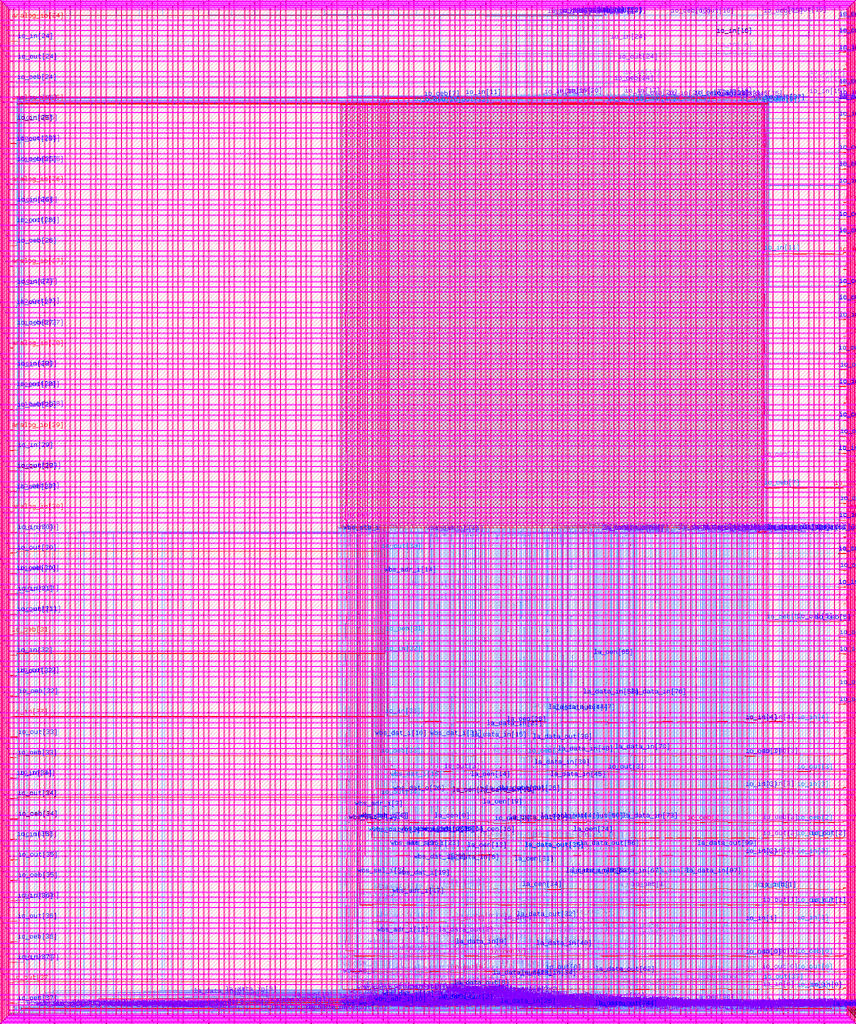
<source format=lef>
VERSION 5.7 ;
  NOWIREEXTENSIONATPIN ON ;
  DIVIDERCHAR "/" ;
  BUSBITCHARS "[]" ;
MACRO user_project_wrapper
  CLASS BLOCK ;
  FOREIGN user_project_wrapper ;
  ORIGIN 0.000 0.000 ;
  SIZE 2920.000 BY 3520.000 ;
  PIN analog_io[0]
    DIRECTION INOUT ;
    PORT
      LAYER met3 ;
        RECT 2917.600 28.980 2924.800 30.180 ;
    END
  END analog_io[0]
  PIN analog_io[10]
    DIRECTION INOUT ;
    PORT
      LAYER met3 ;
        RECT 2917.600 2374.980 2924.800 2376.180 ;
    END
  END analog_io[10]
  PIN analog_io[11]
    DIRECTION INOUT ;
    PORT
      LAYER met3 ;
        RECT 2917.600 2609.580 2924.800 2610.780 ;
    END
  END analog_io[11]
  PIN analog_io[12]
    DIRECTION INOUT ;
    PORT
      LAYER met3 ;
        RECT 2917.600 2844.180 2924.800 2845.380 ;
    END
  END analog_io[12]
  PIN analog_io[13]
    DIRECTION INOUT ;
    PORT
      LAYER met3 ;
        RECT 2917.600 3078.780 2924.800 3079.980 ;
    END
  END analog_io[13]
  PIN analog_io[14]
    DIRECTION INOUT ;
    PORT
      LAYER met3 ;
        RECT 2917.600 3313.380 2924.800 3314.580 ;
    END
  END analog_io[14]
  PIN analog_io[15]
    DIRECTION INOUT ;
    PORT
      LAYER met2 ;
        RECT 2879.090 3517.600 2879.650 3524.800 ;
    END
  END analog_io[15]
  PIN analog_io[16]
    DIRECTION INOUT ;
    PORT
      LAYER met2 ;
        RECT 2554.790 3517.600 2555.350 3524.800 ;
    END
  END analog_io[16]
  PIN analog_io[17]
    DIRECTION INOUT ;
    PORT
      LAYER met2 ;
        RECT 2230.490 3517.600 2231.050 3524.800 ;
    END
  END analog_io[17]
  PIN analog_io[18]
    DIRECTION INOUT ;
    PORT
      LAYER met2 ;
        RECT 1905.730 3517.600 1906.290 3524.800 ;
    END
  END analog_io[18]
  PIN analog_io[19]
    DIRECTION INOUT ;
    PORT
      LAYER met2 ;
        RECT 1581.430 3517.600 1581.990 3524.800 ;
    END
  END analog_io[19]
  PIN analog_io[1]
    DIRECTION INOUT ;
    PORT
      LAYER met3 ;
        RECT 2917.600 263.580 2924.800 264.780 ;
    END
  END analog_io[1]
  PIN analog_io[20]
    DIRECTION INOUT ;
    PORT
      LAYER met2 ;
        RECT 1257.130 3517.600 1257.690 3524.800 ;
    END
  END analog_io[20]
  PIN analog_io[21]
    DIRECTION INOUT ;
    PORT
      LAYER met2 ;
        RECT 932.370 3517.600 932.930 3524.800 ;
    END
  END analog_io[21]
  PIN analog_io[22]
    DIRECTION INOUT ;
    PORT
      LAYER met2 ;
        RECT 608.070 3517.600 608.630 3524.800 ;
    END
  END analog_io[22]
  PIN analog_io[23]
    DIRECTION INOUT ;
    PORT
      LAYER met2 ;
        RECT 283.770 3517.600 284.330 3524.800 ;
    END
  END analog_io[23]
  PIN analog_io[24]
    DIRECTION INOUT ;
    PORT
      LAYER met3 ;
        RECT -4.800 3482.700 2.400 3483.900 ;
    END
  END analog_io[24]
  PIN analog_io[25]
    DIRECTION INOUT ;
    PORT
      LAYER met3 ;
        RECT -4.800 3195.060 2.400 3196.260 ;
    END
  END analog_io[25]
  PIN analog_io[26]
    DIRECTION INOUT ;
    PORT
      LAYER met3 ;
        RECT -4.800 2908.100 2.400 2909.300 ;
    END
  END analog_io[26]
  PIN analog_io[27]
    DIRECTION INOUT ;
    PORT
      LAYER met3 ;
        RECT -4.800 2620.460 2.400 2621.660 ;
    END
  END analog_io[27]
  PIN analog_io[28]
    DIRECTION INOUT ;
    PORT
      LAYER met3 ;
        RECT -4.800 2333.500 2.400 2334.700 ;
    END
  END analog_io[28]
  PIN analog_io[29]
    DIRECTION INOUT ;
    PORT
      LAYER met3 ;
        RECT -4.800 2045.860 2.400 2047.060 ;
    END
  END analog_io[29]
  PIN analog_io[2]
    DIRECTION INOUT ;
    PORT
      LAYER met3 ;
        RECT 2917.600 498.180 2924.800 499.380 ;
    END
  END analog_io[2]
  PIN analog_io[30]
    DIRECTION INOUT ;
    PORT
      LAYER met3 ;
        RECT -4.800 1758.900 2.400 1760.100 ;
    END
  END analog_io[30]
  PIN analog_io[3]
    DIRECTION INOUT ;
    PORT
      LAYER met3 ;
        RECT 2917.600 732.780 2924.800 733.980 ;
    END
  END analog_io[3]
  PIN analog_io[4]
    DIRECTION INOUT ;
    PORT
      LAYER met3 ;
        RECT 2917.600 967.380 2924.800 968.580 ;
    END
  END analog_io[4]
  PIN analog_io[5]
    DIRECTION INOUT ;
    PORT
      LAYER met3 ;
        RECT 2917.600 1201.980 2924.800 1203.180 ;
    END
  END analog_io[5]
  PIN analog_io[6]
    DIRECTION INOUT ;
    PORT
      LAYER met3 ;
        RECT 2917.600 1436.580 2924.800 1437.780 ;
    END
  END analog_io[6]
  PIN analog_io[7]
    DIRECTION INOUT ;
    PORT
      LAYER met3 ;
        RECT 2917.600 1671.180 2924.800 1672.380 ;
    END
  END analog_io[7]
  PIN analog_io[8]
    DIRECTION INOUT ;
    PORT
      LAYER met3 ;
        RECT 2917.600 1905.780 2924.800 1906.980 ;
    END
  END analog_io[8]
  PIN analog_io[9]
    DIRECTION INOUT ;
    PORT
      LAYER met3 ;
        RECT 2917.600 2140.380 2924.800 2141.580 ;
    END
  END analog_io[9]
  PIN io_in[0]
    DIRECTION INPUT ;
    PORT
      LAYER met1 ;
        RECT 1738.410 84.220 1738.730 84.280 ;
        RECT 1779.810 84.220 1780.130 84.280 ;
        RECT 1738.410 84.080 1780.130 84.220 ;
        RECT 1738.410 84.020 1738.730 84.080 ;
        RECT 1779.810 84.020 1780.130 84.080 ;
        RECT 2572.850 83.880 2573.170 83.940 ;
        RECT 2580.210 83.880 2580.530 83.940 ;
        RECT 2572.850 83.740 2580.530 83.880 ;
        RECT 2572.850 83.680 2573.170 83.740 ;
        RECT 2580.210 83.680 2580.530 83.740 ;
        RECT 1593.510 83.540 1593.830 83.600 ;
        RECT 1598.110 83.540 1598.430 83.600 ;
        RECT 1593.510 83.400 1598.430 83.540 ;
        RECT 1593.510 83.340 1593.830 83.400 ;
        RECT 1598.110 83.340 1598.430 83.400 ;
        RECT 1670.330 83.540 1670.650 83.600 ;
        RECT 1690.570 83.540 1690.890 83.600 ;
        RECT 1670.330 83.400 1690.890 83.540 ;
        RECT 1670.330 83.340 1670.650 83.400 ;
        RECT 1690.570 83.340 1690.890 83.400 ;
        RECT 2621.150 83.540 2621.470 83.600 ;
        RECT 2632.190 83.540 2632.510 83.600 ;
        RECT 2621.150 83.400 2632.510 83.540 ;
        RECT 2621.150 83.340 2621.470 83.400 ;
        RECT 2632.190 83.340 2632.510 83.400 ;
      LAYER via ;
        RECT 1738.440 84.020 1738.700 84.280 ;
        RECT 1779.840 84.020 1780.100 84.280 ;
        RECT 2572.880 83.680 2573.140 83.940 ;
        RECT 2580.240 83.680 2580.500 83.940 ;
        RECT 1593.540 83.340 1593.800 83.600 ;
        RECT 1598.140 83.340 1598.400 83.600 ;
        RECT 1670.360 83.340 1670.620 83.600 ;
        RECT 1690.600 83.340 1690.860 83.600 ;
        RECT 2621.180 83.340 2621.440 83.600 ;
        RECT 2632.220 83.340 2632.480 83.600 ;
      LAYER met2 ;
        RECT 1155.080 3196.410 1155.360 3200.000 ;
        RECT 1156.990 3196.410 1157.270 3196.525 ;
        RECT 1155.080 3196.270 1157.270 3196.410 ;
        RECT 1155.080 3196.000 1155.360 3196.270 ;
        RECT 1156.990 3196.155 1157.270 3196.270 ;
        RECT 1779.830 85.835 1780.110 86.205 ;
        RECT 1255.430 85.155 1255.710 85.525 ;
        RECT 1200.690 83.795 1200.970 84.165 ;
        RECT 1200.760 83.370 1200.900 83.795 ;
        RECT 1255.500 83.485 1255.640 85.155 ;
        RECT 1779.900 84.310 1780.040 85.835 ;
        RECT 2704.430 85.155 2704.710 85.525 ;
        RECT 2028.690 84.475 2028.970 84.845 ;
        RECT 2090.330 84.730 2090.610 84.845 ;
        RECT 2091.250 84.730 2091.530 84.845 ;
        RECT 2090.330 84.590 2091.530 84.730 ;
        RECT 2090.330 84.475 2090.610 84.590 ;
        RECT 2091.250 84.475 2091.530 84.590 ;
        RECT 1738.440 84.165 1738.700 84.310 ;
        RECT 1598.130 83.795 1598.410 84.165 ;
        RECT 1738.430 83.795 1738.710 84.165 ;
        RECT 1779.840 83.990 1780.100 84.310 ;
        RECT 2028.760 84.165 2028.900 84.475 ;
        RECT 2028.690 83.795 2028.970 84.165 ;
        RECT 2283.530 84.050 2283.810 84.165 ;
        RECT 2284.450 84.050 2284.730 84.165 ;
        RECT 2283.530 83.910 2284.730 84.050 ;
        RECT 2283.530 83.795 2283.810 83.910 ;
        RECT 2284.450 83.795 2284.730 83.910 ;
        RECT 2572.870 83.795 2573.150 84.165 ;
        RECT 2580.230 83.795 2580.510 84.165 ;
        RECT 2632.210 83.795 2632.490 84.165 ;
        RECT 1598.200 83.630 1598.340 83.795 ;
        RECT 2572.880 83.650 2573.140 83.795 ;
        RECT 2580.240 83.650 2580.500 83.795 ;
        RECT 2632.280 83.630 2632.420 83.795 ;
        RECT 1593.540 83.485 1593.800 83.630 ;
        RECT 1201.150 83.370 1201.430 83.485 ;
        RECT 1200.760 83.230 1201.430 83.370 ;
        RECT 1201.150 83.115 1201.430 83.230 ;
        RECT 1255.430 83.115 1255.710 83.485 ;
        RECT 1593.530 83.115 1593.810 83.485 ;
        RECT 1598.140 83.310 1598.400 83.630 ;
        RECT 1670.360 83.485 1670.620 83.630 ;
        RECT 1690.600 83.485 1690.860 83.630 ;
        RECT 2621.180 83.485 2621.440 83.630 ;
        RECT 1670.350 83.115 1670.630 83.485 ;
        RECT 1690.590 83.115 1690.870 83.485 ;
        RECT 2621.170 83.115 2621.450 83.485 ;
        RECT 2632.220 83.310 2632.480 83.630 ;
        RECT 2704.500 83.485 2704.640 85.155 ;
        RECT 2801.030 84.475 2801.310 84.845 ;
        RECT 2704.430 83.115 2704.710 83.485 ;
        RECT 2801.100 82.805 2801.240 84.475 ;
        RECT 2863.130 83.795 2863.410 84.165 ;
        RECT 2863.200 83.370 2863.340 83.795 ;
        RECT 2863.590 83.370 2863.870 83.485 ;
        RECT 2863.200 83.230 2863.870 83.370 ;
        RECT 2863.590 83.115 2863.870 83.230 ;
        RECT 2801.030 82.435 2801.310 82.805 ;
      LAYER via2 ;
        RECT 1156.990 3196.200 1157.270 3196.480 ;
        RECT 1779.830 85.880 1780.110 86.160 ;
        RECT 1255.430 85.200 1255.710 85.480 ;
        RECT 1200.690 83.840 1200.970 84.120 ;
        RECT 2704.430 85.200 2704.710 85.480 ;
        RECT 2028.690 84.520 2028.970 84.800 ;
        RECT 2090.330 84.520 2090.610 84.800 ;
        RECT 2091.250 84.520 2091.530 84.800 ;
        RECT 1598.130 83.840 1598.410 84.120 ;
        RECT 1738.430 83.840 1738.710 84.120 ;
        RECT 2028.690 83.840 2028.970 84.120 ;
        RECT 2283.530 83.840 2283.810 84.120 ;
        RECT 2284.450 83.840 2284.730 84.120 ;
        RECT 2572.870 83.840 2573.150 84.120 ;
        RECT 2580.230 83.840 2580.510 84.120 ;
        RECT 2632.210 83.840 2632.490 84.120 ;
        RECT 1201.150 83.160 1201.430 83.440 ;
        RECT 1255.430 83.160 1255.710 83.440 ;
        RECT 1593.530 83.160 1593.810 83.440 ;
        RECT 1670.350 83.160 1670.630 83.440 ;
        RECT 1690.590 83.160 1690.870 83.440 ;
        RECT 2621.170 83.160 2621.450 83.440 ;
        RECT 2801.030 84.520 2801.310 84.800 ;
        RECT 2704.430 83.160 2704.710 83.440 ;
        RECT 2863.130 83.840 2863.410 84.120 ;
        RECT 2863.590 83.160 2863.870 83.440 ;
        RECT 2801.030 82.480 2801.310 82.760 ;
      LAYER met3 ;
        RECT 1156.965 3196.490 1157.295 3196.505 ;
        RECT 1158.550 3196.490 1158.930 3196.500 ;
        RECT 1156.965 3196.190 1158.930 3196.490 ;
        RECT 1156.965 3196.175 1157.295 3196.190 ;
        RECT 1158.550 3196.180 1158.930 3196.190 ;
        RECT 2917.600 88.210 2924.800 88.660 ;
        RECT 2916.710 87.910 2924.800 88.210 ;
        RECT 1297.470 86.850 1297.850 86.860 ;
        RECT 1344.390 86.850 1344.770 86.860 ;
        RECT 1297.470 86.550 1344.770 86.850 ;
        RECT 1297.470 86.540 1297.850 86.550 ;
        RECT 1344.390 86.540 1344.770 86.550 ;
        RECT 1779.805 86.170 1780.135 86.185 ;
        RECT 1786.910 86.170 1787.290 86.180 ;
        RECT 1779.805 85.870 1787.290 86.170 ;
        RECT 1779.805 85.855 1780.135 85.870 ;
        RECT 1786.910 85.860 1787.290 85.870 ;
        RECT 1255.405 85.490 1255.735 85.505 ;
        RECT 1297.470 85.490 1297.850 85.500 ;
        RECT 1255.405 85.190 1297.850 85.490 ;
        RECT 1255.405 85.175 1255.735 85.190 ;
        RECT 1297.470 85.180 1297.850 85.190 ;
        RECT 1835.670 85.490 1836.050 85.500 ;
        RECT 1835.670 85.190 1836.930 85.490 ;
        RECT 1835.670 85.180 1836.050 85.190 ;
        RECT 1532.070 84.810 1532.450 84.820 ;
        RECT 1400.550 84.510 1414.650 84.810 ;
        RECT 1158.550 84.130 1158.930 84.140 ;
        RECT 1200.665 84.130 1200.995 84.145 ;
        RECT 1158.550 83.830 1200.995 84.130 ;
        RECT 1158.550 83.820 1158.930 83.830 ;
        RECT 1200.665 83.815 1200.995 83.830 ;
        RECT 1201.125 83.450 1201.455 83.465 ;
        RECT 1255.405 83.450 1255.735 83.465 ;
        RECT 1400.550 83.450 1400.850 84.510 ;
        RECT 1201.125 83.150 1255.735 83.450 ;
        RECT 1201.125 83.135 1201.455 83.150 ;
        RECT 1255.405 83.135 1255.735 83.150 ;
        RECT 1366.510 83.150 1400.850 83.450 ;
        RECT 1414.350 83.450 1414.650 84.510 ;
        RECT 1519.230 84.510 1532.450 84.810 ;
        RECT 1414.350 83.150 1449.610 83.450 ;
        RECT 1345.310 82.770 1345.690 82.780 ;
        RECT 1366.510 82.770 1366.810 83.150 ;
        RECT 1345.310 82.470 1366.810 82.770 ;
        RECT 1449.310 82.770 1449.610 83.150 ;
        RECT 1519.230 82.770 1519.530 84.510 ;
        RECT 1532.070 84.500 1532.450 84.510 ;
        RECT 1786.910 84.810 1787.290 84.820 ;
        RECT 1836.630 84.810 1836.930 85.190 ;
        RECT 2125.470 85.180 2125.850 85.500 ;
        RECT 2510.030 85.490 2510.410 85.500 ;
        RECT 2476.030 85.190 2510.410 85.490 ;
        RECT 2028.665 84.810 2028.995 84.825 ;
        RECT 2090.305 84.810 2090.635 84.825 ;
        RECT 1786.910 84.510 1788.170 84.810 ;
        RECT 1836.630 84.510 1907.770 84.810 ;
        RECT 1786.910 84.500 1787.290 84.510 ;
        RECT 1598.105 84.130 1598.435 84.145 ;
        RECT 1738.405 84.130 1738.735 84.145 ;
        RECT 1598.105 83.830 1645.570 84.130 ;
        RECT 1598.105 83.815 1598.435 83.830 ;
        RECT 1532.990 83.450 1533.370 83.460 ;
        RECT 1593.505 83.450 1593.835 83.465 ;
        RECT 1532.990 83.150 1593.835 83.450 ;
        RECT 1645.270 83.450 1645.570 83.830 ;
        RECT 1731.750 83.830 1738.735 84.130 ;
        RECT 1787.870 84.130 1788.170 84.510 ;
        RECT 1835.670 84.130 1836.050 84.140 ;
        RECT 1787.870 83.830 1836.050 84.130 ;
        RECT 1907.470 84.130 1907.770 84.510 ;
        RECT 1955.310 84.510 2004.370 84.810 ;
        RECT 1955.310 84.130 1955.610 84.510 ;
        RECT 1907.470 83.830 1955.610 84.130 ;
        RECT 2004.070 84.130 2004.370 84.510 ;
        RECT 2028.665 84.510 2090.635 84.810 ;
        RECT 2028.665 84.495 2028.995 84.510 ;
        RECT 2090.305 84.495 2090.635 84.510 ;
        RECT 2091.225 84.810 2091.555 84.825 ;
        RECT 2125.510 84.810 2125.810 85.180 ;
        RECT 2091.225 84.510 2125.810 84.810 ;
        RECT 2138.390 84.510 2187.450 84.810 ;
        RECT 2091.225 84.495 2091.555 84.510 ;
        RECT 2028.665 84.130 2028.995 84.145 ;
        RECT 2004.070 83.830 2028.995 84.130 ;
        RECT 1670.325 83.450 1670.655 83.465 ;
        RECT 1645.270 83.150 1670.655 83.450 ;
        RECT 1532.990 83.140 1533.370 83.150 ;
        RECT 1593.505 83.135 1593.835 83.150 ;
        RECT 1670.325 83.135 1670.655 83.150 ;
        RECT 1690.565 83.450 1690.895 83.465 ;
        RECT 1731.750 83.450 1732.050 83.830 ;
        RECT 1738.405 83.815 1738.735 83.830 ;
        RECT 1835.670 83.820 1836.050 83.830 ;
        RECT 2028.665 83.815 2028.995 83.830 ;
        RECT 2125.470 84.130 2125.850 84.140 ;
        RECT 2138.390 84.130 2138.690 84.510 ;
        RECT 2125.470 83.830 2138.690 84.130 ;
        RECT 2125.470 83.820 2125.850 83.830 ;
        RECT 1690.565 83.150 1732.050 83.450 ;
        RECT 2187.150 83.450 2187.450 84.510 ;
        RECT 2283.505 84.130 2283.835 84.145 ;
        RECT 2235.910 83.830 2283.835 84.130 ;
        RECT 2235.910 83.450 2236.210 83.830 ;
        RECT 2283.505 83.815 2283.835 83.830 ;
        RECT 2284.425 84.130 2284.755 84.145 ;
        RECT 2476.030 84.130 2476.330 85.190 ;
        RECT 2510.030 85.180 2510.410 85.190 ;
        RECT 2656.310 85.490 2656.690 85.500 ;
        RECT 2704.405 85.490 2704.735 85.505 ;
        RECT 2656.310 85.190 2704.735 85.490 ;
        RECT 2656.310 85.180 2656.690 85.190 ;
        RECT 2704.405 85.175 2704.735 85.190 ;
        RECT 2801.005 84.810 2801.335 84.825 ;
        RECT 2801.005 84.510 2815.810 84.810 ;
        RECT 2801.005 84.495 2801.335 84.510 ;
        RECT 2572.845 84.130 2573.175 84.145 ;
        RECT 2284.425 83.830 2331.890 84.130 ;
        RECT 2284.425 83.815 2284.755 83.830 ;
        RECT 2187.150 83.150 2236.210 83.450 ;
        RECT 2331.590 83.450 2331.890 83.830 ;
        RECT 2332.510 83.830 2414.690 84.130 ;
        RECT 2332.510 83.450 2332.810 83.830 ;
        RECT 2331.590 83.150 2332.810 83.450 ;
        RECT 2414.390 83.450 2414.690 83.830 ;
        RECT 2429.110 83.830 2476.330 84.130 ;
        RECT 2525.710 83.830 2573.175 84.130 ;
        RECT 2429.110 83.450 2429.410 83.830 ;
        RECT 2414.390 83.150 2429.410 83.450 ;
        RECT 2510.950 83.450 2511.330 83.460 ;
        RECT 2525.710 83.450 2526.010 83.830 ;
        RECT 2572.845 83.815 2573.175 83.830 ;
        RECT 2580.205 84.130 2580.535 84.145 ;
        RECT 2632.185 84.130 2632.515 84.145 ;
        RECT 2656.310 84.130 2656.690 84.140 ;
        RECT 2752.910 84.130 2753.290 84.140 ;
        RECT 2580.205 83.830 2607.890 84.130 ;
        RECT 2580.205 83.815 2580.535 83.830 ;
        RECT 2510.950 83.150 2526.010 83.450 ;
        RECT 2607.590 83.450 2607.890 83.830 ;
        RECT 2632.185 83.830 2656.690 84.130 ;
        RECT 2632.185 83.815 2632.515 83.830 ;
        RECT 2656.310 83.820 2656.690 83.830 ;
        RECT 2718.910 83.830 2753.290 84.130 ;
        RECT 2621.145 83.450 2621.475 83.465 ;
        RECT 2607.590 83.150 2621.475 83.450 ;
        RECT 1690.565 83.135 1690.895 83.150 ;
        RECT 2510.950 83.140 2511.330 83.150 ;
        RECT 2621.145 83.135 2621.475 83.150 ;
        RECT 2704.405 83.450 2704.735 83.465 ;
        RECT 2718.910 83.450 2719.210 83.830 ;
        RECT 2752.910 83.820 2753.290 83.830 ;
        RECT 2704.405 83.150 2719.210 83.450 ;
        RECT 2815.510 83.450 2815.810 84.510 ;
        RECT 2863.105 84.130 2863.435 84.145 ;
        RECT 2916.710 84.130 2917.010 87.910 ;
        RECT 2917.600 87.460 2924.800 87.910 ;
        RECT 2849.550 83.830 2863.435 84.130 ;
        RECT 2849.550 83.450 2849.850 83.830 ;
        RECT 2863.105 83.815 2863.435 83.830 ;
        RECT 2884.510 83.830 2917.010 84.130 ;
        RECT 2815.510 83.150 2849.850 83.450 ;
        RECT 2863.565 83.450 2863.895 83.465 ;
        RECT 2884.510 83.450 2884.810 83.830 ;
        RECT 2863.565 83.150 2884.810 83.450 ;
        RECT 2704.405 83.135 2704.735 83.150 ;
        RECT 2863.565 83.135 2863.895 83.150 ;
        RECT 1449.310 82.470 1519.530 82.770 ;
        RECT 2752.910 82.770 2753.290 82.780 ;
        RECT 2801.005 82.770 2801.335 82.785 ;
        RECT 2752.910 82.470 2801.335 82.770 ;
        RECT 1345.310 82.460 1345.690 82.470 ;
        RECT 2752.910 82.460 2753.290 82.470 ;
        RECT 2801.005 82.455 2801.335 82.470 ;
      LAYER via3 ;
        RECT 1158.580 3196.180 1158.900 3196.500 ;
        RECT 1297.500 86.540 1297.820 86.860 ;
        RECT 1344.420 86.540 1344.740 86.860 ;
        RECT 1786.940 85.860 1787.260 86.180 ;
        RECT 1297.500 85.180 1297.820 85.500 ;
        RECT 1835.700 85.180 1836.020 85.500 ;
        RECT 1158.580 83.820 1158.900 84.140 ;
        RECT 1345.340 82.460 1345.660 82.780 ;
        RECT 1532.100 84.500 1532.420 84.820 ;
        RECT 1786.940 84.500 1787.260 84.820 ;
        RECT 2125.500 85.180 2125.820 85.500 ;
        RECT 1533.020 83.140 1533.340 83.460 ;
        RECT 1835.700 83.820 1836.020 84.140 ;
        RECT 2125.500 83.820 2125.820 84.140 ;
        RECT 2510.060 85.180 2510.380 85.500 ;
        RECT 2656.340 85.180 2656.660 85.500 ;
        RECT 2510.980 83.140 2511.300 83.460 ;
        RECT 2656.340 83.820 2656.660 84.140 ;
        RECT 2752.940 83.820 2753.260 84.140 ;
        RECT 2752.940 82.460 2753.260 82.780 ;
      LAYER met4 ;
        RECT 1158.575 3196.175 1158.905 3196.505 ;
        RECT 1158.590 84.145 1158.890 3196.175 ;
        RECT 1297.495 86.535 1297.825 86.865 ;
        RECT 1344.415 86.535 1344.745 86.865 ;
        RECT 1532.110 86.550 1533.330 86.850 ;
        RECT 1297.510 85.505 1297.810 86.535 ;
        RECT 1297.495 85.175 1297.825 85.505 ;
        RECT 1158.575 83.815 1158.905 84.145 ;
        RECT 1344.430 83.450 1344.730 86.535 ;
        RECT 1532.110 84.825 1532.410 86.550 ;
        RECT 1532.095 84.495 1532.425 84.825 ;
        RECT 1533.030 83.465 1533.330 86.550 ;
        RECT 1786.935 85.855 1787.265 86.185 ;
        RECT 1786.950 84.825 1787.250 85.855 ;
        RECT 1835.695 85.175 1836.025 85.505 ;
        RECT 2125.495 85.175 2125.825 85.505 ;
        RECT 2510.055 85.175 2510.385 85.505 ;
        RECT 2656.335 85.175 2656.665 85.505 ;
        RECT 1786.935 84.495 1787.265 84.825 ;
        RECT 1835.710 84.145 1836.010 85.175 ;
        RECT 2125.510 84.145 2125.810 85.175 ;
        RECT 1835.695 83.815 1836.025 84.145 ;
        RECT 2125.495 83.815 2125.825 84.145 ;
        RECT 1344.430 83.150 1345.650 83.450 ;
        RECT 1345.350 82.785 1345.650 83.150 ;
        RECT 1533.015 83.135 1533.345 83.465 ;
        RECT 2510.070 83.450 2510.370 85.175 ;
        RECT 2656.350 84.145 2656.650 85.175 ;
        RECT 2656.335 83.815 2656.665 84.145 ;
        RECT 2752.935 83.815 2753.265 84.145 ;
        RECT 2510.975 83.450 2511.305 83.465 ;
        RECT 2510.070 83.150 2511.305 83.450 ;
        RECT 2510.975 83.135 2511.305 83.150 ;
        RECT 2752.950 82.785 2753.250 83.815 ;
        RECT 1345.335 82.455 1345.665 82.785 ;
        RECT 2752.935 82.455 2753.265 82.785 ;
    END
  END io_in[0]
  PIN io_in[10]
    DIRECTION INPUT ;
    PORT
      LAYER met1 ;
        RECT 1549.810 3213.920 1550.130 3213.980 ;
        RECT 2900.830 3213.920 2901.150 3213.980 ;
        RECT 1549.810 3213.780 2901.150 3213.920 ;
        RECT 1549.810 3213.720 1550.130 3213.780 ;
        RECT 2900.830 3213.720 2901.150 3213.780 ;
      LAYER via ;
        RECT 1549.840 3213.720 1550.100 3213.980 ;
        RECT 2900.860 3213.720 2901.120 3213.980 ;
      LAYER met2 ;
        RECT 1549.840 3213.690 1550.100 3214.010 ;
        RECT 2900.860 3213.690 2901.120 3214.010 ;
        RECT 1549.900 3200.000 1550.040 3213.690 ;
        RECT 1549.760 3196.000 1550.040 3200.000 ;
        RECT 2900.920 2434.245 2901.060 3213.690 ;
        RECT 2900.850 2433.875 2901.130 2434.245 ;
      LAYER via2 ;
        RECT 2900.850 2433.920 2901.130 2434.200 ;
      LAYER met3 ;
        RECT 2900.825 2434.210 2901.155 2434.225 ;
        RECT 2917.600 2434.210 2924.800 2434.660 ;
        RECT 2900.825 2433.910 2924.800 2434.210 ;
        RECT 2900.825 2433.895 2901.155 2433.910 ;
        RECT 2917.600 2433.460 2924.800 2433.910 ;
    END
  END io_in[10]
  PIN io_in[11]
    DIRECTION INPUT ;
    PORT
      LAYER met2 ;
        RECT 1588.930 3213.835 1589.210 3214.205 ;
        RECT 1589.000 3200.000 1589.140 3213.835 ;
        RECT 1588.860 3196.000 1589.140 3200.000 ;
      LAYER via2 ;
        RECT 1588.930 3213.880 1589.210 3214.160 ;
      LAYER met3 ;
        RECT 1588.905 3214.170 1589.235 3214.185 ;
        RECT 2636.990 3214.170 2637.370 3214.180 ;
        RECT 1588.905 3213.870 2637.370 3214.170 ;
        RECT 1588.905 3213.855 1589.235 3213.870 ;
        RECT 2636.990 3213.860 2637.370 3213.870 ;
        RECT 2637.910 3187.340 2638.290 3187.660 ;
        RECT 2637.950 3186.970 2638.250 3187.340 ;
        RECT 2640.670 3186.970 2641.050 3186.980 ;
        RECT 2637.950 3186.670 2641.050 3186.970 ;
        RECT 2640.670 3186.660 2641.050 3186.670 ;
        RECT 2640.670 3140.730 2641.050 3140.740 ;
        RECT 2637.030 3140.430 2641.050 3140.730 ;
        RECT 2637.030 3140.060 2637.330 3140.430 ;
        RECT 2640.670 3140.420 2641.050 3140.430 ;
        RECT 2636.990 3139.740 2637.370 3140.060 ;
        RECT 2636.990 3105.370 2637.370 3105.380 ;
        RECT 2641.590 3105.370 2641.970 3105.380 ;
        RECT 2636.990 3105.070 2641.970 3105.370 ;
        RECT 2636.990 3105.060 2637.370 3105.070 ;
        RECT 2641.590 3105.060 2641.970 3105.070 ;
        RECT 2641.590 3090.780 2641.970 3091.100 ;
        RECT 2641.630 3090.410 2641.930 3090.780 ;
        RECT 2644.350 3090.410 2644.730 3090.420 ;
        RECT 2641.630 3090.110 2644.730 3090.410 ;
        RECT 2644.350 3090.100 2644.730 3090.110 ;
        RECT 2642.510 3043.490 2642.890 3043.500 ;
        RECT 2644.350 3043.490 2644.730 3043.500 ;
        RECT 2642.510 3043.190 2644.730 3043.490 ;
        RECT 2642.510 3043.180 2642.890 3043.190 ;
        RECT 2644.350 3043.180 2644.730 3043.190 ;
        RECT 2637.910 3008.810 2638.290 3008.820 ;
        RECT 2642.510 3008.810 2642.890 3008.820 ;
        RECT 2637.910 3008.510 2642.890 3008.810 ;
        RECT 2637.910 3008.500 2638.290 3008.510 ;
        RECT 2642.510 3008.500 2642.890 3008.510 ;
        RECT 2637.910 2960.900 2638.290 2961.220 ;
        RECT 2637.950 2959.860 2638.250 2960.900 ;
        RECT 2637.910 2959.540 2638.290 2959.860 ;
        RECT 2636.990 2947.610 2637.370 2947.620 ;
        RECT 2637.910 2947.610 2638.290 2947.620 ;
        RECT 2636.990 2947.310 2638.290 2947.610 ;
        RECT 2636.990 2947.300 2637.370 2947.310 ;
        RECT 2637.910 2947.300 2638.290 2947.310 ;
        RECT 2636.990 2849.010 2637.370 2849.020 ;
        RECT 2638.830 2849.010 2639.210 2849.020 ;
        RECT 2636.990 2848.710 2639.210 2849.010 ;
        RECT 2636.990 2848.700 2637.370 2848.710 ;
        RECT 2638.830 2848.700 2639.210 2848.710 ;
        RECT 2636.990 2842.580 2637.370 2842.900 ;
        RECT 2637.030 2842.210 2637.330 2842.580 ;
        RECT 2638.830 2842.210 2639.210 2842.220 ;
        RECT 2637.030 2841.910 2639.210 2842.210 ;
        RECT 2638.830 2841.900 2639.210 2841.910 ;
        RECT 2637.910 2769.820 2638.290 2770.140 ;
        RECT 2637.950 2768.770 2638.250 2769.820 ;
        RECT 2639.750 2768.770 2640.130 2768.780 ;
        RECT 2637.950 2768.470 2640.130 2768.770 ;
        RECT 2639.750 2768.460 2640.130 2768.470 ;
        RECT 2639.750 2766.730 2640.130 2766.740 ;
        RECT 2637.950 2766.430 2640.130 2766.730 ;
        RECT 2637.950 2765.380 2638.250 2766.430 ;
        RECT 2639.750 2766.420 2640.130 2766.430 ;
        RECT 2637.910 2765.060 2638.290 2765.380 ;
        RECT 2917.600 2669.490 2924.800 2669.940 ;
        RECT 2916.710 2669.190 2924.800 2669.490 ;
        RECT 2637.910 2668.500 2638.290 2668.820 ;
        RECT 2637.950 2664.050 2638.250 2668.500 ;
        RECT 2691.310 2665.110 2739.450 2665.410 ;
        RECT 2691.310 2664.050 2691.610 2665.110 ;
        RECT 2739.150 2664.730 2739.450 2665.110 ;
        RECT 2787.910 2665.110 2836.050 2665.410 ;
        RECT 2739.150 2664.430 2787.290 2664.730 ;
        RECT 2637.950 2663.750 2691.610 2664.050 ;
        RECT 2786.990 2664.050 2787.290 2664.430 ;
        RECT 2787.910 2664.050 2788.210 2665.110 ;
        RECT 2835.750 2664.730 2836.050 2665.110 ;
        RECT 2835.750 2664.430 2883.890 2664.730 ;
        RECT 2786.990 2663.750 2788.210 2664.050 ;
        RECT 2883.590 2664.050 2883.890 2664.430 ;
        RECT 2916.710 2664.050 2917.010 2669.190 ;
        RECT 2917.600 2668.740 2924.800 2669.190 ;
        RECT 2883.590 2663.750 2917.010 2664.050 ;
      LAYER via3 ;
        RECT 2637.020 3213.860 2637.340 3214.180 ;
        RECT 2637.940 3187.340 2638.260 3187.660 ;
        RECT 2640.700 3186.660 2641.020 3186.980 ;
        RECT 2640.700 3140.420 2641.020 3140.740 ;
        RECT 2637.020 3139.740 2637.340 3140.060 ;
        RECT 2637.020 3105.060 2637.340 3105.380 ;
        RECT 2641.620 3105.060 2641.940 3105.380 ;
        RECT 2641.620 3090.780 2641.940 3091.100 ;
        RECT 2644.380 3090.100 2644.700 3090.420 ;
        RECT 2642.540 3043.180 2642.860 3043.500 ;
        RECT 2644.380 3043.180 2644.700 3043.500 ;
        RECT 2637.940 3008.500 2638.260 3008.820 ;
        RECT 2642.540 3008.500 2642.860 3008.820 ;
        RECT 2637.940 2960.900 2638.260 2961.220 ;
        RECT 2637.940 2959.540 2638.260 2959.860 ;
        RECT 2637.020 2947.300 2637.340 2947.620 ;
        RECT 2637.940 2947.300 2638.260 2947.620 ;
        RECT 2637.020 2848.700 2637.340 2849.020 ;
        RECT 2638.860 2848.700 2639.180 2849.020 ;
        RECT 2637.020 2842.580 2637.340 2842.900 ;
        RECT 2638.860 2841.900 2639.180 2842.220 ;
        RECT 2637.940 2769.820 2638.260 2770.140 ;
        RECT 2639.780 2768.460 2640.100 2768.780 ;
        RECT 2639.780 2766.420 2640.100 2766.740 ;
        RECT 2637.940 2765.060 2638.260 2765.380 ;
        RECT 2637.940 2668.500 2638.260 2668.820 ;
      LAYER met4 ;
        RECT 2637.015 3213.855 2637.345 3214.185 ;
        RECT 2637.030 3189.010 2637.330 3213.855 ;
        RECT 2637.030 3188.710 2638.250 3189.010 ;
        RECT 2637.950 3187.665 2638.250 3188.710 ;
        RECT 2637.935 3187.335 2638.265 3187.665 ;
        RECT 2640.695 3186.655 2641.025 3186.985 ;
        RECT 2640.710 3140.745 2641.010 3186.655 ;
        RECT 2640.695 3140.415 2641.025 3140.745 ;
        RECT 2637.015 3139.735 2637.345 3140.065 ;
        RECT 2637.030 3105.385 2637.330 3139.735 ;
        RECT 2637.015 3105.055 2637.345 3105.385 ;
        RECT 2641.615 3105.055 2641.945 3105.385 ;
        RECT 2641.630 3091.105 2641.930 3105.055 ;
        RECT 2641.615 3090.775 2641.945 3091.105 ;
        RECT 2644.375 3090.095 2644.705 3090.425 ;
        RECT 2644.390 3043.505 2644.690 3090.095 ;
        RECT 2642.535 3043.175 2642.865 3043.505 ;
        RECT 2644.375 3043.175 2644.705 3043.505 ;
        RECT 2642.550 3008.825 2642.850 3043.175 ;
        RECT 2637.935 3008.495 2638.265 3008.825 ;
        RECT 2642.535 3008.495 2642.865 3008.825 ;
        RECT 2637.950 2961.225 2638.250 3008.495 ;
        RECT 2637.935 2960.895 2638.265 2961.225 ;
        RECT 2637.935 2959.535 2638.265 2959.865 ;
        RECT 2637.950 2947.625 2638.250 2959.535 ;
        RECT 2637.015 2947.295 2637.345 2947.625 ;
        RECT 2637.935 2947.295 2638.265 2947.625 ;
        RECT 2637.030 2946.250 2637.330 2947.295 ;
        RECT 2637.030 2945.950 2639.170 2946.250 ;
        RECT 2638.870 2942.850 2639.170 2945.950 ;
        RECT 2637.950 2942.550 2639.170 2942.850 ;
        RECT 2637.950 2898.650 2638.250 2942.550 ;
        RECT 2637.950 2898.350 2639.170 2898.650 ;
        RECT 2638.870 2849.025 2639.170 2898.350 ;
        RECT 2637.015 2848.695 2637.345 2849.025 ;
        RECT 2638.855 2848.695 2639.185 2849.025 ;
        RECT 2637.030 2842.905 2637.330 2848.695 ;
        RECT 2637.015 2842.575 2637.345 2842.905 ;
        RECT 2638.855 2841.895 2639.185 2842.225 ;
        RECT 2638.870 2813.650 2639.170 2841.895 ;
        RECT 2637.950 2813.350 2639.170 2813.650 ;
        RECT 2637.950 2770.145 2638.250 2813.350 ;
        RECT 2637.935 2769.815 2638.265 2770.145 ;
        RECT 2639.775 2768.455 2640.105 2768.785 ;
        RECT 2639.790 2766.745 2640.090 2768.455 ;
        RECT 2639.775 2766.415 2640.105 2766.745 ;
        RECT 2637.935 2765.055 2638.265 2765.385 ;
        RECT 2637.950 2668.825 2638.250 2765.055 ;
        RECT 2637.935 2668.495 2638.265 2668.825 ;
    END
  END io_in[11]
  PIN io_in[12]
    DIRECTION INPUT ;
    PORT
      LAYER met1 ;
        RECT 1629.850 3198.960 1630.170 3199.020 ;
        RECT 2648.290 3198.960 2648.610 3199.020 ;
        RECT 1629.850 3198.820 2648.610 3198.960 ;
        RECT 1629.850 3198.760 1630.170 3198.820 ;
        RECT 2648.290 3198.760 2648.610 3198.820 ;
        RECT 2648.290 2904.860 2648.610 2904.920 ;
        RECT 2900.370 2904.860 2900.690 2904.920 ;
        RECT 2648.290 2904.720 2900.690 2904.860 ;
        RECT 2648.290 2904.660 2648.610 2904.720 ;
        RECT 2900.370 2904.660 2900.690 2904.720 ;
      LAYER via ;
        RECT 1629.880 3198.760 1630.140 3199.020 ;
        RECT 2648.320 3198.760 2648.580 3199.020 ;
        RECT 2648.320 2904.660 2648.580 2904.920 ;
        RECT 2900.400 2904.660 2900.660 2904.920 ;
      LAYER met2 ;
        RECT 1628.420 3199.130 1628.700 3200.000 ;
        RECT 1628.420 3199.050 1630.080 3199.130 ;
        RECT 1628.420 3198.990 1630.140 3199.050 ;
        RECT 1628.420 3196.000 1628.700 3198.990 ;
        RECT 1629.880 3198.730 1630.140 3198.990 ;
        RECT 2648.320 3198.730 2648.580 3199.050 ;
        RECT 2648.380 2904.950 2648.520 3198.730 ;
        RECT 2648.320 2904.630 2648.580 2904.950 ;
        RECT 2900.400 2904.630 2900.660 2904.950 ;
        RECT 2900.460 2904.125 2900.600 2904.630 ;
        RECT 2900.390 2903.755 2900.670 2904.125 ;
      LAYER via2 ;
        RECT 2900.390 2903.800 2900.670 2904.080 ;
      LAYER met3 ;
        RECT 2900.365 2904.090 2900.695 2904.105 ;
        RECT 2917.600 2904.090 2924.800 2904.540 ;
        RECT 2900.365 2903.790 2924.800 2904.090 ;
        RECT 2900.365 2903.775 2900.695 2903.790 ;
        RECT 2917.600 2903.340 2924.800 2903.790 ;
    END
  END io_in[12]
  PIN io_in[13]
    DIRECTION INPUT ;
    PORT
      LAYER met1 ;
        RECT 1669.410 3199.300 1669.730 3199.360 ;
        RECT 2648.750 3199.300 2649.070 3199.360 ;
        RECT 1669.410 3199.160 2649.070 3199.300 ;
        RECT 1669.410 3199.100 1669.730 3199.160 ;
        RECT 2648.750 3199.100 2649.070 3199.160 ;
        RECT 2648.750 3139.460 2649.070 3139.520 ;
        RECT 2900.370 3139.460 2900.690 3139.520 ;
        RECT 2648.750 3139.320 2900.690 3139.460 ;
        RECT 2648.750 3139.260 2649.070 3139.320 ;
        RECT 2900.370 3139.260 2900.690 3139.320 ;
      LAYER via ;
        RECT 1669.440 3199.100 1669.700 3199.360 ;
        RECT 2648.780 3199.100 2649.040 3199.360 ;
        RECT 2648.780 3139.260 2649.040 3139.520 ;
        RECT 2900.400 3139.260 2900.660 3139.520 ;
      LAYER met2 ;
        RECT 1667.980 3199.130 1668.260 3200.000 ;
        RECT 1669.440 3199.130 1669.700 3199.390 ;
        RECT 1667.980 3199.070 1669.700 3199.130 ;
        RECT 2648.780 3199.070 2649.040 3199.390 ;
        RECT 1667.980 3198.990 1669.640 3199.070 ;
        RECT 1667.980 3196.000 1668.260 3198.990 ;
        RECT 2648.840 3139.550 2648.980 3199.070 ;
        RECT 2648.780 3139.230 2649.040 3139.550 ;
        RECT 2900.400 3139.230 2900.660 3139.550 ;
        RECT 2900.460 3138.725 2900.600 3139.230 ;
        RECT 2900.390 3138.355 2900.670 3138.725 ;
      LAYER via2 ;
        RECT 2900.390 3138.400 2900.670 3138.680 ;
      LAYER met3 ;
        RECT 2900.365 3138.690 2900.695 3138.705 ;
        RECT 2917.600 3138.690 2924.800 3139.140 ;
        RECT 2900.365 3138.390 2924.800 3138.690 ;
        RECT 2900.365 3138.375 2900.695 3138.390 ;
        RECT 2917.600 3137.940 2924.800 3138.390 ;
    END
  END io_in[13]
  PIN io_in[14]
    DIRECTION INPUT ;
    PORT
      LAYER met1 ;
        RECT 1710.810 3367.600 1711.130 3367.660 ;
        RECT 2900.830 3367.600 2901.150 3367.660 ;
        RECT 1710.810 3367.460 2901.150 3367.600 ;
        RECT 1710.810 3367.400 1711.130 3367.460 ;
        RECT 2900.830 3367.400 2901.150 3367.460 ;
      LAYER via ;
        RECT 1710.840 3367.400 1711.100 3367.660 ;
        RECT 2900.860 3367.400 2901.120 3367.660 ;
      LAYER met2 ;
        RECT 2900.850 3372.955 2901.130 3373.325 ;
        RECT 2900.920 3367.690 2901.060 3372.955 ;
        RECT 1710.840 3367.370 1711.100 3367.690 ;
        RECT 2900.860 3367.370 2901.120 3367.690 ;
        RECT 1710.900 3200.490 1711.040 3367.370 ;
        RECT 1709.060 3200.350 1711.040 3200.490 ;
        RECT 1707.540 3199.810 1707.820 3200.000 ;
        RECT 1709.060 3199.810 1709.200 3200.350 ;
        RECT 1707.540 3199.670 1709.200 3199.810 ;
        RECT 1707.540 3196.000 1707.820 3199.670 ;
      LAYER via2 ;
        RECT 2900.850 3373.000 2901.130 3373.280 ;
      LAYER met3 ;
        RECT 2900.825 3373.290 2901.155 3373.305 ;
        RECT 2917.600 3373.290 2924.800 3373.740 ;
        RECT 2900.825 3372.990 2924.800 3373.290 ;
        RECT 2900.825 3372.975 2901.155 3372.990 ;
        RECT 2917.600 3372.540 2924.800 3372.990 ;
    END
  END io_in[14]
  PIN io_in[15]
    DIRECTION INPUT ;
    PORT
      LAYER li1 ;
        RECT 2796.485 3332.765 2796.655 3422.355 ;
        RECT 2796.025 3236.205 2796.195 3284.315 ;
      LAYER mcon ;
        RECT 2796.485 3422.185 2796.655 3422.355 ;
        RECT 2796.025 3284.145 2796.195 3284.315 ;
      LAYER met1 ;
        RECT 2795.490 3443.080 2795.810 3443.140 ;
        RECT 2798.250 3443.080 2798.570 3443.140 ;
        RECT 2795.490 3442.940 2798.570 3443.080 ;
        RECT 2795.490 3442.880 2795.810 3442.940 ;
        RECT 2798.250 3442.880 2798.570 3442.940 ;
        RECT 2795.030 3422.340 2795.350 3422.400 ;
        RECT 2796.425 3422.340 2796.715 3422.385 ;
        RECT 2795.030 3422.200 2796.715 3422.340 ;
        RECT 2795.030 3422.140 2795.350 3422.200 ;
        RECT 2796.425 3422.155 2796.715 3422.200 ;
        RECT 2796.425 3332.920 2796.715 3332.965 ;
        RECT 2796.870 3332.920 2797.190 3332.980 ;
        RECT 2796.425 3332.780 2797.190 3332.920 ;
        RECT 2796.425 3332.735 2796.715 3332.780 ;
        RECT 2796.870 3332.720 2797.190 3332.780 ;
        RECT 2795.950 3284.300 2796.270 3284.360 ;
        RECT 2795.755 3284.160 2796.270 3284.300 ;
        RECT 2795.950 3284.100 2796.270 3284.160 ;
        RECT 2795.965 3236.360 2796.255 3236.405 ;
        RECT 2796.410 3236.360 2796.730 3236.420 ;
        RECT 2795.965 3236.220 2796.730 3236.360 ;
        RECT 2795.965 3236.175 2796.255 3236.220 ;
        RECT 2796.410 3236.160 2796.730 3236.220 ;
        RECT 1747.150 3218.680 1747.470 3218.740 ;
        RECT 2796.410 3218.680 2796.730 3218.740 ;
        RECT 1747.150 3218.540 2796.730 3218.680 ;
        RECT 1747.150 3218.480 1747.470 3218.540 ;
        RECT 2796.410 3218.480 2796.730 3218.540 ;
      LAYER via ;
        RECT 2795.520 3442.880 2795.780 3443.140 ;
        RECT 2798.280 3442.880 2798.540 3443.140 ;
        RECT 2795.060 3422.140 2795.320 3422.400 ;
        RECT 2796.900 3332.720 2797.160 3332.980 ;
        RECT 2795.980 3284.100 2796.240 3284.360 ;
        RECT 2796.440 3236.160 2796.700 3236.420 ;
        RECT 1747.180 3218.480 1747.440 3218.740 ;
        RECT 2796.440 3218.480 2796.700 3218.740 ;
      LAYER met2 ;
        RECT 2798.130 3517.600 2798.690 3524.800 ;
        RECT 2798.340 3443.170 2798.480 3517.600 ;
        RECT 2795.520 3442.850 2795.780 3443.170 ;
        RECT 2798.280 3442.850 2798.540 3443.170 ;
        RECT 2795.580 3429.650 2795.720 3442.850 ;
        RECT 2795.120 3429.510 2795.720 3429.650 ;
        RECT 2795.120 3422.430 2795.260 3429.510 ;
        RECT 2795.060 3422.110 2795.320 3422.430 ;
        RECT 2796.900 3332.690 2797.160 3333.010 ;
        RECT 2796.960 3298.410 2797.100 3332.690 ;
        RECT 2796.040 3298.270 2797.100 3298.410 ;
        RECT 2796.040 3284.390 2796.180 3298.270 ;
        RECT 2795.980 3284.070 2796.240 3284.390 ;
        RECT 2796.440 3236.130 2796.700 3236.450 ;
        RECT 2796.500 3218.770 2796.640 3236.130 ;
        RECT 1747.180 3218.450 1747.440 3218.770 ;
        RECT 2796.440 3218.450 2796.700 3218.770 ;
        RECT 1747.240 3200.000 1747.380 3218.450 ;
        RECT 1747.100 3196.000 1747.380 3200.000 ;
    END
  END io_in[15]
  PIN io_in[16]
    DIRECTION INPUT ;
    PORT
      LAYER li1 ;
        RECT 2470.345 3332.765 2470.515 3380.875 ;
      LAYER mcon ;
        RECT 2470.345 3380.705 2470.515 3380.875 ;
      LAYER met1 ;
        RECT 2470.270 3380.860 2470.590 3380.920 ;
        RECT 2470.075 3380.720 2470.590 3380.860 ;
        RECT 2470.270 3380.660 2470.590 3380.720 ;
        RECT 2470.285 3332.920 2470.575 3332.965 ;
        RECT 2470.730 3332.920 2471.050 3332.980 ;
        RECT 2470.285 3332.780 2471.050 3332.920 ;
        RECT 2470.285 3332.735 2470.575 3332.780 ;
        RECT 2470.730 3332.720 2471.050 3332.780 ;
        RECT 2470.270 3270.700 2470.590 3270.760 ;
        RECT 2471.190 3270.700 2471.510 3270.760 ;
        RECT 2470.270 3270.560 2471.510 3270.700 ;
        RECT 2470.270 3270.500 2470.590 3270.560 ;
        RECT 2471.190 3270.500 2471.510 3270.560 ;
        RECT 1786.710 3219.360 1787.030 3219.420 ;
        RECT 2471.190 3219.360 2471.510 3219.420 ;
        RECT 1786.710 3219.220 2471.510 3219.360 ;
        RECT 1786.710 3219.160 1787.030 3219.220 ;
        RECT 2471.190 3219.160 2471.510 3219.220 ;
      LAYER via ;
        RECT 2470.300 3380.660 2470.560 3380.920 ;
        RECT 2470.760 3332.720 2471.020 3332.980 ;
        RECT 2470.300 3270.500 2470.560 3270.760 ;
        RECT 2471.220 3270.500 2471.480 3270.760 ;
        RECT 1786.740 3219.160 1787.000 3219.420 ;
        RECT 2471.220 3219.160 2471.480 3219.420 ;
      LAYER met2 ;
        RECT 2473.830 3517.600 2474.390 3524.800 ;
        RECT 2474.040 3517.370 2474.180 3517.600 ;
        RECT 2474.040 3517.230 2474.640 3517.370 ;
        RECT 2474.500 3430.445 2474.640 3517.230 ;
        RECT 2474.430 3430.075 2474.710 3430.445 ;
        RECT 2471.210 3429.395 2471.490 3429.765 ;
        RECT 2471.280 3394.970 2471.420 3429.395 ;
        RECT 2470.360 3394.830 2471.420 3394.970 ;
        RECT 2470.360 3380.950 2470.500 3394.830 ;
        RECT 2470.300 3380.630 2470.560 3380.950 ;
        RECT 2470.760 3332.690 2471.020 3333.010 ;
        RECT 2470.820 3298.410 2470.960 3332.690 ;
        RECT 2470.820 3298.270 2471.420 3298.410 ;
        RECT 2471.280 3270.790 2471.420 3298.270 ;
        RECT 2470.300 3270.530 2470.560 3270.790 ;
        RECT 2471.220 3270.530 2471.480 3270.790 ;
        RECT 2470.300 3270.470 2471.480 3270.530 ;
        RECT 2470.360 3270.390 2471.420 3270.470 ;
        RECT 2471.280 3219.450 2471.420 3270.390 ;
        RECT 1786.740 3219.130 1787.000 3219.450 ;
        RECT 2471.220 3219.130 2471.480 3219.450 ;
        RECT 1786.800 3200.000 1786.940 3219.130 ;
        RECT 1786.660 3196.000 1786.940 3200.000 ;
      LAYER via2 ;
        RECT 2474.430 3430.120 2474.710 3430.400 ;
        RECT 2471.210 3429.440 2471.490 3429.720 ;
      LAYER met3 ;
        RECT 2474.405 3430.410 2474.735 3430.425 ;
        RECT 2470.510 3430.110 2474.735 3430.410 ;
        RECT 2470.510 3429.730 2470.810 3430.110 ;
        RECT 2474.405 3430.095 2474.735 3430.110 ;
        RECT 2471.185 3429.730 2471.515 3429.745 ;
        RECT 2470.510 3429.430 2471.515 3429.730 ;
        RECT 2471.185 3429.415 2471.515 3429.430 ;
    END
  END io_in[16]
  PIN io_in[17]
    DIRECTION INPUT ;
    PORT
      LAYER li1 ;
        RECT 2147.885 3332.765 2148.055 3422.355 ;
        RECT 2147.425 3236.205 2147.595 3284.315 ;
      LAYER mcon ;
        RECT 2147.885 3422.185 2148.055 3422.355 ;
        RECT 2147.425 3284.145 2147.595 3284.315 ;
      LAYER met1 ;
        RECT 2146.890 3443.080 2147.210 3443.140 ;
        RECT 2149.190 3443.080 2149.510 3443.140 ;
        RECT 2146.890 3442.940 2149.510 3443.080 ;
        RECT 2146.890 3442.880 2147.210 3442.940 ;
        RECT 2149.190 3442.880 2149.510 3442.940 ;
        RECT 2146.430 3422.340 2146.750 3422.400 ;
        RECT 2147.825 3422.340 2148.115 3422.385 ;
        RECT 2146.430 3422.200 2148.115 3422.340 ;
        RECT 2146.430 3422.140 2146.750 3422.200 ;
        RECT 2147.825 3422.155 2148.115 3422.200 ;
        RECT 2147.825 3332.920 2148.115 3332.965 ;
        RECT 2148.270 3332.920 2148.590 3332.980 ;
        RECT 2147.825 3332.780 2148.590 3332.920 ;
        RECT 2147.825 3332.735 2148.115 3332.780 ;
        RECT 2148.270 3332.720 2148.590 3332.780 ;
        RECT 2147.350 3284.300 2147.670 3284.360 ;
        RECT 2147.155 3284.160 2147.670 3284.300 ;
        RECT 2147.350 3284.100 2147.670 3284.160 ;
        RECT 2147.365 3236.360 2147.655 3236.405 ;
        RECT 2147.810 3236.360 2148.130 3236.420 ;
        RECT 2147.365 3236.220 2148.130 3236.360 ;
        RECT 2147.365 3236.175 2147.655 3236.220 ;
        RECT 2147.810 3236.160 2148.130 3236.220 ;
        RECT 1825.810 3220.040 1826.130 3220.100 ;
        RECT 2147.810 3220.040 2148.130 3220.100 ;
        RECT 1825.810 3219.900 2148.130 3220.040 ;
        RECT 1825.810 3219.840 1826.130 3219.900 ;
        RECT 2147.810 3219.840 2148.130 3219.900 ;
      LAYER via ;
        RECT 2146.920 3442.880 2147.180 3443.140 ;
        RECT 2149.220 3442.880 2149.480 3443.140 ;
        RECT 2146.460 3422.140 2146.720 3422.400 ;
        RECT 2148.300 3332.720 2148.560 3332.980 ;
        RECT 2147.380 3284.100 2147.640 3284.360 ;
        RECT 2147.840 3236.160 2148.100 3236.420 ;
        RECT 1825.840 3219.840 1826.100 3220.100 ;
        RECT 2147.840 3219.840 2148.100 3220.100 ;
      LAYER met2 ;
        RECT 2149.070 3517.600 2149.630 3524.800 ;
        RECT 2149.280 3443.170 2149.420 3517.600 ;
        RECT 2146.920 3442.850 2147.180 3443.170 ;
        RECT 2149.220 3442.850 2149.480 3443.170 ;
        RECT 2146.980 3429.650 2147.120 3442.850 ;
        RECT 2146.520 3429.510 2147.120 3429.650 ;
        RECT 2146.520 3422.430 2146.660 3429.510 ;
        RECT 2146.460 3422.110 2146.720 3422.430 ;
        RECT 2148.300 3332.690 2148.560 3333.010 ;
        RECT 2148.360 3298.410 2148.500 3332.690 ;
        RECT 2147.440 3298.270 2148.500 3298.410 ;
        RECT 2147.440 3284.390 2147.580 3298.270 ;
        RECT 2147.380 3284.070 2147.640 3284.390 ;
        RECT 2147.840 3236.130 2148.100 3236.450 ;
        RECT 2147.900 3220.130 2148.040 3236.130 ;
        RECT 1825.840 3219.810 1826.100 3220.130 ;
        RECT 2147.840 3219.810 2148.100 3220.130 ;
        RECT 1825.900 3200.000 1826.040 3219.810 ;
        RECT 1825.760 3196.000 1826.040 3200.000 ;
    END
  END io_in[17]
  PIN io_in[18]
    DIRECTION INPUT ;
    PORT
      LAYER met1 ;
        RECT 1824.890 3498.500 1825.210 3498.560 ;
        RECT 1828.110 3498.500 1828.430 3498.560 ;
        RECT 1824.890 3498.360 1828.430 3498.500 ;
        RECT 1824.890 3498.300 1825.210 3498.360 ;
        RECT 1828.110 3498.300 1828.430 3498.360 ;
        RECT 1828.110 3215.620 1828.430 3215.680 ;
        RECT 1865.370 3215.620 1865.690 3215.680 ;
        RECT 1828.110 3215.480 1865.690 3215.620 ;
        RECT 1828.110 3215.420 1828.430 3215.480 ;
        RECT 1865.370 3215.420 1865.690 3215.480 ;
      LAYER via ;
        RECT 1824.920 3498.300 1825.180 3498.560 ;
        RECT 1828.140 3498.300 1828.400 3498.560 ;
        RECT 1828.140 3215.420 1828.400 3215.680 ;
        RECT 1865.400 3215.420 1865.660 3215.680 ;
      LAYER met2 ;
        RECT 1824.770 3517.600 1825.330 3524.800 ;
        RECT 1824.980 3498.590 1825.120 3517.600 ;
        RECT 1824.920 3498.270 1825.180 3498.590 ;
        RECT 1828.140 3498.270 1828.400 3498.590 ;
        RECT 1828.200 3215.710 1828.340 3498.270 ;
        RECT 1828.140 3215.390 1828.400 3215.710 ;
        RECT 1865.400 3215.390 1865.660 3215.710 ;
        RECT 1865.460 3200.000 1865.600 3215.390 ;
        RECT 1865.320 3196.000 1865.600 3200.000 ;
    END
  END io_in[18]
  PIN io_in[19]
    DIRECTION INPUT ;
    PORT
      LAYER met1 ;
        RECT 1500.590 3498.500 1500.910 3498.560 ;
        RECT 1503.810 3498.500 1504.130 3498.560 ;
        RECT 1500.590 3498.360 1504.130 3498.500 ;
        RECT 1500.590 3498.300 1500.910 3498.360 ;
        RECT 1503.810 3498.300 1504.130 3498.360 ;
        RECT 1503.810 3219.700 1504.130 3219.760 ;
        RECT 1904.930 3219.700 1905.250 3219.760 ;
        RECT 1503.810 3219.560 1905.250 3219.700 ;
        RECT 1503.810 3219.500 1504.130 3219.560 ;
        RECT 1904.930 3219.500 1905.250 3219.560 ;
      LAYER via ;
        RECT 1500.620 3498.300 1500.880 3498.560 ;
        RECT 1503.840 3498.300 1504.100 3498.560 ;
        RECT 1503.840 3219.500 1504.100 3219.760 ;
        RECT 1904.960 3219.500 1905.220 3219.760 ;
      LAYER met2 ;
        RECT 1500.470 3517.600 1501.030 3524.800 ;
        RECT 1500.680 3498.590 1500.820 3517.600 ;
        RECT 1500.620 3498.270 1500.880 3498.590 ;
        RECT 1503.840 3498.270 1504.100 3498.590 ;
        RECT 1503.900 3219.790 1504.040 3498.270 ;
        RECT 1503.840 3219.470 1504.100 3219.790 ;
        RECT 1904.960 3219.470 1905.220 3219.790 ;
        RECT 1905.020 3200.000 1905.160 3219.470 ;
        RECT 1904.880 3196.000 1905.160 3200.000 ;
    END
  END io_in[19]
  PIN io_in[1]
    DIRECTION INPUT ;
    PORT
      LAYER met1 ;
        RECT 1200.210 322.560 1200.530 322.620 ;
        RECT 1241.610 322.560 1241.930 322.620 ;
        RECT 1200.210 322.420 1241.930 322.560 ;
        RECT 1200.210 322.360 1200.530 322.420 ;
        RECT 1241.610 322.360 1241.930 322.420 ;
        RECT 1338.210 319.500 1338.530 319.560 ;
        RECT 1379.610 319.500 1379.930 319.560 ;
        RECT 1338.210 319.360 1379.930 319.500 ;
        RECT 1338.210 319.300 1338.530 319.360 ;
        RECT 1379.610 319.300 1379.930 319.360 ;
        RECT 1777.510 319.160 1777.830 319.220 ;
        RECT 1801.890 319.160 1802.210 319.220 ;
        RECT 1777.510 319.020 1802.210 319.160 ;
        RECT 1777.510 318.960 1777.830 319.020 ;
        RECT 1801.890 318.960 1802.210 319.020 ;
        RECT 1966.570 319.160 1966.890 319.220 ;
        RECT 2028.210 319.160 2028.530 319.220 ;
        RECT 1966.570 319.020 2028.530 319.160 ;
        RECT 1966.570 318.960 1966.890 319.020 ;
        RECT 2028.210 318.960 2028.530 319.020 ;
        RECT 1731.050 318.140 1731.370 318.200 ;
        RECT 1732.430 318.140 1732.750 318.200 ;
        RECT 1731.050 318.000 1732.750 318.140 ;
        RECT 1731.050 317.940 1731.370 318.000 ;
        RECT 1732.430 317.940 1732.750 318.000 ;
        RECT 2608.270 318.140 2608.590 318.200 ;
        RECT 2632.190 318.140 2632.510 318.200 ;
        RECT 2608.270 318.000 2632.510 318.140 ;
        RECT 2608.270 317.940 2608.590 318.000 ;
        RECT 2632.190 317.940 2632.510 318.000 ;
        RECT 1687.350 317.800 1687.670 317.860 ;
        RECT 1724.610 317.800 1724.930 317.860 ;
        RECT 1687.350 317.660 1724.930 317.800 ;
        RECT 1687.350 317.600 1687.670 317.660 ;
        RECT 1724.610 317.600 1724.930 317.660 ;
      LAYER via ;
        RECT 1200.240 322.360 1200.500 322.620 ;
        RECT 1241.640 322.360 1241.900 322.620 ;
        RECT 1338.240 319.300 1338.500 319.560 ;
        RECT 1379.640 319.300 1379.900 319.560 ;
        RECT 1777.540 318.960 1777.800 319.220 ;
        RECT 1801.920 318.960 1802.180 319.220 ;
        RECT 1966.600 318.960 1966.860 319.220 ;
        RECT 2028.240 318.960 2028.500 319.220 ;
        RECT 1731.080 317.940 1731.340 318.200 ;
        RECT 1732.460 317.940 1732.720 318.200 ;
        RECT 2608.300 317.940 2608.560 318.200 ;
        RECT 2632.220 317.940 2632.480 318.200 ;
        RECT 1687.380 317.600 1687.640 317.860 ;
        RECT 1724.640 317.600 1724.900 317.860 ;
      LAYER met2 ;
        RECT 1194.180 3196.410 1194.460 3200.000 ;
        RECT 1195.630 3196.410 1195.910 3196.525 ;
        RECT 1194.180 3196.270 1195.910 3196.410 ;
        RECT 1194.180 3196.000 1194.460 3196.270 ;
        RECT 1195.630 3196.155 1195.910 3196.270 ;
        RECT 1200.230 324.515 1200.510 324.885 ;
        RECT 1200.300 322.650 1200.440 324.515 ;
        RECT 1200.240 322.330 1200.500 322.650 ;
        RECT 1241.640 322.330 1241.900 322.650 ;
        RECT 1241.700 318.085 1241.840 322.330 ;
        RECT 1265.550 321.115 1265.830 321.485 ;
        RECT 1241.630 317.715 1241.910 318.085 ;
        RECT 1265.620 316.725 1265.760 321.115 ;
        RECT 1521.310 320.435 1521.590 320.805 ;
        RECT 1338.240 319.445 1338.500 319.590 ;
        RECT 1379.640 319.445 1379.900 319.590 ;
        RECT 1338.230 319.075 1338.510 319.445 ;
        RECT 1379.630 319.075 1379.910 319.445 ;
        RECT 1386.530 319.075 1386.810 319.445 ;
        RECT 1386.600 318.085 1386.740 319.075 ;
        RECT 1521.380 318.085 1521.520 320.435 ;
        RECT 2704.430 319.755 2704.710 320.125 ;
        RECT 1732.450 319.075 1732.730 319.445 ;
        RECT 1777.530 319.075 1777.810 319.445 ;
        RECT 1732.520 318.230 1732.660 319.075 ;
        RECT 1777.540 318.930 1777.800 319.075 ;
        RECT 1801.920 318.930 1802.180 319.250 ;
        RECT 1966.600 318.930 1966.860 319.250 ;
        RECT 2028.230 319.075 2028.510 319.445 ;
        RECT 2090.330 319.075 2090.610 319.445 ;
        RECT 2028.240 318.930 2028.500 319.075 ;
        RECT 1731.080 318.085 1731.340 318.230 ;
        RECT 1386.530 317.715 1386.810 318.085 ;
        RECT 1521.310 317.715 1521.590 318.085 ;
        RECT 1687.370 317.715 1687.650 318.085 ;
        RECT 1724.630 317.715 1724.910 318.085 ;
        RECT 1731.070 317.715 1731.350 318.085 ;
        RECT 1732.460 317.910 1732.720 318.230 ;
        RECT 1801.980 318.085 1802.120 318.930 ;
        RECT 1966.660 318.765 1966.800 318.930 ;
        RECT 1917.830 318.395 1918.110 318.765 ;
        RECT 1966.590 318.395 1966.870 318.765 ;
        RECT 2090.400 318.650 2090.540 319.075 ;
        RECT 2090.790 318.650 2091.070 318.765 ;
        RECT 2090.400 318.510 2091.070 318.650 ;
        RECT 2090.790 318.395 2091.070 318.510 ;
        RECT 2283.530 318.650 2283.810 318.765 ;
        RECT 2284.450 318.650 2284.730 318.765 ;
        RECT 2283.530 318.510 2284.730 318.650 ;
        RECT 2283.530 318.395 2283.810 318.510 ;
        RECT 2284.450 318.395 2284.730 318.510 ;
        RECT 2572.870 318.395 2573.150 318.765 ;
        RECT 2632.210 318.395 2632.490 318.765 ;
        RECT 1801.910 317.715 1802.190 318.085 ;
        RECT 1687.380 317.570 1687.640 317.715 ;
        RECT 1724.640 317.570 1724.900 317.715 ;
        RECT 1917.900 317.405 1918.040 318.395 ;
        RECT 1917.830 317.035 1918.110 317.405 ;
        RECT 2572.940 316.725 2573.080 318.395 ;
        RECT 2632.280 318.230 2632.420 318.395 ;
        RECT 2608.300 318.085 2608.560 318.230 ;
        RECT 2608.290 317.715 2608.570 318.085 ;
        RECT 2632.220 317.910 2632.480 318.230 ;
        RECT 2704.500 318.085 2704.640 319.755 ;
        RECT 2801.030 319.075 2801.310 319.445 ;
        RECT 2704.430 317.715 2704.710 318.085 ;
        RECT 2801.100 317.405 2801.240 319.075 ;
        RECT 2863.130 318.395 2863.410 318.765 ;
        RECT 2863.200 317.970 2863.340 318.395 ;
        RECT 2863.590 317.970 2863.870 318.085 ;
        RECT 2863.200 317.830 2863.870 317.970 ;
        RECT 2863.590 317.715 2863.870 317.830 ;
        RECT 2801.030 317.035 2801.310 317.405 ;
        RECT 1265.550 316.355 1265.830 316.725 ;
        RECT 2572.870 316.355 2573.150 316.725 ;
      LAYER via2 ;
        RECT 1195.630 3196.200 1195.910 3196.480 ;
        RECT 1200.230 324.560 1200.510 324.840 ;
        RECT 1265.550 321.160 1265.830 321.440 ;
        RECT 1241.630 317.760 1241.910 318.040 ;
        RECT 1521.310 320.480 1521.590 320.760 ;
        RECT 1338.230 319.120 1338.510 319.400 ;
        RECT 1379.630 319.120 1379.910 319.400 ;
        RECT 1386.530 319.120 1386.810 319.400 ;
        RECT 2704.430 319.800 2704.710 320.080 ;
        RECT 1732.450 319.120 1732.730 319.400 ;
        RECT 1777.530 319.120 1777.810 319.400 ;
        RECT 2028.230 319.120 2028.510 319.400 ;
        RECT 2090.330 319.120 2090.610 319.400 ;
        RECT 1386.530 317.760 1386.810 318.040 ;
        RECT 1521.310 317.760 1521.590 318.040 ;
        RECT 1687.370 317.760 1687.650 318.040 ;
        RECT 1724.630 317.760 1724.910 318.040 ;
        RECT 1731.070 317.760 1731.350 318.040 ;
        RECT 1917.830 318.440 1918.110 318.720 ;
        RECT 1966.590 318.440 1966.870 318.720 ;
        RECT 2090.790 318.440 2091.070 318.720 ;
        RECT 2283.530 318.440 2283.810 318.720 ;
        RECT 2284.450 318.440 2284.730 318.720 ;
        RECT 2572.870 318.440 2573.150 318.720 ;
        RECT 2632.210 318.440 2632.490 318.720 ;
        RECT 1801.910 317.760 1802.190 318.040 ;
        RECT 1917.830 317.080 1918.110 317.360 ;
        RECT 2608.290 317.760 2608.570 318.040 ;
        RECT 2801.030 319.120 2801.310 319.400 ;
        RECT 2704.430 317.760 2704.710 318.040 ;
        RECT 2863.130 318.440 2863.410 318.720 ;
        RECT 2863.590 317.760 2863.870 318.040 ;
        RECT 2801.030 317.080 2801.310 317.360 ;
        RECT 1265.550 316.400 1265.830 316.680 ;
        RECT 2572.870 316.400 2573.150 316.680 ;
      LAYER met3 ;
        RECT 1195.605 3196.490 1195.935 3196.505 ;
        RECT 1199.950 3196.490 1200.330 3196.500 ;
        RECT 1195.605 3196.190 1200.330 3196.490 ;
        RECT 1195.605 3196.175 1195.935 3196.190 ;
        RECT 1199.950 3196.180 1200.330 3196.190 ;
        RECT 1200.205 324.860 1200.535 324.865 ;
        RECT 1199.950 324.850 1200.535 324.860 ;
        RECT 1199.750 324.550 1200.535 324.850 ;
        RECT 1199.950 324.540 1200.535 324.550 ;
        RECT 1200.205 324.535 1200.535 324.540 ;
        RECT 2917.600 322.810 2924.800 323.260 ;
        RECT 2916.710 322.510 2924.800 322.810 ;
        RECT 1265.525 321.450 1265.855 321.465 ;
        RECT 1265.525 321.150 1290.450 321.450 ;
        RECT 1265.525 321.135 1265.855 321.150 ;
        RECT 1290.150 320.770 1290.450 321.150 ;
        RECT 1521.285 320.770 1521.615 320.785 ;
        RECT 1290.150 320.470 1318.050 320.770 ;
        RECT 1317.750 319.410 1318.050 320.470 ;
        RECT 1497.150 320.470 1521.615 320.770 ;
        RECT 1338.205 319.410 1338.535 319.425 ;
        RECT 1317.750 319.110 1338.535 319.410 ;
        RECT 1338.205 319.095 1338.535 319.110 ;
        RECT 1379.605 319.410 1379.935 319.425 ;
        RECT 1386.505 319.410 1386.835 319.425 ;
        RECT 1497.150 319.410 1497.450 320.470 ;
        RECT 1521.285 320.455 1521.615 320.470 ;
        RECT 2510.030 320.090 2510.410 320.100 ;
        RECT 2476.030 319.790 2510.410 320.090 ;
        RECT 1379.605 319.110 1386.835 319.410 ;
        RECT 1379.605 319.095 1379.935 319.110 ;
        RECT 1386.505 319.095 1386.835 319.110 ;
        RECT 1434.590 319.110 1497.450 319.410 ;
        RECT 1732.425 319.410 1732.755 319.425 ;
        RECT 1777.505 319.410 1777.835 319.425 ;
        RECT 1732.425 319.110 1777.835 319.410 ;
        RECT 1434.590 318.730 1434.890 319.110 ;
        RECT 1732.425 319.095 1732.755 319.110 ;
        RECT 1777.505 319.095 1777.835 319.110 ;
        RECT 2028.205 319.410 2028.535 319.425 ;
        RECT 2090.305 319.410 2090.635 319.425 ;
        RECT 2028.205 319.110 2042.090 319.410 ;
        RECT 2028.205 319.095 2028.535 319.110 ;
        RECT 1869.710 318.730 1870.090 318.740 ;
        RECT 1386.750 318.430 1434.890 318.730 ;
        RECT 1821.910 318.430 1870.090 318.730 ;
        RECT 1386.750 318.065 1387.050 318.430 ;
        RECT 1241.605 318.050 1241.935 318.065 ;
        RECT 1241.605 317.750 1242.610 318.050 ;
        RECT 1241.605 317.735 1241.935 317.750 ;
        RECT 1242.310 316.690 1242.610 317.750 ;
        RECT 1386.505 317.750 1387.050 318.065 ;
        RECT 1521.285 318.050 1521.615 318.065 ;
        RECT 1545.870 318.050 1546.250 318.060 ;
        RECT 1687.345 318.050 1687.675 318.065 ;
        RECT 1521.285 317.750 1546.250 318.050 ;
        RECT 1386.505 317.735 1386.835 317.750 ;
        RECT 1521.285 317.735 1521.615 317.750 ;
        RECT 1545.870 317.740 1546.250 317.750 ;
        RECT 1651.710 317.750 1687.675 318.050 ;
        RECT 1265.525 316.690 1265.855 316.705 ;
        RECT 1242.310 316.390 1265.855 316.690 ;
        RECT 1265.525 316.375 1265.855 316.390 ;
        RECT 1545.870 316.690 1546.250 316.700 ;
        RECT 1651.710 316.690 1652.010 317.750 ;
        RECT 1687.345 317.735 1687.675 317.750 ;
        RECT 1724.605 318.050 1724.935 318.065 ;
        RECT 1731.045 318.050 1731.375 318.065 ;
        RECT 1724.605 317.750 1731.375 318.050 ;
        RECT 1724.605 317.735 1724.935 317.750 ;
        RECT 1731.045 317.735 1731.375 317.750 ;
        RECT 1801.885 318.050 1802.215 318.065 ;
        RECT 1821.910 318.050 1822.210 318.430 ;
        RECT 1869.710 318.420 1870.090 318.430 ;
        RECT 1917.805 318.730 1918.135 318.745 ;
        RECT 1966.565 318.730 1966.895 318.745 ;
        RECT 1917.805 318.430 1966.895 318.730 ;
        RECT 1917.805 318.415 1918.135 318.430 ;
        RECT 1966.565 318.415 1966.895 318.430 ;
        RECT 1801.885 317.750 1822.210 318.050 ;
        RECT 2041.790 318.050 2042.090 319.110 ;
        RECT 2076.750 319.110 2090.635 319.410 ;
        RECT 2076.750 318.730 2077.050 319.110 ;
        RECT 2090.305 319.095 2090.635 319.110 ;
        RECT 2124.590 319.110 2138.690 319.410 ;
        RECT 2042.710 318.430 2077.050 318.730 ;
        RECT 2090.765 318.730 2091.095 318.745 ;
        RECT 2124.590 318.730 2124.890 319.110 ;
        RECT 2090.765 318.430 2124.890 318.730 ;
        RECT 2042.710 318.050 2043.010 318.430 ;
        RECT 2090.765 318.415 2091.095 318.430 ;
        RECT 2041.790 317.750 2043.010 318.050 ;
        RECT 2138.390 318.050 2138.690 319.110 ;
        RECT 2139.310 319.110 2187.450 319.410 ;
        RECT 2139.310 318.050 2139.610 319.110 ;
        RECT 2138.390 317.750 2139.610 318.050 ;
        RECT 2187.150 318.050 2187.450 319.110 ;
        RECT 2283.505 318.730 2283.835 318.745 ;
        RECT 2235.910 318.430 2283.835 318.730 ;
        RECT 2235.910 318.050 2236.210 318.430 ;
        RECT 2283.505 318.415 2283.835 318.430 ;
        RECT 2284.425 318.730 2284.755 318.745 ;
        RECT 2476.030 318.730 2476.330 319.790 ;
        RECT 2510.030 319.780 2510.410 319.790 ;
        RECT 2656.310 320.090 2656.690 320.100 ;
        RECT 2704.405 320.090 2704.735 320.105 ;
        RECT 2656.310 319.790 2704.735 320.090 ;
        RECT 2656.310 319.780 2656.690 319.790 ;
        RECT 2704.405 319.775 2704.735 319.790 ;
        RECT 2801.005 319.410 2801.335 319.425 ;
        RECT 2801.005 319.110 2815.810 319.410 ;
        RECT 2801.005 319.095 2801.335 319.110 ;
        RECT 2572.845 318.730 2573.175 318.745 ;
        RECT 2284.425 318.430 2331.890 318.730 ;
        RECT 2284.425 318.415 2284.755 318.430 ;
        RECT 2187.150 317.750 2236.210 318.050 ;
        RECT 2331.590 318.050 2331.890 318.430 ;
        RECT 2332.510 318.430 2414.690 318.730 ;
        RECT 2332.510 318.050 2332.810 318.430 ;
        RECT 2331.590 317.750 2332.810 318.050 ;
        RECT 2414.390 318.050 2414.690 318.430 ;
        RECT 2429.110 318.430 2476.330 318.730 ;
        RECT 2525.710 318.430 2573.175 318.730 ;
        RECT 2429.110 318.050 2429.410 318.430 ;
        RECT 2414.390 317.750 2429.410 318.050 ;
        RECT 2510.950 318.050 2511.330 318.060 ;
        RECT 2525.710 318.050 2526.010 318.430 ;
        RECT 2572.845 318.415 2573.175 318.430 ;
        RECT 2632.185 318.730 2632.515 318.745 ;
        RECT 2656.310 318.730 2656.690 318.740 ;
        RECT 2752.910 318.730 2753.290 318.740 ;
        RECT 2632.185 318.430 2656.690 318.730 ;
        RECT 2632.185 318.415 2632.515 318.430 ;
        RECT 2656.310 318.420 2656.690 318.430 ;
        RECT 2718.910 318.430 2753.290 318.730 ;
        RECT 2608.265 318.050 2608.595 318.065 ;
        RECT 2510.950 317.750 2526.010 318.050 ;
        RECT 2607.590 317.750 2608.595 318.050 ;
        RECT 1801.885 317.735 1802.215 317.750 ;
        RECT 2510.950 317.740 2511.330 317.750 ;
        RECT 1869.710 317.370 1870.090 317.380 ;
        RECT 1917.805 317.370 1918.135 317.385 ;
        RECT 1869.710 317.070 1918.135 317.370 ;
        RECT 1869.710 317.060 1870.090 317.070 ;
        RECT 1917.805 317.055 1918.135 317.070 ;
        RECT 1545.870 316.390 1652.010 316.690 ;
        RECT 2572.845 316.690 2573.175 316.705 ;
        RECT 2607.590 316.690 2607.890 317.750 ;
        RECT 2608.265 317.735 2608.595 317.750 ;
        RECT 2704.405 318.050 2704.735 318.065 ;
        RECT 2718.910 318.050 2719.210 318.430 ;
        RECT 2752.910 318.420 2753.290 318.430 ;
        RECT 2704.405 317.750 2719.210 318.050 ;
        RECT 2815.510 318.050 2815.810 319.110 ;
        RECT 2863.105 318.730 2863.435 318.745 ;
        RECT 2916.710 318.730 2917.010 322.510 ;
        RECT 2917.600 322.060 2924.800 322.510 ;
        RECT 2849.550 318.430 2863.435 318.730 ;
        RECT 2849.550 318.050 2849.850 318.430 ;
        RECT 2863.105 318.415 2863.435 318.430 ;
        RECT 2884.510 318.430 2917.010 318.730 ;
        RECT 2815.510 317.750 2849.850 318.050 ;
        RECT 2863.565 318.050 2863.895 318.065 ;
        RECT 2884.510 318.050 2884.810 318.430 ;
        RECT 2863.565 317.750 2884.810 318.050 ;
        RECT 2704.405 317.735 2704.735 317.750 ;
        RECT 2863.565 317.735 2863.895 317.750 ;
        RECT 2752.910 317.370 2753.290 317.380 ;
        RECT 2801.005 317.370 2801.335 317.385 ;
        RECT 2752.910 317.070 2801.335 317.370 ;
        RECT 2752.910 317.060 2753.290 317.070 ;
        RECT 2801.005 317.055 2801.335 317.070 ;
        RECT 2572.845 316.390 2607.890 316.690 ;
        RECT 1545.870 316.380 1546.250 316.390 ;
        RECT 2572.845 316.375 2573.175 316.390 ;
      LAYER via3 ;
        RECT 1199.980 3196.180 1200.300 3196.500 ;
        RECT 1199.980 324.540 1200.300 324.860 ;
        RECT 1545.900 317.740 1546.220 318.060 ;
        RECT 1545.900 316.380 1546.220 316.700 ;
        RECT 1869.740 318.420 1870.060 318.740 ;
        RECT 2510.060 319.780 2510.380 320.100 ;
        RECT 2656.340 319.780 2656.660 320.100 ;
        RECT 2510.980 317.740 2511.300 318.060 ;
        RECT 2656.340 318.420 2656.660 318.740 ;
        RECT 1869.740 317.060 1870.060 317.380 ;
        RECT 2752.940 318.420 2753.260 318.740 ;
        RECT 2752.940 317.060 2753.260 317.380 ;
      LAYER met4 ;
        RECT 1199.975 3196.175 1200.305 3196.505 ;
        RECT 1199.990 324.865 1200.290 3196.175 ;
        RECT 1199.975 324.535 1200.305 324.865 ;
        RECT 2510.055 319.775 2510.385 320.105 ;
        RECT 2656.335 319.775 2656.665 320.105 ;
        RECT 1869.735 318.415 1870.065 318.745 ;
        RECT 1545.895 317.735 1546.225 318.065 ;
        RECT 1545.910 316.705 1546.210 317.735 ;
        RECT 1869.750 317.385 1870.050 318.415 ;
        RECT 2510.070 318.050 2510.370 319.775 ;
        RECT 2656.350 318.745 2656.650 319.775 ;
        RECT 2656.335 318.415 2656.665 318.745 ;
        RECT 2752.935 318.415 2753.265 318.745 ;
        RECT 2510.975 318.050 2511.305 318.065 ;
        RECT 2510.070 317.750 2511.305 318.050 ;
        RECT 2510.975 317.735 2511.305 317.750 ;
        RECT 2752.950 317.385 2753.250 318.415 ;
        RECT 1869.735 317.055 1870.065 317.385 ;
        RECT 2752.935 317.055 2753.265 317.385 ;
        RECT 1545.895 316.375 1546.225 316.705 ;
    END
  END io_in[1]
  PIN io_in[20]
    DIRECTION INPUT ;
    PORT
      LAYER met1 ;
        RECT 1175.830 3498.500 1176.150 3498.560 ;
        RECT 1179.510 3498.500 1179.830 3498.560 ;
        RECT 1175.830 3498.360 1179.830 3498.500 ;
        RECT 1175.830 3498.300 1176.150 3498.360 ;
        RECT 1179.510 3498.300 1179.830 3498.360 ;
        RECT 1179.510 3219.020 1179.830 3219.080 ;
        RECT 1944.490 3219.020 1944.810 3219.080 ;
        RECT 1179.510 3218.880 1944.810 3219.020 ;
        RECT 1179.510 3218.820 1179.830 3218.880 ;
        RECT 1944.490 3218.820 1944.810 3218.880 ;
      LAYER via ;
        RECT 1175.860 3498.300 1176.120 3498.560 ;
        RECT 1179.540 3498.300 1179.800 3498.560 ;
        RECT 1179.540 3218.820 1179.800 3219.080 ;
        RECT 1944.520 3218.820 1944.780 3219.080 ;
      LAYER met2 ;
        RECT 1175.710 3517.600 1176.270 3524.800 ;
        RECT 1175.920 3498.590 1176.060 3517.600 ;
        RECT 1175.860 3498.270 1176.120 3498.590 ;
        RECT 1179.540 3498.270 1179.800 3498.590 ;
        RECT 1179.600 3219.110 1179.740 3498.270 ;
        RECT 1179.540 3218.790 1179.800 3219.110 ;
        RECT 1944.520 3218.790 1944.780 3219.110 ;
        RECT 1944.580 3200.000 1944.720 3218.790 ;
        RECT 1944.440 3196.000 1944.720 3200.000 ;
    END
  END io_in[20]
  PIN io_in[21]
    DIRECTION INPUT ;
    PORT
      LAYER met1 ;
        RECT 851.530 3503.940 851.850 3504.000 ;
        RECT 1980.370 3503.940 1980.690 3504.000 ;
        RECT 851.530 3503.800 1980.690 3503.940 ;
        RECT 851.530 3503.740 851.850 3503.800 ;
        RECT 1980.370 3503.740 1980.690 3503.800 ;
      LAYER via ;
        RECT 851.560 3503.740 851.820 3504.000 ;
        RECT 1980.400 3503.740 1980.660 3504.000 ;
      LAYER met2 ;
        RECT 851.410 3517.600 851.970 3524.800 ;
        RECT 851.620 3504.030 851.760 3517.600 ;
        RECT 851.560 3503.710 851.820 3504.030 ;
        RECT 1980.400 3503.710 1980.660 3504.030 ;
        RECT 1980.460 3199.810 1980.600 3503.710 ;
        RECT 1984.000 3199.810 1984.280 3200.000 ;
        RECT 1980.460 3199.670 1984.280 3199.810 ;
        RECT 1984.000 3196.000 1984.280 3199.670 ;
    END
  END io_in[21]
  PIN io_in[22]
    DIRECTION INPUT ;
    PORT
      LAYER met1 ;
        RECT 527.230 3502.920 527.550 3502.980 ;
        RECT 2021.770 3502.920 2022.090 3502.980 ;
        RECT 527.230 3502.780 2022.090 3502.920 ;
        RECT 527.230 3502.720 527.550 3502.780 ;
        RECT 2021.770 3502.720 2022.090 3502.780 ;
      LAYER via ;
        RECT 527.260 3502.720 527.520 3502.980 ;
        RECT 2021.800 3502.720 2022.060 3502.980 ;
      LAYER met2 ;
        RECT 527.110 3517.600 527.670 3524.800 ;
        RECT 527.320 3503.010 527.460 3517.600 ;
        RECT 527.260 3502.690 527.520 3503.010 ;
        RECT 2021.800 3502.690 2022.060 3503.010 ;
        RECT 2021.860 3199.810 2022.000 3502.690 ;
        RECT 2023.100 3199.810 2023.380 3200.000 ;
        RECT 2021.860 3199.670 2023.380 3199.810 ;
        RECT 2023.100 3196.000 2023.380 3199.670 ;
    END
  END io_in[22]
  PIN io_in[23]
    DIRECTION INPUT ;
    PORT
      LAYER met1 ;
        RECT 202.470 3501.900 202.790 3501.960 ;
        RECT 2056.270 3501.900 2056.590 3501.960 ;
        RECT 202.470 3501.760 2056.590 3501.900 ;
        RECT 202.470 3501.700 202.790 3501.760 ;
        RECT 2056.270 3501.700 2056.590 3501.760 ;
      LAYER via ;
        RECT 202.500 3501.700 202.760 3501.960 ;
        RECT 2056.300 3501.700 2056.560 3501.960 ;
      LAYER met2 ;
        RECT 202.350 3517.600 202.910 3524.800 ;
        RECT 202.560 3501.990 202.700 3517.600 ;
        RECT 202.500 3501.670 202.760 3501.990 ;
        RECT 2056.300 3501.670 2056.560 3501.990 ;
        RECT 2056.360 3199.130 2056.500 3501.670 ;
        RECT 2062.660 3199.130 2062.940 3200.000 ;
        RECT 2056.360 3198.990 2062.940 3199.130 ;
        RECT 2062.660 3196.000 2062.940 3198.990 ;
    END
  END io_in[23]
  PIN io_in[24]
    DIRECTION INPUT ;
    PORT
      LAYER met1 ;
        RECT 17.550 3408.740 17.870 3408.800 ;
        RECT 2097.670 3408.740 2097.990 3408.800 ;
        RECT 17.550 3408.600 2097.990 3408.740 ;
        RECT 17.550 3408.540 17.870 3408.600 ;
        RECT 2097.670 3408.540 2097.990 3408.600 ;
      LAYER via ;
        RECT 17.580 3408.540 17.840 3408.800 ;
        RECT 2097.700 3408.540 2097.960 3408.800 ;
      LAYER met2 ;
        RECT 17.570 3411.035 17.850 3411.405 ;
        RECT 17.640 3408.830 17.780 3411.035 ;
        RECT 17.580 3408.510 17.840 3408.830 ;
        RECT 2097.700 3408.510 2097.960 3408.830 ;
        RECT 2097.760 3199.130 2097.900 3408.510 ;
        RECT 2102.220 3199.130 2102.500 3200.000 ;
        RECT 2097.760 3198.990 2102.500 3199.130 ;
        RECT 2102.220 3196.000 2102.500 3198.990 ;
      LAYER via2 ;
        RECT 17.570 3411.080 17.850 3411.360 ;
      LAYER met3 ;
        RECT -4.800 3411.370 2.400 3411.820 ;
        RECT 17.545 3411.370 17.875 3411.385 ;
        RECT -4.800 3411.070 17.875 3411.370 ;
        RECT -4.800 3410.620 2.400 3411.070 ;
        RECT 17.545 3411.055 17.875 3411.070 ;
    END
  END io_in[24]
  PIN io_in[25]
    DIRECTION INPUT ;
    PORT
      LAYER li1 ;
        RECT 2140.525 3196.085 2140.695 3199.655 ;
      LAYER mcon ;
        RECT 2140.525 3199.485 2140.695 3199.655 ;
      LAYER met1 ;
        RECT 2140.450 3199.640 2140.770 3199.700 ;
        RECT 2140.255 3199.500 2140.770 3199.640 ;
        RECT 2140.450 3199.440 2140.770 3199.500 ;
        RECT 33.650 3196.240 33.970 3196.300 ;
        RECT 2140.465 3196.240 2140.755 3196.285 ;
        RECT 33.650 3196.100 2140.755 3196.240 ;
        RECT 33.650 3196.040 33.970 3196.100 ;
        RECT 2140.465 3196.055 2140.755 3196.100 ;
        RECT 15.710 3124.840 16.030 3124.900 ;
        RECT 33.650 3124.840 33.970 3124.900 ;
        RECT 15.710 3124.700 33.970 3124.840 ;
        RECT 15.710 3124.640 16.030 3124.700 ;
        RECT 33.650 3124.640 33.970 3124.700 ;
      LAYER via ;
        RECT 2140.480 3199.440 2140.740 3199.700 ;
        RECT 33.680 3196.040 33.940 3196.300 ;
        RECT 15.740 3124.640 16.000 3124.900 ;
        RECT 33.680 3124.640 33.940 3124.900 ;
      LAYER met2 ;
        RECT 2141.780 3199.810 2142.060 3200.000 ;
        RECT 2140.540 3199.730 2142.060 3199.810 ;
        RECT 2140.480 3199.670 2142.060 3199.730 ;
        RECT 2140.480 3199.410 2140.740 3199.670 ;
        RECT 33.680 3196.010 33.940 3196.330 ;
        RECT 33.740 3124.930 33.880 3196.010 ;
        RECT 2141.780 3196.000 2142.060 3199.670 ;
        RECT 15.740 3124.610 16.000 3124.930 ;
        RECT 33.680 3124.610 33.940 3124.930 ;
        RECT 15.800 3124.445 15.940 3124.610 ;
        RECT 15.730 3124.075 16.010 3124.445 ;
      LAYER via2 ;
        RECT 15.730 3124.120 16.010 3124.400 ;
      LAYER met3 ;
        RECT -4.800 3124.410 2.400 3124.860 ;
        RECT 15.705 3124.410 16.035 3124.425 ;
        RECT -4.800 3124.110 16.035 3124.410 ;
        RECT -4.800 3123.660 2.400 3124.110 ;
        RECT 15.705 3124.095 16.035 3124.110 ;
    END
  END io_in[25]
  PIN io_in[26]
    DIRECTION INPUT ;
    PORT
      LAYER li1 ;
        RECT 2180.545 3195.745 2180.715 3199.655 ;
      LAYER mcon ;
        RECT 2180.545 3199.485 2180.715 3199.655 ;
      LAYER met1 ;
        RECT 2180.470 3199.640 2180.790 3199.700 ;
        RECT 2180.275 3199.500 2180.790 3199.640 ;
        RECT 2180.470 3199.440 2180.790 3199.500 ;
        RECT 33.190 3195.900 33.510 3195.960 ;
        RECT 2180.485 3195.900 2180.775 3195.945 ;
        RECT 33.190 3195.760 2180.775 3195.900 ;
        RECT 33.190 3195.700 33.510 3195.760 ;
        RECT 2180.485 3195.715 2180.775 3195.760 ;
        RECT 15.710 2837.880 16.030 2837.940 ;
        RECT 33.190 2837.880 33.510 2837.940 ;
        RECT 15.710 2837.740 33.510 2837.880 ;
        RECT 15.710 2837.680 16.030 2837.740 ;
        RECT 33.190 2837.680 33.510 2837.740 ;
      LAYER via ;
        RECT 2180.500 3199.440 2180.760 3199.700 ;
        RECT 33.220 3195.700 33.480 3195.960 ;
        RECT 15.740 2837.680 16.000 2837.940 ;
        RECT 33.220 2837.680 33.480 2837.940 ;
      LAYER met2 ;
        RECT 2181.340 3199.810 2181.620 3200.000 ;
        RECT 2180.560 3199.730 2181.620 3199.810 ;
        RECT 2180.500 3199.670 2181.620 3199.730 ;
        RECT 2180.500 3199.410 2180.760 3199.670 ;
        RECT 2181.340 3196.000 2181.620 3199.670 ;
        RECT 33.220 3195.670 33.480 3195.990 ;
        RECT 33.280 2837.970 33.420 3195.670 ;
        RECT 15.740 2837.650 16.000 2837.970 ;
        RECT 33.220 2837.650 33.480 2837.970 ;
        RECT 15.800 2836.805 15.940 2837.650 ;
        RECT 15.730 2836.435 16.010 2836.805 ;
      LAYER via2 ;
        RECT 15.730 2836.480 16.010 2836.760 ;
      LAYER met3 ;
        RECT -4.800 2836.770 2.400 2837.220 ;
        RECT 15.705 2836.770 16.035 2836.785 ;
        RECT -4.800 2836.470 16.035 2836.770 ;
        RECT -4.800 2836.020 2.400 2836.470 ;
        RECT 15.705 2836.455 16.035 2836.470 ;
    END
  END io_in[26]
  PIN io_in[27]
    DIRECTION INPUT ;
    PORT
      LAYER li1 ;
        RECT 2219.185 3195.405 2219.355 3199.655 ;
      LAYER mcon ;
        RECT 2219.185 3199.485 2219.355 3199.655 ;
      LAYER met1 ;
        RECT 2219.110 3199.640 2219.430 3199.700 ;
        RECT 2218.915 3199.500 2219.430 3199.640 ;
        RECT 2219.110 3199.440 2219.430 3199.500 ;
        RECT 32.730 3195.560 33.050 3195.620 ;
        RECT 2219.125 3195.560 2219.415 3195.605 ;
        RECT 32.730 3195.420 2219.415 3195.560 ;
        RECT 32.730 3195.360 33.050 3195.420 ;
        RECT 2219.125 3195.375 2219.415 3195.420 ;
        RECT 16.170 2551.940 16.490 2552.000 ;
        RECT 32.730 2551.940 33.050 2552.000 ;
        RECT 16.170 2551.800 33.050 2551.940 ;
        RECT 16.170 2551.740 16.490 2551.800 ;
        RECT 32.730 2551.740 33.050 2551.800 ;
      LAYER via ;
        RECT 2219.140 3199.440 2219.400 3199.700 ;
        RECT 32.760 3195.360 33.020 3195.620 ;
        RECT 16.200 2551.740 16.460 2552.000 ;
        RECT 32.760 2551.740 33.020 2552.000 ;
      LAYER met2 ;
        RECT 2220.900 3199.810 2221.180 3200.000 ;
        RECT 2219.200 3199.730 2221.180 3199.810 ;
        RECT 2219.140 3199.670 2221.180 3199.730 ;
        RECT 2219.140 3199.410 2219.400 3199.670 ;
        RECT 2220.900 3196.000 2221.180 3199.670 ;
        RECT 32.760 3195.330 33.020 3195.650 ;
        RECT 32.820 2552.030 32.960 3195.330 ;
        RECT 16.200 2551.710 16.460 2552.030 ;
        RECT 32.760 2551.710 33.020 2552.030 ;
        RECT 16.260 2549.845 16.400 2551.710 ;
        RECT 16.190 2549.475 16.470 2549.845 ;
      LAYER via2 ;
        RECT 16.190 2549.520 16.470 2549.800 ;
      LAYER met3 ;
        RECT -4.800 2549.810 2.400 2550.260 ;
        RECT 16.165 2549.810 16.495 2549.825 ;
        RECT -4.800 2549.510 16.495 2549.810 ;
        RECT -4.800 2549.060 2.400 2549.510 ;
        RECT 16.165 2549.495 16.495 2549.510 ;
    END
  END io_in[27]
  PIN io_in[28]
    DIRECTION INPUT ;
    PORT
      LAYER li1 ;
        RECT 2258.745 3195.065 2258.915 3199.655 ;
      LAYER mcon ;
        RECT 2258.745 3199.485 2258.915 3199.655 ;
      LAYER met1 ;
        RECT 2258.670 3199.640 2258.990 3199.700 ;
        RECT 2258.475 3199.500 2258.990 3199.640 ;
        RECT 2258.670 3199.440 2258.990 3199.500 ;
        RECT 32.270 3195.220 32.590 3195.280 ;
        RECT 2258.685 3195.220 2258.975 3195.265 ;
        RECT 32.270 3195.080 2258.975 3195.220 ;
        RECT 32.270 3195.020 32.590 3195.080 ;
        RECT 2258.685 3195.035 2258.975 3195.080 ;
        RECT 15.710 2262.260 16.030 2262.320 ;
        RECT 32.270 2262.260 32.590 2262.320 ;
        RECT 15.710 2262.120 32.590 2262.260 ;
        RECT 15.710 2262.060 16.030 2262.120 ;
        RECT 32.270 2262.060 32.590 2262.120 ;
      LAYER via ;
        RECT 2258.700 3199.440 2258.960 3199.700 ;
        RECT 32.300 3195.020 32.560 3195.280 ;
        RECT 15.740 2262.060 16.000 2262.320 ;
        RECT 32.300 2262.060 32.560 2262.320 ;
      LAYER met2 ;
        RECT 2260.000 3199.810 2260.280 3200.000 ;
        RECT 2258.760 3199.730 2260.280 3199.810 ;
        RECT 2258.700 3199.670 2260.280 3199.730 ;
        RECT 2258.700 3199.410 2258.960 3199.670 ;
        RECT 2260.000 3196.000 2260.280 3199.670 ;
        RECT 32.300 3194.990 32.560 3195.310 ;
        RECT 32.360 2262.350 32.500 3194.990 ;
        RECT 15.740 2262.205 16.000 2262.350 ;
        RECT 15.730 2261.835 16.010 2262.205 ;
        RECT 32.300 2262.030 32.560 2262.350 ;
      LAYER via2 ;
        RECT 15.730 2261.880 16.010 2262.160 ;
      LAYER met3 ;
        RECT -4.800 2262.170 2.400 2262.620 ;
        RECT 15.705 2262.170 16.035 2262.185 ;
        RECT -4.800 2261.870 16.035 2262.170 ;
        RECT -4.800 2261.420 2.400 2261.870 ;
        RECT 15.705 2261.855 16.035 2261.870 ;
    END
  END io_in[28]
  PIN io_in[29]
    DIRECTION INPUT ;
    PORT
      LAYER met1 ;
        RECT 16.630 3211.200 16.950 3211.260 ;
        RECT 2299.610 3211.200 2299.930 3211.260 ;
        RECT 16.630 3211.060 2299.930 3211.200 ;
        RECT 16.630 3211.000 16.950 3211.060 ;
        RECT 2299.610 3211.000 2299.930 3211.060 ;
      LAYER via ;
        RECT 16.660 3211.000 16.920 3211.260 ;
        RECT 2299.640 3211.000 2299.900 3211.260 ;
      LAYER met2 ;
        RECT 16.660 3210.970 16.920 3211.290 ;
        RECT 2299.640 3210.970 2299.900 3211.290 ;
        RECT 16.720 1975.245 16.860 3210.970 ;
        RECT 2299.700 3200.000 2299.840 3210.970 ;
        RECT 2299.560 3196.000 2299.840 3200.000 ;
        RECT 16.650 1974.875 16.930 1975.245 ;
      LAYER via2 ;
        RECT 16.650 1974.920 16.930 1975.200 ;
      LAYER met3 ;
        RECT -4.800 1975.210 2.400 1975.660 ;
        RECT 16.625 1975.210 16.955 1975.225 ;
        RECT -4.800 1974.910 16.955 1975.210 ;
        RECT -4.800 1974.460 2.400 1974.910 ;
        RECT 16.625 1974.895 16.955 1974.910 ;
    END
  END io_in[29]
  PIN io_in[2]
    DIRECTION INPUT ;
    PORT
      LAYER met1 ;
        RECT 1683.670 553.760 1683.990 553.820 ;
        RECT 1731.050 553.760 1731.370 553.820 ;
        RECT 1683.670 553.620 1731.370 553.760 ;
        RECT 1683.670 553.560 1683.990 553.620 ;
        RECT 1731.050 553.560 1731.370 553.620 ;
        RECT 2125.270 552.740 2125.590 552.800 ;
        RECT 2172.650 552.740 2172.970 552.800 ;
        RECT 2125.270 552.600 2172.970 552.740 ;
        RECT 2125.270 552.540 2125.590 552.600 ;
        RECT 2172.650 552.540 2172.970 552.600 ;
        RECT 2608.270 552.740 2608.590 552.800 ;
        RECT 2632.190 552.740 2632.510 552.800 ;
        RECT 2608.270 552.600 2632.510 552.740 ;
        RECT 2608.270 552.540 2608.590 552.600 ;
        RECT 2632.190 552.540 2632.510 552.600 ;
      LAYER via ;
        RECT 1683.700 553.560 1683.960 553.820 ;
        RECT 1731.080 553.560 1731.340 553.820 ;
        RECT 2125.300 552.540 2125.560 552.800 ;
        RECT 2172.680 552.540 2172.940 552.800 ;
        RECT 2608.300 552.540 2608.560 552.800 ;
        RECT 2632.220 552.540 2632.480 552.800 ;
      LAYER met2 ;
        RECT 1233.740 3196.410 1234.020 3200.000 ;
        RECT 1234.730 3196.410 1235.010 3196.525 ;
        RECT 1233.740 3196.270 1235.010 3196.410 ;
        RECT 1233.740 3196.000 1234.020 3196.270 ;
        RECT 1234.730 3196.155 1235.010 3196.270 ;
        RECT 1393.890 554.355 1394.170 554.725 ;
        RECT 2704.430 554.355 2704.710 554.725 ;
        RECT 1393.960 552.685 1394.100 554.355 ;
        RECT 1490.030 553.675 1490.310 554.045 ;
        RECT 1683.690 553.675 1683.970 554.045 ;
        RECT 1490.100 552.685 1490.240 553.675 ;
        RECT 1683.700 553.530 1683.960 553.675 ;
        RECT 1731.080 553.530 1731.340 553.850 ;
        RECT 2172.670 553.675 2172.950 554.045 ;
        RECT 1731.140 552.685 1731.280 553.530 ;
        RECT 2090.330 552.995 2090.610 553.365 ;
        RECT 1393.890 552.315 1394.170 552.685 ;
        RECT 1490.030 552.315 1490.310 552.685 ;
        RECT 1731.070 552.315 1731.350 552.685 ;
        RECT 2090.400 551.325 2090.540 552.995 ;
        RECT 2172.740 552.830 2172.880 553.675 ;
        RECT 2572.870 552.995 2573.150 553.365 ;
        RECT 2632.210 552.995 2632.490 553.365 ;
        RECT 2125.300 552.685 2125.560 552.830 ;
        RECT 2125.290 552.315 2125.570 552.685 ;
        RECT 2172.680 552.510 2172.940 552.830 ;
        RECT 2572.940 551.325 2573.080 552.995 ;
        RECT 2632.280 552.830 2632.420 552.995 ;
        RECT 2608.300 552.685 2608.560 552.830 ;
        RECT 2608.290 552.315 2608.570 552.685 ;
        RECT 2632.220 552.510 2632.480 552.830 ;
        RECT 2704.500 552.685 2704.640 554.355 ;
        RECT 2801.030 553.675 2801.310 554.045 ;
        RECT 2704.430 552.315 2704.710 552.685 ;
        RECT 2801.100 552.005 2801.240 553.675 ;
        RECT 2863.130 552.995 2863.410 553.365 ;
        RECT 2863.200 552.570 2863.340 552.995 ;
        RECT 2863.590 552.570 2863.870 552.685 ;
        RECT 2863.200 552.430 2863.870 552.570 ;
        RECT 2863.590 552.315 2863.870 552.430 ;
        RECT 2801.030 551.635 2801.310 552.005 ;
        RECT 2090.330 550.955 2090.610 551.325 ;
        RECT 2572.870 550.955 2573.150 551.325 ;
      LAYER via2 ;
        RECT 1234.730 3196.200 1235.010 3196.480 ;
        RECT 1393.890 554.400 1394.170 554.680 ;
        RECT 2704.430 554.400 2704.710 554.680 ;
        RECT 1490.030 553.720 1490.310 554.000 ;
        RECT 1683.690 553.720 1683.970 554.000 ;
        RECT 2172.670 553.720 2172.950 554.000 ;
        RECT 2090.330 553.040 2090.610 553.320 ;
        RECT 1393.890 552.360 1394.170 552.640 ;
        RECT 1490.030 552.360 1490.310 552.640 ;
        RECT 1731.070 552.360 1731.350 552.640 ;
        RECT 2572.870 553.040 2573.150 553.320 ;
        RECT 2632.210 553.040 2632.490 553.320 ;
        RECT 2125.290 552.360 2125.570 552.640 ;
        RECT 2608.290 552.360 2608.570 552.640 ;
        RECT 2801.030 553.720 2801.310 554.000 ;
        RECT 2704.430 552.360 2704.710 552.640 ;
        RECT 2863.130 553.040 2863.410 553.320 ;
        RECT 2863.590 552.360 2863.870 552.640 ;
        RECT 2801.030 551.680 2801.310 551.960 ;
        RECT 2090.330 551.000 2090.610 551.280 ;
        RECT 2572.870 551.000 2573.150 551.280 ;
      LAYER met3 ;
        RECT 1234.705 3196.490 1235.035 3196.505 ;
        RECT 1237.670 3196.490 1238.050 3196.500 ;
        RECT 1234.705 3196.190 1238.050 3196.490 ;
        RECT 1234.705 3196.175 1235.035 3196.190 ;
        RECT 1237.670 3196.180 1238.050 3196.190 ;
        RECT 2917.600 557.410 2924.800 557.860 ;
        RECT 2916.710 557.110 2924.800 557.410 ;
        RECT 1635.110 555.370 1635.490 555.380 ;
        RECT 1635.110 555.070 1683.290 555.370 ;
        RECT 1635.110 555.060 1635.490 555.070 ;
        RECT 1393.865 554.690 1394.195 554.705 ;
        RECT 1345.350 554.390 1394.195 554.690 ;
        RECT 1237.670 553.330 1238.050 553.340 ;
        RECT 1345.350 553.330 1345.650 554.390 ;
        RECT 1393.865 554.375 1394.195 554.390 ;
        RECT 1490.005 554.010 1490.335 554.025 ;
        RECT 1635.110 554.010 1635.490 554.020 ;
        RECT 1490.005 553.710 1491.010 554.010 ;
        RECT 1490.005 553.695 1490.335 553.710 ;
        RECT 1490.710 553.340 1491.010 553.710 ;
        RECT 1558.790 553.710 1635.490 554.010 ;
        RECT 1682.990 554.010 1683.290 555.070 ;
        RECT 2316.830 554.690 2317.210 554.700 ;
        RECT 2510.030 554.690 2510.410 554.700 ;
        RECT 2282.830 554.390 2317.210 554.690 ;
        RECT 1683.665 554.010 1683.995 554.025 ;
        RECT 1786.910 554.010 1787.290 554.020 ;
        RECT 2172.645 554.010 2172.975 554.025 ;
        RECT 1682.990 553.710 1683.995 554.010 ;
        RECT 1237.670 553.030 1345.650 553.330 ;
        RECT 1237.670 553.020 1238.050 553.030 ;
        RECT 1490.670 553.020 1491.050 553.340 ;
        RECT 1393.865 552.650 1394.195 552.665 ;
        RECT 1490.005 552.650 1490.335 552.665 ;
        RECT 1393.865 552.350 1490.335 552.650 ;
        RECT 1393.865 552.335 1394.195 552.350 ;
        RECT 1490.005 552.335 1490.335 552.350 ;
        RECT 1490.670 552.650 1491.050 552.660 ;
        RECT 1558.790 552.650 1559.090 553.710 ;
        RECT 1635.110 553.700 1635.490 553.710 ;
        RECT 1683.665 553.695 1683.995 553.710 ;
        RECT 1755.670 553.710 1787.290 554.010 ;
        RECT 1490.670 552.350 1559.090 552.650 ;
        RECT 1731.045 552.650 1731.375 552.665 ;
        RECT 1755.670 552.650 1755.970 553.710 ;
        RECT 1786.910 553.700 1787.290 553.710 ;
        RECT 1970.030 553.710 1994.250 554.010 ;
        RECT 1970.030 553.330 1970.330 553.710 ;
        RECT 1836.630 553.030 1970.330 553.330 ;
        RECT 1731.045 552.350 1755.970 552.650 ;
        RECT 1787.830 552.650 1788.210 552.660 ;
        RECT 1836.630 552.650 1836.930 553.030 ;
        RECT 1787.830 552.350 1836.930 552.650 ;
        RECT 1993.950 552.650 1994.250 553.710 ;
        RECT 2172.645 553.710 2187.450 554.010 ;
        RECT 2172.645 553.695 2172.975 553.710 ;
        RECT 2090.305 553.330 2090.635 553.345 ;
        RECT 2042.710 553.030 2090.635 553.330 ;
        RECT 2042.710 552.650 2043.010 553.030 ;
        RECT 2090.305 553.015 2090.635 553.030 ;
        RECT 2125.265 552.650 2125.595 552.665 ;
        RECT 1993.950 552.350 2043.010 552.650 ;
        RECT 2124.590 552.350 2125.595 552.650 ;
        RECT 2187.150 552.650 2187.450 553.710 ;
        RECT 2282.830 553.330 2283.130 554.390 ;
        RECT 2316.830 554.380 2317.210 554.390 ;
        RECT 2476.030 554.390 2510.410 554.690 ;
        RECT 2476.030 553.330 2476.330 554.390 ;
        RECT 2510.030 554.380 2510.410 554.390 ;
        RECT 2656.310 554.690 2656.690 554.700 ;
        RECT 2704.405 554.690 2704.735 554.705 ;
        RECT 2656.310 554.390 2704.735 554.690 ;
        RECT 2656.310 554.380 2656.690 554.390 ;
        RECT 2704.405 554.375 2704.735 554.390 ;
        RECT 2801.005 554.010 2801.335 554.025 ;
        RECT 2801.005 553.710 2815.810 554.010 ;
        RECT 2801.005 553.695 2801.335 553.710 ;
        RECT 2572.845 553.330 2573.175 553.345 ;
        RECT 2235.910 553.030 2283.130 553.330 ;
        RECT 2332.510 553.030 2379.730 553.330 ;
        RECT 2235.910 552.650 2236.210 553.030 ;
        RECT 2187.150 552.350 2236.210 552.650 ;
        RECT 2317.750 552.650 2318.130 552.660 ;
        RECT 2332.510 552.650 2332.810 553.030 ;
        RECT 2317.750 552.350 2332.810 552.650 ;
        RECT 2379.430 552.650 2379.730 553.030 ;
        RECT 2429.110 553.030 2476.330 553.330 ;
        RECT 2525.710 553.030 2573.175 553.330 ;
        RECT 2429.110 552.650 2429.410 553.030 ;
        RECT 2379.430 552.350 2429.410 552.650 ;
        RECT 2510.950 552.650 2511.330 552.660 ;
        RECT 2525.710 552.650 2526.010 553.030 ;
        RECT 2572.845 553.015 2573.175 553.030 ;
        RECT 2632.185 553.330 2632.515 553.345 ;
        RECT 2656.310 553.330 2656.690 553.340 ;
        RECT 2752.910 553.330 2753.290 553.340 ;
        RECT 2632.185 553.030 2656.690 553.330 ;
        RECT 2632.185 553.015 2632.515 553.030 ;
        RECT 2656.310 553.020 2656.690 553.030 ;
        RECT 2718.910 553.030 2753.290 553.330 ;
        RECT 2608.265 552.650 2608.595 552.665 ;
        RECT 2510.950 552.350 2526.010 552.650 ;
        RECT 2607.590 552.350 2608.595 552.650 ;
        RECT 1490.670 552.340 1491.050 552.350 ;
        RECT 1731.045 552.335 1731.375 552.350 ;
        RECT 1787.830 552.340 1788.210 552.350 ;
        RECT 2090.305 551.290 2090.635 551.305 ;
        RECT 2124.590 551.290 2124.890 552.350 ;
        RECT 2125.265 552.335 2125.595 552.350 ;
        RECT 2317.750 552.340 2318.130 552.350 ;
        RECT 2510.950 552.340 2511.330 552.350 ;
        RECT 2090.305 550.990 2124.890 551.290 ;
        RECT 2572.845 551.290 2573.175 551.305 ;
        RECT 2607.590 551.290 2607.890 552.350 ;
        RECT 2608.265 552.335 2608.595 552.350 ;
        RECT 2704.405 552.650 2704.735 552.665 ;
        RECT 2718.910 552.650 2719.210 553.030 ;
        RECT 2752.910 553.020 2753.290 553.030 ;
        RECT 2704.405 552.350 2719.210 552.650 ;
        RECT 2815.510 552.650 2815.810 553.710 ;
        RECT 2863.105 553.330 2863.435 553.345 ;
        RECT 2916.710 553.330 2917.010 557.110 ;
        RECT 2917.600 556.660 2924.800 557.110 ;
        RECT 2849.550 553.030 2863.435 553.330 ;
        RECT 2849.550 552.650 2849.850 553.030 ;
        RECT 2863.105 553.015 2863.435 553.030 ;
        RECT 2884.510 553.030 2917.010 553.330 ;
        RECT 2815.510 552.350 2849.850 552.650 ;
        RECT 2863.565 552.650 2863.895 552.665 ;
        RECT 2884.510 552.650 2884.810 553.030 ;
        RECT 2863.565 552.350 2884.810 552.650 ;
        RECT 2704.405 552.335 2704.735 552.350 ;
        RECT 2863.565 552.335 2863.895 552.350 ;
        RECT 2752.910 551.970 2753.290 551.980 ;
        RECT 2801.005 551.970 2801.335 551.985 ;
        RECT 2752.910 551.670 2801.335 551.970 ;
        RECT 2752.910 551.660 2753.290 551.670 ;
        RECT 2801.005 551.655 2801.335 551.670 ;
        RECT 2572.845 550.990 2607.890 551.290 ;
        RECT 2090.305 550.975 2090.635 550.990 ;
        RECT 2572.845 550.975 2573.175 550.990 ;
      LAYER via3 ;
        RECT 1237.700 3196.180 1238.020 3196.500 ;
        RECT 1635.140 555.060 1635.460 555.380 ;
        RECT 1237.700 553.020 1238.020 553.340 ;
        RECT 1490.700 553.020 1491.020 553.340 ;
        RECT 1490.700 552.340 1491.020 552.660 ;
        RECT 1635.140 553.700 1635.460 554.020 ;
        RECT 1786.940 553.700 1787.260 554.020 ;
        RECT 1787.860 552.340 1788.180 552.660 ;
        RECT 2316.860 554.380 2317.180 554.700 ;
        RECT 2510.060 554.380 2510.380 554.700 ;
        RECT 2656.340 554.380 2656.660 554.700 ;
        RECT 2317.780 552.340 2318.100 552.660 ;
        RECT 2510.980 552.340 2511.300 552.660 ;
        RECT 2656.340 553.020 2656.660 553.340 ;
        RECT 2752.940 553.020 2753.260 553.340 ;
        RECT 2752.940 551.660 2753.260 551.980 ;
      LAYER met4 ;
        RECT 1237.695 3196.175 1238.025 3196.505 ;
        RECT 1237.710 553.345 1238.010 3196.175 ;
        RECT 1635.135 555.055 1635.465 555.385 ;
        RECT 1635.150 554.025 1635.450 555.055 ;
        RECT 2316.855 554.375 2317.185 554.705 ;
        RECT 2510.055 554.375 2510.385 554.705 ;
        RECT 2656.335 554.375 2656.665 554.705 ;
        RECT 1635.135 553.695 1635.465 554.025 ;
        RECT 1786.935 553.695 1787.265 554.025 ;
        RECT 1237.695 553.015 1238.025 553.345 ;
        RECT 1490.695 553.015 1491.025 553.345 ;
        RECT 1490.710 552.665 1491.010 553.015 ;
        RECT 1490.695 552.335 1491.025 552.665 ;
        RECT 1786.950 552.650 1787.250 553.695 ;
        RECT 1787.855 552.650 1788.185 552.665 ;
        RECT 1786.950 552.350 1788.185 552.650 ;
        RECT 2316.870 552.650 2317.170 554.375 ;
        RECT 2317.775 552.650 2318.105 552.665 ;
        RECT 2316.870 552.350 2318.105 552.650 ;
        RECT 2510.070 552.650 2510.370 554.375 ;
        RECT 2656.350 553.345 2656.650 554.375 ;
        RECT 2656.335 553.015 2656.665 553.345 ;
        RECT 2752.935 553.015 2753.265 553.345 ;
        RECT 2510.975 552.650 2511.305 552.665 ;
        RECT 2510.070 552.350 2511.305 552.650 ;
        RECT 1787.855 552.335 1788.185 552.350 ;
        RECT 2317.775 552.335 2318.105 552.350 ;
        RECT 2510.975 552.335 2511.305 552.350 ;
        RECT 2752.950 551.985 2753.250 553.015 ;
        RECT 2752.935 551.655 2753.265 551.985 ;
    END
  END io_in[2]
  PIN io_in[30]
    DIRECTION INPUT ;
    PORT
      LAYER met1 ;
        RECT 39.170 3203.380 39.490 3203.440 ;
        RECT 2339.170 3203.380 2339.490 3203.440 ;
        RECT 39.170 3203.240 2339.490 3203.380 ;
        RECT 39.170 3203.180 39.490 3203.240 ;
        RECT 2339.170 3203.180 2339.490 3203.240 ;
        RECT 16.630 1687.660 16.950 1687.720 ;
        RECT 39.170 1687.660 39.490 1687.720 ;
        RECT 16.630 1687.520 39.490 1687.660 ;
        RECT 16.630 1687.460 16.950 1687.520 ;
        RECT 39.170 1687.460 39.490 1687.520 ;
      LAYER via ;
        RECT 39.200 3203.180 39.460 3203.440 ;
        RECT 2339.200 3203.180 2339.460 3203.440 ;
        RECT 16.660 1687.460 16.920 1687.720 ;
        RECT 39.200 1687.460 39.460 1687.720 ;
      LAYER met2 ;
        RECT 39.200 3203.150 39.460 3203.470 ;
        RECT 2339.200 3203.150 2339.460 3203.470 ;
        RECT 39.260 1687.750 39.400 3203.150 ;
        RECT 2339.260 3200.000 2339.400 3203.150 ;
        RECT 2339.120 3196.000 2339.400 3200.000 ;
        RECT 16.660 1687.605 16.920 1687.750 ;
        RECT 16.650 1687.235 16.930 1687.605 ;
        RECT 39.200 1687.430 39.460 1687.750 ;
      LAYER via2 ;
        RECT 16.650 1687.280 16.930 1687.560 ;
      LAYER met3 ;
        RECT -4.800 1687.570 2.400 1688.020 ;
        RECT 16.625 1687.570 16.955 1687.585 ;
        RECT -4.800 1687.270 16.955 1687.570 ;
        RECT -4.800 1686.820 2.400 1687.270 ;
        RECT 16.625 1687.255 16.955 1687.270 ;
    END
  END io_in[30]
  PIN io_in[31]
    DIRECTION INPUT ;
    PORT
      LAYER met1 ;
        RECT 38.710 3203.040 39.030 3203.100 ;
        RECT 2378.730 3203.040 2379.050 3203.100 ;
        RECT 38.710 3202.900 2379.050 3203.040 ;
        RECT 38.710 3202.840 39.030 3202.900 ;
        RECT 2378.730 3202.840 2379.050 3202.900 ;
        RECT 16.630 1474.820 16.950 1474.880 ;
        RECT 38.710 1474.820 39.030 1474.880 ;
        RECT 16.630 1474.680 39.030 1474.820 ;
        RECT 16.630 1474.620 16.950 1474.680 ;
        RECT 38.710 1474.620 39.030 1474.680 ;
      LAYER via ;
        RECT 38.740 3202.840 39.000 3203.100 ;
        RECT 2378.760 3202.840 2379.020 3203.100 ;
        RECT 16.660 1474.620 16.920 1474.880 ;
        RECT 38.740 1474.620 39.000 1474.880 ;
      LAYER met2 ;
        RECT 38.740 3202.810 39.000 3203.130 ;
        RECT 2378.760 3202.810 2379.020 3203.130 ;
        RECT 38.800 1474.910 38.940 3202.810 ;
        RECT 2378.820 3200.000 2378.960 3202.810 ;
        RECT 2378.680 3196.000 2378.960 3200.000 ;
        RECT 16.660 1474.590 16.920 1474.910 ;
        RECT 38.740 1474.590 39.000 1474.910 ;
        RECT 16.720 1472.045 16.860 1474.590 ;
        RECT 16.650 1471.675 16.930 1472.045 ;
      LAYER via2 ;
        RECT 16.650 1471.720 16.930 1472.000 ;
      LAYER met3 ;
        RECT -4.800 1472.010 2.400 1472.460 ;
        RECT 16.625 1472.010 16.955 1472.025 ;
        RECT -4.800 1471.710 16.955 1472.010 ;
        RECT -4.800 1471.260 2.400 1471.710 ;
        RECT 16.625 1471.695 16.955 1471.710 ;
    END
  END io_in[31]
  PIN io_in[32]
    DIRECTION INPUT ;
    PORT
      LAYER met2 ;
        RECT 2418.310 3211.795 2418.590 3212.165 ;
        RECT 2418.380 3200.000 2418.520 3211.795 ;
        RECT 2418.240 3196.000 2418.520 3200.000 ;
        RECT 15.730 1262.235 16.010 1262.605 ;
        RECT 15.800 1256.485 15.940 1262.235 ;
        RECT 15.730 1256.115 16.010 1256.485 ;
      LAYER via2 ;
        RECT 2418.310 3211.840 2418.590 3212.120 ;
        RECT 15.730 1262.280 16.010 1262.560 ;
        RECT 15.730 1256.160 16.010 1256.440 ;
      LAYER met3 ;
        RECT 1308.510 3212.130 1308.890 3212.140 ;
        RECT 2418.285 3212.130 2418.615 3212.145 ;
        RECT 1308.510 3211.830 2418.615 3212.130 ;
        RECT 1308.510 3211.820 1308.890 3211.830 ;
        RECT 2418.285 3211.815 2418.615 3211.830 ;
        RECT 15.705 1262.570 16.035 1262.585 ;
        RECT 1308.510 1262.570 1308.890 1262.580 ;
        RECT 15.705 1262.270 1169.930 1262.570 ;
        RECT 15.705 1262.255 16.035 1262.270 ;
        RECT 1169.630 1261.890 1169.930 1262.270 ;
        RECT 1172.390 1262.270 1308.890 1262.570 ;
        RECT 1172.390 1261.890 1172.690 1262.270 ;
        RECT 1308.510 1262.260 1308.890 1262.270 ;
        RECT 1169.630 1261.590 1172.690 1261.890 ;
        RECT -4.800 1256.450 2.400 1256.900 ;
        RECT 15.705 1256.450 16.035 1256.465 ;
        RECT -4.800 1256.150 16.035 1256.450 ;
        RECT -4.800 1255.700 2.400 1256.150 ;
        RECT 15.705 1256.135 16.035 1256.150 ;
      LAYER via3 ;
        RECT 1308.540 3211.820 1308.860 3212.140 ;
        RECT 1308.540 1262.260 1308.860 1262.580 ;
      LAYER met4 ;
        RECT 1308.535 3211.815 1308.865 3212.145 ;
        RECT 1308.550 1262.585 1308.850 3211.815 ;
        RECT 1308.535 1262.255 1308.865 1262.585 ;
    END
  END io_in[32]
  PIN io_in[33]
    DIRECTION INPUT ;
    PORT
      LAYER met2 ;
        RECT 2457.410 3211.115 2457.690 3211.485 ;
        RECT 2457.480 3200.000 2457.620 3211.115 ;
        RECT 2457.340 3196.000 2457.620 3200.000 ;
      LAYER via2 ;
        RECT 2457.410 3211.160 2457.690 3211.440 ;
      LAYER met3 ;
        RECT 1307.590 3211.450 1307.970 3211.460 ;
        RECT 2457.385 3211.450 2457.715 3211.465 ;
        RECT 1307.590 3211.150 2457.715 3211.450 ;
        RECT 1307.590 3211.140 1307.970 3211.150 ;
        RECT 2457.385 3211.135 2457.715 3211.150 ;
        RECT 1307.590 1041.570 1307.970 1041.580 ;
        RECT -4.800 1040.890 2.400 1041.340 ;
        RECT 3.070 1041.270 1307.970 1041.570 ;
        RECT 3.070 1040.890 3.370 1041.270 ;
        RECT 1307.590 1041.260 1307.970 1041.270 ;
        RECT -4.800 1040.590 3.370 1040.890 ;
        RECT -4.800 1040.140 2.400 1040.590 ;
      LAYER via3 ;
        RECT 1307.620 3211.140 1307.940 3211.460 ;
        RECT 1307.620 1041.260 1307.940 1041.580 ;
      LAYER met4 ;
        RECT 1307.615 3211.135 1307.945 3211.465 ;
        RECT 1307.630 1041.585 1307.930 3211.135 ;
        RECT 1307.615 1041.255 1307.945 1041.585 ;
    END
  END io_in[33]
  PIN io_in[34]
    DIRECTION INPUT ;
    PORT
      LAYER met1 ;
        RECT 23.990 3202.700 24.310 3202.760 ;
        RECT 2496.950 3202.700 2497.270 3202.760 ;
        RECT 23.990 3202.560 2497.270 3202.700 ;
        RECT 23.990 3202.500 24.310 3202.560 ;
        RECT 2496.950 3202.500 2497.270 3202.560 ;
        RECT 13.870 825.760 14.190 825.820 ;
        RECT 23.990 825.760 24.310 825.820 ;
        RECT 13.870 825.620 24.310 825.760 ;
        RECT 13.870 825.560 14.190 825.620 ;
        RECT 23.990 825.560 24.310 825.620 ;
      LAYER via ;
        RECT 24.020 3202.500 24.280 3202.760 ;
        RECT 2496.980 3202.500 2497.240 3202.760 ;
        RECT 13.900 825.560 14.160 825.820 ;
        RECT 24.020 825.560 24.280 825.820 ;
      LAYER met2 ;
        RECT 24.020 3202.470 24.280 3202.790 ;
        RECT 2496.980 3202.470 2497.240 3202.790 ;
        RECT 24.080 825.850 24.220 3202.470 ;
        RECT 2497.040 3200.000 2497.180 3202.470 ;
        RECT 2496.900 3196.000 2497.180 3200.000 ;
        RECT 13.900 825.530 14.160 825.850 ;
        RECT 24.020 825.530 24.280 825.850 ;
        RECT 13.960 825.365 14.100 825.530 ;
        RECT 13.890 824.995 14.170 825.365 ;
      LAYER via2 ;
        RECT 13.890 825.040 14.170 825.320 ;
      LAYER met3 ;
        RECT -4.800 825.330 2.400 825.780 ;
        RECT 13.865 825.330 14.195 825.345 ;
        RECT -4.800 825.030 14.195 825.330 ;
        RECT -4.800 824.580 2.400 825.030 ;
        RECT 13.865 825.015 14.195 825.030 ;
    END
  END io_in[34]
  PIN io_in[35]
    DIRECTION INPUT ;
    PORT
      LAYER met1 ;
        RECT 30.890 3202.360 31.210 3202.420 ;
        RECT 2536.510 3202.360 2536.830 3202.420 ;
        RECT 30.890 3202.220 2536.830 3202.360 ;
        RECT 30.890 3202.160 31.210 3202.220 ;
        RECT 2536.510 3202.160 2536.830 3202.220 ;
        RECT 14.790 611.220 15.110 611.280 ;
        RECT 30.890 611.220 31.210 611.280 ;
        RECT 14.790 611.080 31.210 611.220 ;
        RECT 14.790 611.020 15.110 611.080 ;
        RECT 30.890 611.020 31.210 611.080 ;
      LAYER via ;
        RECT 30.920 3202.160 31.180 3202.420 ;
        RECT 2536.540 3202.160 2536.800 3202.420 ;
        RECT 14.820 611.020 15.080 611.280 ;
        RECT 30.920 611.020 31.180 611.280 ;
      LAYER met2 ;
        RECT 30.920 3202.130 31.180 3202.450 ;
        RECT 2536.540 3202.130 2536.800 3202.450 ;
        RECT 30.980 611.310 31.120 3202.130 ;
        RECT 2536.600 3200.000 2536.740 3202.130 ;
        RECT 2536.460 3196.000 2536.740 3200.000 ;
        RECT 14.820 610.990 15.080 611.310 ;
        RECT 30.920 610.990 31.180 611.310 ;
        RECT 14.880 610.485 15.020 610.990 ;
        RECT 14.810 610.115 15.090 610.485 ;
      LAYER via2 ;
        RECT 14.810 610.160 15.090 610.440 ;
      LAYER met3 ;
        RECT -4.800 610.450 2.400 610.900 ;
        RECT 14.785 610.450 15.115 610.465 ;
        RECT -4.800 610.150 15.115 610.450 ;
        RECT -4.800 609.700 2.400 610.150 ;
        RECT 14.785 610.135 15.115 610.150 ;
    END
  END io_in[35]
  PIN io_in[36]
    DIRECTION INPUT ;
    PORT
      LAYER met1 ;
        RECT 38.250 3202.020 38.570 3202.080 ;
        RECT 2576.070 3202.020 2576.390 3202.080 ;
        RECT 38.250 3201.880 2576.390 3202.020 ;
        RECT 38.250 3201.820 38.570 3201.880 ;
        RECT 2576.070 3201.820 2576.390 3201.880 ;
        RECT 16.630 396.000 16.950 396.060 ;
        RECT 38.250 396.000 38.570 396.060 ;
        RECT 16.630 395.860 38.570 396.000 ;
        RECT 16.630 395.800 16.950 395.860 ;
        RECT 38.250 395.800 38.570 395.860 ;
      LAYER via ;
        RECT 38.280 3201.820 38.540 3202.080 ;
        RECT 2576.100 3201.820 2576.360 3202.080 ;
        RECT 16.660 395.800 16.920 396.060 ;
        RECT 38.280 395.800 38.540 396.060 ;
      LAYER met2 ;
        RECT 38.280 3201.790 38.540 3202.110 ;
        RECT 2576.100 3201.790 2576.360 3202.110 ;
        RECT 38.340 396.090 38.480 3201.790 ;
        RECT 2576.160 3200.000 2576.300 3201.790 ;
        RECT 2576.020 3196.000 2576.300 3200.000 ;
        RECT 16.660 395.770 16.920 396.090 ;
        RECT 38.280 395.770 38.540 396.090 ;
        RECT 16.720 394.925 16.860 395.770 ;
        RECT 16.650 394.555 16.930 394.925 ;
      LAYER via2 ;
        RECT 16.650 394.600 16.930 394.880 ;
      LAYER met3 ;
        RECT -4.800 394.890 2.400 395.340 ;
        RECT 16.625 394.890 16.955 394.905 ;
        RECT -4.800 394.590 16.955 394.890 ;
        RECT -4.800 394.140 2.400 394.590 ;
        RECT 16.625 394.575 16.955 394.590 ;
    END
  END io_in[36]
  PIN io_in[37]
    DIRECTION INPUT ;
    PORT
      LAYER met1 ;
        RECT 37.790 3201.680 38.110 3201.740 ;
        RECT 2615.630 3201.680 2615.950 3201.740 ;
        RECT 37.790 3201.540 2615.950 3201.680 ;
        RECT 37.790 3201.480 38.110 3201.540 ;
        RECT 2615.630 3201.480 2615.950 3201.540 ;
        RECT 17.550 179.420 17.870 179.480 ;
        RECT 37.790 179.420 38.110 179.480 ;
        RECT 17.550 179.280 38.110 179.420 ;
        RECT 17.550 179.220 17.870 179.280 ;
        RECT 37.790 179.220 38.110 179.280 ;
      LAYER via ;
        RECT 37.820 3201.480 38.080 3201.740 ;
        RECT 2615.660 3201.480 2615.920 3201.740 ;
        RECT 17.580 179.220 17.840 179.480 ;
        RECT 37.820 179.220 38.080 179.480 ;
      LAYER met2 ;
        RECT 37.820 3201.450 38.080 3201.770 ;
        RECT 2615.660 3201.450 2615.920 3201.770 ;
        RECT 37.880 179.510 38.020 3201.450 ;
        RECT 2615.720 3200.000 2615.860 3201.450 ;
        RECT 2615.580 3196.000 2615.860 3200.000 ;
        RECT 17.580 179.365 17.840 179.510 ;
        RECT 17.570 178.995 17.850 179.365 ;
        RECT 37.820 179.190 38.080 179.510 ;
      LAYER via2 ;
        RECT 17.570 179.040 17.850 179.320 ;
      LAYER met3 ;
        RECT -4.800 179.330 2.400 179.780 ;
        RECT 17.545 179.330 17.875 179.345 ;
        RECT -4.800 179.030 17.875 179.330 ;
        RECT -4.800 178.580 2.400 179.030 ;
        RECT 17.545 179.015 17.875 179.030 ;
    END
  END io_in[37]
  PIN io_in[3]
    DIRECTION INPUT ;
    PORT
      LAYER met1 ;
        RECT 2028.670 788.700 2028.990 788.760 ;
        RECT 2076.510 788.700 2076.830 788.760 ;
        RECT 2028.670 788.560 2076.830 788.700 ;
        RECT 2028.670 788.500 2028.990 788.560 ;
        RECT 2076.510 788.500 2076.830 788.560 ;
        RECT 2608.270 787.340 2608.590 787.400 ;
        RECT 2632.190 787.340 2632.510 787.400 ;
        RECT 2608.270 787.200 2632.510 787.340 ;
        RECT 2608.270 787.140 2608.590 787.200 ;
        RECT 2632.190 787.140 2632.510 787.200 ;
      LAYER via ;
        RECT 2028.700 788.500 2028.960 788.760 ;
        RECT 2076.540 788.500 2076.800 788.760 ;
        RECT 2608.300 787.140 2608.560 787.400 ;
        RECT 2632.220 787.140 2632.480 787.400 ;
      LAYER met2 ;
        RECT 1273.300 3196.410 1273.580 3200.000 ;
        RECT 1274.750 3196.410 1275.030 3196.525 ;
        RECT 1273.300 3196.270 1275.030 3196.410 ;
        RECT 1273.300 3196.000 1273.580 3196.270 ;
        RECT 1274.750 3196.155 1275.030 3196.270 ;
        RECT 1586.630 788.955 1586.910 789.325 ;
        RECT 2704.430 788.955 2704.710 789.325 ;
        RECT 1586.700 787.965 1586.840 788.955 ;
        RECT 2028.700 788.645 2028.960 788.790 ;
        RECT 2076.540 788.645 2076.800 788.790 ;
        RECT 2028.690 788.275 2028.970 788.645 ;
        RECT 2076.530 788.275 2076.810 788.645 ;
        RECT 1393.430 787.595 1393.710 787.965 ;
        RECT 1586.630 787.595 1586.910 787.965 ;
        RECT 1877.350 787.595 1877.630 787.965 ;
        RECT 2283.530 787.850 2283.810 787.965 ;
        RECT 2284.450 787.850 2284.730 787.965 ;
        RECT 2283.530 787.710 2284.730 787.850 ;
        RECT 2283.530 787.595 2283.810 787.710 ;
        RECT 2284.450 787.595 2284.730 787.710 ;
        RECT 2572.870 787.595 2573.150 787.965 ;
        RECT 2632.210 787.595 2632.490 787.965 ;
        RECT 1393.500 787.285 1393.640 787.595 ;
        RECT 1393.430 786.915 1393.710 787.285 ;
        RECT 1877.420 786.605 1877.560 787.595 ;
        RECT 1877.350 786.235 1877.630 786.605 ;
        RECT 2572.940 785.925 2573.080 787.595 ;
        RECT 2632.280 787.430 2632.420 787.595 ;
        RECT 2608.300 787.285 2608.560 787.430 ;
        RECT 2608.290 786.915 2608.570 787.285 ;
        RECT 2632.220 787.110 2632.480 787.430 ;
        RECT 2704.500 787.285 2704.640 788.955 ;
        RECT 2801.030 788.275 2801.310 788.645 ;
        RECT 2704.430 786.915 2704.710 787.285 ;
        RECT 2801.100 786.605 2801.240 788.275 ;
        RECT 2863.130 787.595 2863.410 787.965 ;
        RECT 2863.200 787.170 2863.340 787.595 ;
        RECT 2863.590 787.170 2863.870 787.285 ;
        RECT 2863.200 787.030 2863.870 787.170 ;
        RECT 2863.590 786.915 2863.870 787.030 ;
        RECT 2801.030 786.235 2801.310 786.605 ;
        RECT 2572.870 785.555 2573.150 785.925 ;
      LAYER via2 ;
        RECT 1274.750 3196.200 1275.030 3196.480 ;
        RECT 1586.630 789.000 1586.910 789.280 ;
        RECT 2704.430 789.000 2704.710 789.280 ;
        RECT 2028.690 788.320 2028.970 788.600 ;
        RECT 2076.530 788.320 2076.810 788.600 ;
        RECT 1393.430 787.640 1393.710 787.920 ;
        RECT 1586.630 787.640 1586.910 787.920 ;
        RECT 1877.350 787.640 1877.630 787.920 ;
        RECT 2283.530 787.640 2283.810 787.920 ;
        RECT 2284.450 787.640 2284.730 787.920 ;
        RECT 2572.870 787.640 2573.150 787.920 ;
        RECT 2632.210 787.640 2632.490 787.920 ;
        RECT 1393.430 786.960 1393.710 787.240 ;
        RECT 1877.350 786.280 1877.630 786.560 ;
        RECT 2608.290 786.960 2608.570 787.240 ;
        RECT 2801.030 788.320 2801.310 788.600 ;
        RECT 2704.430 786.960 2704.710 787.240 ;
        RECT 2863.130 787.640 2863.410 787.920 ;
        RECT 2863.590 786.960 2863.870 787.240 ;
        RECT 2801.030 786.280 2801.310 786.560 ;
        RECT 2572.870 785.600 2573.150 785.880 ;
      LAYER met3 ;
        RECT 1274.725 3196.490 1275.055 3196.505 ;
        RECT 1275.390 3196.490 1275.770 3196.500 ;
        RECT 1274.725 3196.190 1275.770 3196.490 ;
        RECT 1274.725 3196.175 1275.055 3196.190 ;
        RECT 1275.390 3196.180 1275.770 3196.190 ;
        RECT 2917.600 792.010 2924.800 792.460 ;
        RECT 2916.710 791.710 2924.800 792.010 ;
        RECT 1538.510 789.290 1538.890 789.300 ;
        RECT 1586.605 789.290 1586.935 789.305 ;
        RECT 1538.510 788.990 1586.935 789.290 ;
        RECT 1538.510 788.980 1538.890 788.990 ;
        RECT 1586.605 788.975 1586.935 788.990 ;
        RECT 1924.910 789.290 1925.290 789.300 ;
        RECT 2510.030 789.290 2510.410 789.300 ;
        RECT 1924.910 788.990 1932.610 789.290 ;
        RECT 1924.910 788.980 1925.290 788.990 ;
        RECT 1932.310 788.610 1932.610 788.990 ;
        RECT 2476.030 788.990 2510.410 789.290 ;
        RECT 2028.665 788.610 2028.995 788.625 ;
        RECT 1462.190 788.310 1463.410 788.610 ;
        RECT 1275.390 787.930 1275.770 787.940 ;
        RECT 1393.405 787.930 1393.735 787.945 ;
        RECT 1275.390 787.630 1393.735 787.930 ;
        RECT 1275.390 787.620 1275.770 787.630 ;
        RECT 1393.405 787.615 1393.735 787.630 ;
        RECT 1393.405 787.250 1393.735 787.265 ;
        RECT 1462.190 787.250 1462.490 788.310 ;
        RECT 1463.110 787.930 1463.410 788.310 ;
        RECT 1665.510 788.310 1667.650 788.610 ;
        RECT 1497.110 787.930 1497.490 787.940 ;
        RECT 1463.110 787.630 1497.490 787.930 ;
        RECT 1497.110 787.620 1497.490 787.630 ;
        RECT 1586.605 787.930 1586.935 787.945 ;
        RECT 1586.605 787.630 1617.970 787.930 ;
        RECT 1586.605 787.615 1586.935 787.630 ;
        RECT 1393.405 786.950 1462.490 787.250 ;
        RECT 1497.110 787.250 1497.490 787.260 ;
        RECT 1538.510 787.250 1538.890 787.260 ;
        RECT 1497.110 786.950 1538.890 787.250 ;
        RECT 1617.670 787.250 1617.970 787.630 ;
        RECT 1665.510 787.250 1665.810 788.310 ;
        RECT 1667.350 787.930 1667.650 788.310 ;
        RECT 1702.310 788.310 1704.450 788.610 ;
        RECT 1932.310 788.310 2028.995 788.610 ;
        RECT 1702.310 787.930 1702.610 788.310 ;
        RECT 1667.350 787.630 1702.610 787.930 ;
        RECT 1704.150 787.930 1704.450 788.310 ;
        RECT 2028.665 788.295 2028.995 788.310 ;
        RECT 2076.505 788.610 2076.835 788.625 ;
        RECT 2089.630 788.610 2091.770 788.780 ;
        RECT 2076.505 788.480 2138.690 788.610 ;
        RECT 2076.505 788.310 2089.930 788.480 ;
        RECT 2091.470 788.310 2138.690 788.480 ;
        RECT 2076.505 788.295 2076.835 788.310 ;
        RECT 1877.325 787.930 1877.655 787.945 ;
        RECT 1704.150 787.630 1877.655 787.930 ;
        RECT 1877.325 787.615 1877.655 787.630 ;
        RECT 1617.670 786.950 1665.810 787.250 ;
        RECT 2138.390 787.250 2138.690 788.310 ;
        RECT 2139.310 788.310 2187.450 788.610 ;
        RECT 2139.310 787.250 2139.610 788.310 ;
        RECT 2138.390 786.950 2139.610 787.250 ;
        RECT 2187.150 787.250 2187.450 788.310 ;
        RECT 2283.505 787.930 2283.835 787.945 ;
        RECT 2235.910 787.630 2283.835 787.930 ;
        RECT 2235.910 787.250 2236.210 787.630 ;
        RECT 2283.505 787.615 2283.835 787.630 ;
        RECT 2284.425 787.930 2284.755 787.945 ;
        RECT 2476.030 787.930 2476.330 788.990 ;
        RECT 2510.030 788.980 2510.410 788.990 ;
        RECT 2656.310 789.290 2656.690 789.300 ;
        RECT 2704.405 789.290 2704.735 789.305 ;
        RECT 2656.310 788.990 2704.735 789.290 ;
        RECT 2656.310 788.980 2656.690 788.990 ;
        RECT 2704.405 788.975 2704.735 788.990 ;
        RECT 2801.005 788.610 2801.335 788.625 ;
        RECT 2801.005 788.310 2815.810 788.610 ;
        RECT 2801.005 788.295 2801.335 788.310 ;
        RECT 2572.845 787.930 2573.175 787.945 ;
        RECT 2284.425 787.630 2331.890 787.930 ;
        RECT 2284.425 787.615 2284.755 787.630 ;
        RECT 2187.150 786.950 2236.210 787.250 ;
        RECT 2331.590 787.250 2331.890 787.630 ;
        RECT 2332.510 787.630 2379.730 787.930 ;
        RECT 2332.510 787.250 2332.810 787.630 ;
        RECT 2331.590 786.950 2332.810 787.250 ;
        RECT 2379.430 787.250 2379.730 787.630 ;
        RECT 2429.110 787.630 2476.330 787.930 ;
        RECT 2525.710 787.630 2573.175 787.930 ;
        RECT 2429.110 787.250 2429.410 787.630 ;
        RECT 2379.430 786.950 2429.410 787.250 ;
        RECT 2510.950 787.250 2511.330 787.260 ;
        RECT 2525.710 787.250 2526.010 787.630 ;
        RECT 2572.845 787.615 2573.175 787.630 ;
        RECT 2632.185 787.930 2632.515 787.945 ;
        RECT 2656.310 787.930 2656.690 787.940 ;
        RECT 2752.910 787.930 2753.290 787.940 ;
        RECT 2632.185 787.630 2656.690 787.930 ;
        RECT 2632.185 787.615 2632.515 787.630 ;
        RECT 2656.310 787.620 2656.690 787.630 ;
        RECT 2718.910 787.630 2753.290 787.930 ;
        RECT 2608.265 787.250 2608.595 787.265 ;
        RECT 2510.950 786.950 2526.010 787.250 ;
        RECT 2607.590 786.950 2608.595 787.250 ;
        RECT 1393.405 786.935 1393.735 786.950 ;
        RECT 1497.110 786.940 1497.490 786.950 ;
        RECT 1538.510 786.940 1538.890 786.950 ;
        RECT 2510.950 786.940 2511.330 786.950 ;
        RECT 1877.325 786.570 1877.655 786.585 ;
        RECT 1923.990 786.570 1924.370 786.580 ;
        RECT 1877.325 786.270 1924.370 786.570 ;
        RECT 1877.325 786.255 1877.655 786.270 ;
        RECT 1923.990 786.260 1924.370 786.270 ;
        RECT 2572.845 785.890 2573.175 785.905 ;
        RECT 2607.590 785.890 2607.890 786.950 ;
        RECT 2608.265 786.935 2608.595 786.950 ;
        RECT 2704.405 787.250 2704.735 787.265 ;
        RECT 2718.910 787.250 2719.210 787.630 ;
        RECT 2752.910 787.620 2753.290 787.630 ;
        RECT 2704.405 786.950 2719.210 787.250 ;
        RECT 2815.510 787.250 2815.810 788.310 ;
        RECT 2863.105 787.930 2863.435 787.945 ;
        RECT 2916.710 787.930 2917.010 791.710 ;
        RECT 2917.600 791.260 2924.800 791.710 ;
        RECT 2849.550 787.630 2863.435 787.930 ;
        RECT 2849.550 787.250 2849.850 787.630 ;
        RECT 2863.105 787.615 2863.435 787.630 ;
        RECT 2884.510 787.630 2917.010 787.930 ;
        RECT 2815.510 786.950 2849.850 787.250 ;
        RECT 2863.565 787.250 2863.895 787.265 ;
        RECT 2884.510 787.250 2884.810 787.630 ;
        RECT 2863.565 786.950 2884.810 787.250 ;
        RECT 2704.405 786.935 2704.735 786.950 ;
        RECT 2863.565 786.935 2863.895 786.950 ;
        RECT 2752.910 786.570 2753.290 786.580 ;
        RECT 2801.005 786.570 2801.335 786.585 ;
        RECT 2752.910 786.270 2801.335 786.570 ;
        RECT 2752.910 786.260 2753.290 786.270 ;
        RECT 2801.005 786.255 2801.335 786.270 ;
        RECT 2572.845 785.590 2607.890 785.890 ;
        RECT 2572.845 785.575 2573.175 785.590 ;
      LAYER via3 ;
        RECT 1275.420 3196.180 1275.740 3196.500 ;
        RECT 1538.540 788.980 1538.860 789.300 ;
        RECT 1924.940 788.980 1925.260 789.300 ;
        RECT 1275.420 787.620 1275.740 787.940 ;
        RECT 1497.140 787.620 1497.460 787.940 ;
        RECT 1497.140 786.940 1497.460 787.260 ;
        RECT 1538.540 786.940 1538.860 787.260 ;
        RECT 2510.060 788.980 2510.380 789.300 ;
        RECT 2656.340 788.980 2656.660 789.300 ;
        RECT 2510.980 786.940 2511.300 787.260 ;
        RECT 2656.340 787.620 2656.660 787.940 ;
        RECT 1924.020 786.260 1924.340 786.580 ;
        RECT 2752.940 787.620 2753.260 787.940 ;
        RECT 2752.940 786.260 2753.260 786.580 ;
      LAYER met4 ;
        RECT 1275.415 3196.175 1275.745 3196.505 ;
        RECT 1275.430 787.945 1275.730 3196.175 ;
        RECT 1538.535 788.975 1538.865 789.305 ;
        RECT 1924.935 788.975 1925.265 789.305 ;
        RECT 2510.055 788.975 2510.385 789.305 ;
        RECT 2656.335 788.975 2656.665 789.305 ;
        RECT 1275.415 787.615 1275.745 787.945 ;
        RECT 1497.135 787.615 1497.465 787.945 ;
        RECT 1497.150 787.265 1497.450 787.615 ;
        RECT 1538.550 787.265 1538.850 788.975 ;
        RECT 1497.135 786.935 1497.465 787.265 ;
        RECT 1538.535 786.935 1538.865 787.265 ;
        RECT 1924.950 787.250 1925.250 788.975 ;
        RECT 1924.030 786.950 1925.250 787.250 ;
        RECT 2510.070 787.250 2510.370 788.975 ;
        RECT 2656.350 787.945 2656.650 788.975 ;
        RECT 2656.335 787.615 2656.665 787.945 ;
        RECT 2752.935 787.615 2753.265 787.945 ;
        RECT 2510.975 787.250 2511.305 787.265 ;
        RECT 2510.070 786.950 2511.305 787.250 ;
        RECT 1924.030 786.585 1924.330 786.950 ;
        RECT 2510.975 786.935 2511.305 786.950 ;
        RECT 2752.950 786.585 2753.250 787.615 ;
        RECT 1924.015 786.255 1924.345 786.585 ;
        RECT 2752.935 786.255 2753.265 786.585 ;
    END
  END io_in[3]
  PIN io_in[4]
    DIRECTION INPUT ;
    PORT
      LAYER met1 ;
        RECT 1683.670 1021.940 1683.990 1022.000 ;
        RECT 1690.570 1021.940 1690.890 1022.000 ;
        RECT 1683.670 1021.800 1690.890 1021.940 ;
        RECT 1683.670 1021.740 1683.990 1021.800 ;
        RECT 1690.570 1021.740 1690.890 1021.800 ;
        RECT 1875.950 1021.940 1876.270 1022.000 ;
        RECT 1924.710 1021.940 1925.030 1022.000 ;
        RECT 1875.950 1021.800 1925.030 1021.940 ;
        RECT 1875.950 1021.740 1876.270 1021.800 ;
        RECT 1924.710 1021.740 1925.030 1021.800 ;
        RECT 2125.270 1021.940 2125.590 1022.000 ;
        RECT 2172.650 1021.940 2172.970 1022.000 ;
        RECT 2125.270 1021.800 2172.970 1021.940 ;
        RECT 2125.270 1021.740 2125.590 1021.800 ;
        RECT 2172.650 1021.740 2172.970 1021.800 ;
        RECT 2608.270 1021.940 2608.590 1022.000 ;
        RECT 2632.190 1021.940 2632.510 1022.000 ;
        RECT 2608.270 1021.800 2632.510 1021.940 ;
        RECT 2608.270 1021.740 2608.590 1021.800 ;
        RECT 2632.190 1021.740 2632.510 1021.800 ;
      LAYER via ;
        RECT 1683.700 1021.740 1683.960 1022.000 ;
        RECT 1690.600 1021.740 1690.860 1022.000 ;
        RECT 1875.980 1021.740 1876.240 1022.000 ;
        RECT 1924.740 1021.740 1925.000 1022.000 ;
        RECT 2125.300 1021.740 2125.560 1022.000 ;
        RECT 2172.680 1021.740 2172.940 1022.000 ;
        RECT 2608.300 1021.740 2608.560 1022.000 ;
        RECT 2632.220 1021.740 2632.480 1022.000 ;
      LAYER met2 ;
        RECT 1312.860 3196.410 1313.140 3200.000 ;
        RECT 1314.310 3196.410 1314.590 3196.525 ;
        RECT 1312.860 3196.270 1314.590 3196.410 ;
        RECT 1312.860 3196.000 1313.140 3196.270 ;
        RECT 1314.310 3196.155 1314.590 3196.270 ;
        RECT 1393.430 1042.595 1393.710 1042.965 ;
        RECT 1393.500 1023.245 1393.640 1042.595 ;
        RECT 1449.090 1023.555 1449.370 1023.925 ;
        RECT 1504.750 1023.555 1505.030 1023.925 ;
        RECT 2704.430 1023.555 2704.710 1023.925 ;
        RECT 1393.430 1022.875 1393.710 1023.245 ;
        RECT 1449.160 1022.565 1449.300 1023.555 ;
        RECT 1449.090 1022.195 1449.370 1022.565 ;
        RECT 1504.820 1021.885 1504.960 1023.555 ;
        RECT 2172.670 1022.875 2172.950 1023.245 ;
        RECT 1875.970 1022.195 1876.250 1022.565 ;
        RECT 1924.730 1022.195 1925.010 1022.565 ;
        RECT 2090.330 1022.195 2090.610 1022.565 ;
        RECT 1876.040 1022.030 1876.180 1022.195 ;
        RECT 1924.800 1022.030 1924.940 1022.195 ;
        RECT 1683.700 1021.885 1683.960 1022.030 ;
        RECT 1690.600 1021.885 1690.860 1022.030 ;
        RECT 1504.750 1021.515 1505.030 1021.885 ;
        RECT 1683.690 1021.515 1683.970 1021.885 ;
        RECT 1690.590 1021.515 1690.870 1021.885 ;
        RECT 1875.980 1021.710 1876.240 1022.030 ;
        RECT 1924.740 1021.710 1925.000 1022.030 ;
        RECT 2090.400 1020.525 2090.540 1022.195 ;
        RECT 2172.740 1022.030 2172.880 1022.875 ;
        RECT 2572.870 1022.195 2573.150 1022.565 ;
        RECT 2632.210 1022.195 2632.490 1022.565 ;
        RECT 2125.300 1021.885 2125.560 1022.030 ;
        RECT 2125.290 1021.515 2125.570 1021.885 ;
        RECT 2172.680 1021.710 2172.940 1022.030 ;
        RECT 2572.940 1020.525 2573.080 1022.195 ;
        RECT 2632.280 1022.030 2632.420 1022.195 ;
        RECT 2608.300 1021.885 2608.560 1022.030 ;
        RECT 2608.290 1021.515 2608.570 1021.885 ;
        RECT 2632.220 1021.710 2632.480 1022.030 ;
        RECT 2704.500 1021.885 2704.640 1023.555 ;
        RECT 2801.030 1022.875 2801.310 1023.245 ;
        RECT 2704.430 1021.515 2704.710 1021.885 ;
        RECT 2801.100 1021.205 2801.240 1022.875 ;
        RECT 2863.130 1022.195 2863.410 1022.565 ;
        RECT 2863.200 1021.770 2863.340 1022.195 ;
        RECT 2863.590 1021.770 2863.870 1021.885 ;
        RECT 2863.200 1021.630 2863.870 1021.770 ;
        RECT 2863.590 1021.515 2863.870 1021.630 ;
        RECT 2801.030 1020.835 2801.310 1021.205 ;
        RECT 2090.330 1020.155 2090.610 1020.525 ;
        RECT 2572.870 1020.155 2573.150 1020.525 ;
      LAYER via2 ;
        RECT 1314.310 3196.200 1314.590 3196.480 ;
        RECT 1393.430 1042.640 1393.710 1042.920 ;
        RECT 1449.090 1023.600 1449.370 1023.880 ;
        RECT 1504.750 1023.600 1505.030 1023.880 ;
        RECT 2704.430 1023.600 2704.710 1023.880 ;
        RECT 1393.430 1022.920 1393.710 1023.200 ;
        RECT 1449.090 1022.240 1449.370 1022.520 ;
        RECT 2172.670 1022.920 2172.950 1023.200 ;
        RECT 1875.970 1022.240 1876.250 1022.520 ;
        RECT 1924.730 1022.240 1925.010 1022.520 ;
        RECT 2090.330 1022.240 2090.610 1022.520 ;
        RECT 1504.750 1021.560 1505.030 1021.840 ;
        RECT 1683.690 1021.560 1683.970 1021.840 ;
        RECT 1690.590 1021.560 1690.870 1021.840 ;
        RECT 2572.870 1022.240 2573.150 1022.520 ;
        RECT 2632.210 1022.240 2632.490 1022.520 ;
        RECT 2125.290 1021.560 2125.570 1021.840 ;
        RECT 2608.290 1021.560 2608.570 1021.840 ;
        RECT 2801.030 1022.920 2801.310 1023.200 ;
        RECT 2704.430 1021.560 2704.710 1021.840 ;
        RECT 2863.130 1022.240 2863.410 1022.520 ;
        RECT 2863.590 1021.560 2863.870 1021.840 ;
        RECT 2801.030 1020.880 2801.310 1021.160 ;
        RECT 2090.330 1020.200 2090.610 1020.480 ;
        RECT 2572.870 1020.200 2573.150 1020.480 ;
      LAYER met3 ;
        RECT 1314.285 3196.490 1314.615 3196.505 ;
        RECT 1316.790 3196.490 1317.170 3196.500 ;
        RECT 1314.285 3196.190 1317.170 3196.490 ;
        RECT 1314.285 3196.175 1314.615 3196.190 ;
        RECT 1316.790 3196.180 1317.170 3196.190 ;
        RECT 1316.790 1042.930 1317.170 1042.940 ;
        RECT 1393.405 1042.930 1393.735 1042.945 ;
        RECT 1316.790 1042.630 1393.735 1042.930 ;
        RECT 1316.790 1042.620 1317.170 1042.630 ;
        RECT 1393.405 1042.615 1393.735 1042.630 ;
        RECT 2917.600 1026.610 2924.800 1027.060 ;
        RECT 2916.710 1026.310 2924.800 1026.610 ;
        RECT 1449.065 1023.890 1449.395 1023.905 ;
        RECT 1504.725 1023.890 1505.055 1023.905 ;
        RECT 1449.065 1023.590 1505.055 1023.890 ;
        RECT 1449.065 1023.575 1449.395 1023.590 ;
        RECT 1504.725 1023.575 1505.055 1023.590 ;
        RECT 1814.510 1023.890 1814.890 1023.900 ;
        RECT 1862.350 1023.890 1862.730 1023.900 ;
        RECT 2316.830 1023.890 2317.210 1023.900 ;
        RECT 2510.030 1023.890 2510.410 1023.900 ;
        RECT 1814.510 1023.590 1862.730 1023.890 ;
        RECT 1814.510 1023.580 1814.890 1023.590 ;
        RECT 1862.350 1023.580 1862.730 1023.590 ;
        RECT 2282.830 1023.590 2317.210 1023.890 ;
        RECT 1393.405 1023.210 1393.735 1023.225 ;
        RECT 2172.645 1023.210 2172.975 1023.225 ;
        RECT 1393.405 1022.910 1424.770 1023.210 ;
        RECT 1393.405 1022.895 1393.735 1022.910 ;
        RECT 1424.470 1022.530 1424.770 1022.910 ;
        RECT 1558.790 1022.910 1617.970 1023.210 ;
        RECT 1449.065 1022.530 1449.395 1022.545 ;
        RECT 1424.470 1022.230 1449.395 1022.530 ;
        RECT 1449.065 1022.215 1449.395 1022.230 ;
        RECT 1504.725 1021.850 1505.055 1021.865 ;
        RECT 1558.790 1021.850 1559.090 1022.910 ;
        RECT 1617.670 1022.530 1617.970 1022.910 ;
        RECT 1932.310 1022.910 1994.250 1023.210 ;
        RECT 1814.510 1022.530 1814.890 1022.540 ;
        RECT 1617.670 1022.230 1642.810 1022.530 ;
        RECT 1504.725 1021.550 1559.090 1021.850 ;
        RECT 1642.510 1021.850 1642.810 1022.230 ;
        RECT 1732.900 1022.230 1814.890 1022.530 ;
        RECT 1683.665 1021.850 1683.995 1021.865 ;
        RECT 1642.510 1021.550 1683.995 1021.850 ;
        RECT 1504.725 1021.535 1505.055 1021.550 ;
        RECT 1683.665 1021.535 1683.995 1021.550 ;
        RECT 1690.565 1021.850 1690.895 1021.865 ;
        RECT 1732.900 1021.850 1733.200 1022.230 ;
        RECT 1814.510 1022.220 1814.890 1022.230 ;
        RECT 1862.350 1022.530 1862.730 1022.540 ;
        RECT 1875.945 1022.530 1876.275 1022.545 ;
        RECT 1862.350 1022.230 1876.275 1022.530 ;
        RECT 1862.350 1022.220 1862.730 1022.230 ;
        RECT 1875.945 1022.215 1876.275 1022.230 ;
        RECT 1924.705 1022.530 1925.035 1022.545 ;
        RECT 1932.310 1022.530 1932.610 1022.910 ;
        RECT 1924.705 1022.230 1932.610 1022.530 ;
        RECT 1924.705 1022.215 1925.035 1022.230 ;
        RECT 1690.565 1021.550 1733.200 1021.850 ;
        RECT 1993.950 1021.850 1994.250 1022.910 ;
        RECT 2172.645 1022.910 2187.450 1023.210 ;
        RECT 2172.645 1022.895 2172.975 1022.910 ;
        RECT 2090.305 1022.530 2090.635 1022.545 ;
        RECT 2042.710 1022.230 2090.635 1022.530 ;
        RECT 2042.710 1021.850 2043.010 1022.230 ;
        RECT 2090.305 1022.215 2090.635 1022.230 ;
        RECT 2125.265 1021.850 2125.595 1021.865 ;
        RECT 1993.950 1021.550 2043.010 1021.850 ;
        RECT 2124.590 1021.550 2125.595 1021.850 ;
        RECT 2187.150 1021.850 2187.450 1022.910 ;
        RECT 2282.830 1022.530 2283.130 1023.590 ;
        RECT 2316.830 1023.580 2317.210 1023.590 ;
        RECT 2476.030 1023.590 2510.410 1023.890 ;
        RECT 2476.030 1022.530 2476.330 1023.590 ;
        RECT 2510.030 1023.580 2510.410 1023.590 ;
        RECT 2656.310 1023.890 2656.690 1023.900 ;
        RECT 2704.405 1023.890 2704.735 1023.905 ;
        RECT 2656.310 1023.590 2704.735 1023.890 ;
        RECT 2656.310 1023.580 2656.690 1023.590 ;
        RECT 2704.405 1023.575 2704.735 1023.590 ;
        RECT 2801.005 1023.210 2801.335 1023.225 ;
        RECT 2801.005 1022.910 2815.810 1023.210 ;
        RECT 2801.005 1022.895 2801.335 1022.910 ;
        RECT 2572.845 1022.530 2573.175 1022.545 ;
        RECT 2235.910 1022.230 2283.130 1022.530 ;
        RECT 2332.510 1022.230 2414.690 1022.530 ;
        RECT 2235.910 1021.850 2236.210 1022.230 ;
        RECT 2187.150 1021.550 2236.210 1021.850 ;
        RECT 2317.750 1021.850 2318.130 1021.860 ;
        RECT 2332.510 1021.850 2332.810 1022.230 ;
        RECT 2317.750 1021.550 2332.810 1021.850 ;
        RECT 2414.390 1021.850 2414.690 1022.230 ;
        RECT 2429.110 1022.230 2476.330 1022.530 ;
        RECT 2525.710 1022.230 2573.175 1022.530 ;
        RECT 2429.110 1021.850 2429.410 1022.230 ;
        RECT 2414.390 1021.550 2429.410 1021.850 ;
        RECT 2510.950 1021.850 2511.330 1021.860 ;
        RECT 2525.710 1021.850 2526.010 1022.230 ;
        RECT 2572.845 1022.215 2573.175 1022.230 ;
        RECT 2632.185 1022.530 2632.515 1022.545 ;
        RECT 2656.310 1022.530 2656.690 1022.540 ;
        RECT 2752.910 1022.530 2753.290 1022.540 ;
        RECT 2632.185 1022.230 2656.690 1022.530 ;
        RECT 2632.185 1022.215 2632.515 1022.230 ;
        RECT 2656.310 1022.220 2656.690 1022.230 ;
        RECT 2718.910 1022.230 2753.290 1022.530 ;
        RECT 2608.265 1021.850 2608.595 1021.865 ;
        RECT 2510.950 1021.550 2526.010 1021.850 ;
        RECT 2607.590 1021.550 2608.595 1021.850 ;
        RECT 1690.565 1021.535 1690.895 1021.550 ;
        RECT 2090.305 1020.490 2090.635 1020.505 ;
        RECT 2124.590 1020.490 2124.890 1021.550 ;
        RECT 2125.265 1021.535 2125.595 1021.550 ;
        RECT 2317.750 1021.540 2318.130 1021.550 ;
        RECT 2510.950 1021.540 2511.330 1021.550 ;
        RECT 2090.305 1020.190 2124.890 1020.490 ;
        RECT 2572.845 1020.490 2573.175 1020.505 ;
        RECT 2607.590 1020.490 2607.890 1021.550 ;
        RECT 2608.265 1021.535 2608.595 1021.550 ;
        RECT 2704.405 1021.850 2704.735 1021.865 ;
        RECT 2718.910 1021.850 2719.210 1022.230 ;
        RECT 2752.910 1022.220 2753.290 1022.230 ;
        RECT 2704.405 1021.550 2719.210 1021.850 ;
        RECT 2815.510 1021.850 2815.810 1022.910 ;
        RECT 2863.105 1022.530 2863.435 1022.545 ;
        RECT 2916.710 1022.530 2917.010 1026.310 ;
        RECT 2917.600 1025.860 2924.800 1026.310 ;
        RECT 2849.550 1022.230 2863.435 1022.530 ;
        RECT 2849.550 1021.850 2849.850 1022.230 ;
        RECT 2863.105 1022.215 2863.435 1022.230 ;
        RECT 2884.510 1022.230 2917.010 1022.530 ;
        RECT 2815.510 1021.550 2849.850 1021.850 ;
        RECT 2863.565 1021.850 2863.895 1021.865 ;
        RECT 2884.510 1021.850 2884.810 1022.230 ;
        RECT 2863.565 1021.550 2884.810 1021.850 ;
        RECT 2704.405 1021.535 2704.735 1021.550 ;
        RECT 2863.565 1021.535 2863.895 1021.550 ;
        RECT 2752.910 1021.170 2753.290 1021.180 ;
        RECT 2801.005 1021.170 2801.335 1021.185 ;
        RECT 2752.910 1020.870 2801.335 1021.170 ;
        RECT 2752.910 1020.860 2753.290 1020.870 ;
        RECT 2801.005 1020.855 2801.335 1020.870 ;
        RECT 2572.845 1020.190 2607.890 1020.490 ;
        RECT 2090.305 1020.175 2090.635 1020.190 ;
        RECT 2572.845 1020.175 2573.175 1020.190 ;
      LAYER via3 ;
        RECT 1316.820 3196.180 1317.140 3196.500 ;
        RECT 1316.820 1042.620 1317.140 1042.940 ;
        RECT 1814.540 1023.580 1814.860 1023.900 ;
        RECT 1862.380 1023.580 1862.700 1023.900 ;
        RECT 1814.540 1022.220 1814.860 1022.540 ;
        RECT 1862.380 1022.220 1862.700 1022.540 ;
        RECT 2316.860 1023.580 2317.180 1023.900 ;
        RECT 2510.060 1023.580 2510.380 1023.900 ;
        RECT 2656.340 1023.580 2656.660 1023.900 ;
        RECT 2317.780 1021.540 2318.100 1021.860 ;
        RECT 2510.980 1021.540 2511.300 1021.860 ;
        RECT 2656.340 1022.220 2656.660 1022.540 ;
        RECT 2752.940 1022.220 2753.260 1022.540 ;
        RECT 2752.940 1020.860 2753.260 1021.180 ;
      LAYER met4 ;
        RECT 1316.815 3196.175 1317.145 3196.505 ;
        RECT 1316.830 1042.945 1317.130 3196.175 ;
        RECT 1316.815 1042.615 1317.145 1042.945 ;
        RECT 1814.535 1023.575 1814.865 1023.905 ;
        RECT 1862.375 1023.575 1862.705 1023.905 ;
        RECT 2316.855 1023.575 2317.185 1023.905 ;
        RECT 2510.055 1023.575 2510.385 1023.905 ;
        RECT 2656.335 1023.575 2656.665 1023.905 ;
        RECT 1814.550 1022.545 1814.850 1023.575 ;
        RECT 1862.390 1022.545 1862.690 1023.575 ;
        RECT 1814.535 1022.215 1814.865 1022.545 ;
        RECT 1862.375 1022.215 1862.705 1022.545 ;
        RECT 2316.870 1021.850 2317.170 1023.575 ;
        RECT 2317.775 1021.850 2318.105 1021.865 ;
        RECT 2316.870 1021.550 2318.105 1021.850 ;
        RECT 2510.070 1021.850 2510.370 1023.575 ;
        RECT 2656.350 1022.545 2656.650 1023.575 ;
        RECT 2656.335 1022.215 2656.665 1022.545 ;
        RECT 2752.935 1022.215 2753.265 1022.545 ;
        RECT 2510.975 1021.850 2511.305 1021.865 ;
        RECT 2510.070 1021.550 2511.305 1021.850 ;
        RECT 2317.775 1021.535 2318.105 1021.550 ;
        RECT 2510.975 1021.535 2511.305 1021.550 ;
        RECT 2752.950 1021.185 2753.250 1022.215 ;
        RECT 2752.935 1020.855 2753.265 1021.185 ;
    END
  END io_in[4]
  PIN io_in[5]
    DIRECTION INPUT ;
    PORT
      LAYER met1 ;
        RECT 1352.470 3213.580 1352.790 3213.640 ;
        RECT 2902.210 3213.580 2902.530 3213.640 ;
        RECT 1352.470 3213.440 2902.530 3213.580 ;
        RECT 1352.470 3213.380 1352.790 3213.440 ;
        RECT 2902.210 3213.380 2902.530 3213.440 ;
      LAYER via ;
        RECT 1352.500 3213.380 1352.760 3213.640 ;
        RECT 2902.240 3213.380 2902.500 3213.640 ;
      LAYER met2 ;
        RECT 1352.500 3213.350 1352.760 3213.670 ;
        RECT 2902.240 3213.350 2902.500 3213.670 ;
        RECT 1352.560 3200.000 1352.700 3213.350 ;
        RECT 1352.420 3196.000 1352.700 3200.000 ;
        RECT 2902.300 1261.245 2902.440 3213.350 ;
        RECT 2902.230 1260.875 2902.510 1261.245 ;
      LAYER via2 ;
        RECT 2902.230 1260.920 2902.510 1261.200 ;
      LAYER met3 ;
        RECT 2902.205 1261.210 2902.535 1261.225 ;
        RECT 2917.600 1261.210 2924.800 1261.660 ;
        RECT 2902.205 1260.910 2924.800 1261.210 ;
        RECT 2902.205 1260.895 2902.535 1260.910 ;
        RECT 2917.600 1260.460 2924.800 1260.910 ;
    END
  END io_in[5]
  PIN io_in[6]
    DIRECTION INPUT ;
    PORT
      LAYER met1 ;
        RECT 1391.570 3204.060 1391.890 3204.120 ;
        RECT 2652.890 3204.060 2653.210 3204.120 ;
        RECT 1391.570 3203.920 2653.210 3204.060 ;
        RECT 1391.570 3203.860 1391.890 3203.920 ;
        RECT 2652.890 3203.860 2653.210 3203.920 ;
        RECT 2652.890 1497.260 2653.210 1497.320 ;
        RECT 2898.530 1497.260 2898.850 1497.320 ;
        RECT 2652.890 1497.120 2898.850 1497.260 ;
        RECT 2652.890 1497.060 2653.210 1497.120 ;
        RECT 2898.530 1497.060 2898.850 1497.120 ;
      LAYER via ;
        RECT 1391.600 3203.860 1391.860 3204.120 ;
        RECT 2652.920 3203.860 2653.180 3204.120 ;
        RECT 2652.920 1497.060 2653.180 1497.320 ;
        RECT 2898.560 1497.060 2898.820 1497.320 ;
      LAYER met2 ;
        RECT 1391.600 3203.830 1391.860 3204.150 ;
        RECT 2652.920 3203.830 2653.180 3204.150 ;
        RECT 1391.660 3200.000 1391.800 3203.830 ;
        RECT 1391.520 3196.000 1391.800 3200.000 ;
        RECT 2652.980 1497.350 2653.120 3203.830 ;
        RECT 2652.920 1497.030 2653.180 1497.350 ;
        RECT 2898.560 1497.030 2898.820 1497.350 ;
        RECT 2898.620 1495.845 2898.760 1497.030 ;
        RECT 2898.550 1495.475 2898.830 1495.845 ;
      LAYER via2 ;
        RECT 2898.550 1495.520 2898.830 1495.800 ;
      LAYER met3 ;
        RECT 2898.525 1495.810 2898.855 1495.825 ;
        RECT 2917.600 1495.810 2924.800 1496.260 ;
        RECT 2898.525 1495.510 2924.800 1495.810 ;
        RECT 2898.525 1495.495 2898.855 1495.510 ;
        RECT 2917.600 1495.060 2924.800 1495.510 ;
    END
  END io_in[6]
  PIN io_in[7]
    DIRECTION INPUT ;
    PORT
      LAYER met1 ;
        RECT 1431.130 3204.400 1431.450 3204.460 ;
        RECT 2647.370 3204.400 2647.690 3204.460 ;
        RECT 1431.130 3204.260 2647.690 3204.400 ;
        RECT 1431.130 3204.200 1431.450 3204.260 ;
        RECT 2647.370 3204.200 2647.690 3204.260 ;
        RECT 2648.290 1731.860 2648.610 1731.920 ;
        RECT 2900.830 1731.860 2901.150 1731.920 ;
        RECT 2648.290 1731.720 2901.150 1731.860 ;
        RECT 2648.290 1731.660 2648.610 1731.720 ;
        RECT 2900.830 1731.660 2901.150 1731.720 ;
      LAYER via ;
        RECT 1431.160 3204.200 1431.420 3204.460 ;
        RECT 2647.400 3204.200 2647.660 3204.460 ;
        RECT 2648.320 1731.660 2648.580 1731.920 ;
        RECT 2900.860 1731.660 2901.120 1731.920 ;
      LAYER met2 ;
        RECT 1431.160 3204.170 1431.420 3204.490 ;
        RECT 2647.400 3204.170 2647.660 3204.490 ;
        RECT 1431.220 3200.000 1431.360 3204.170 ;
        RECT 1431.080 3196.000 1431.360 3200.000 ;
        RECT 2647.460 1731.690 2647.600 3204.170 ;
        RECT 2648.320 1731.690 2648.580 1731.950 ;
        RECT 2647.460 1731.630 2648.580 1731.690 ;
        RECT 2900.860 1731.630 2901.120 1731.950 ;
        RECT 2647.460 1731.550 2648.520 1731.630 ;
        RECT 2900.920 1730.445 2901.060 1731.630 ;
        RECT 2900.850 1730.075 2901.130 1730.445 ;
      LAYER via2 ;
        RECT 2900.850 1730.120 2901.130 1730.400 ;
      LAYER met3 ;
        RECT 2900.825 1730.410 2901.155 1730.425 ;
        RECT 2917.600 1730.410 2924.800 1730.860 ;
        RECT 2900.825 1730.110 2924.800 1730.410 ;
        RECT 2900.825 1730.095 2901.155 1730.110 ;
        RECT 2917.600 1729.660 2924.800 1730.110 ;
    END
  END io_in[7]
  PIN io_in[8]
    DIRECTION INPUT ;
    PORT
      LAYER met1 ;
        RECT 1470.690 3204.740 1471.010 3204.800 ;
        RECT 2647.830 3204.740 2648.150 3204.800 ;
        RECT 1470.690 3204.600 2648.150 3204.740 ;
        RECT 1470.690 3204.540 1471.010 3204.600 ;
        RECT 2647.830 3204.540 2648.150 3204.600 ;
        RECT 2647.830 1966.460 2648.150 1966.520 ;
        RECT 2898.070 1966.460 2898.390 1966.520 ;
        RECT 2647.830 1966.320 2898.390 1966.460 ;
        RECT 2647.830 1966.260 2648.150 1966.320 ;
        RECT 2898.070 1966.260 2898.390 1966.320 ;
      LAYER via ;
        RECT 1470.720 3204.540 1470.980 3204.800 ;
        RECT 2647.860 3204.540 2648.120 3204.800 ;
        RECT 2647.860 1966.260 2648.120 1966.520 ;
        RECT 2898.100 1966.260 2898.360 1966.520 ;
      LAYER met2 ;
        RECT 1470.720 3204.510 1470.980 3204.830 ;
        RECT 2647.860 3204.510 2648.120 3204.830 ;
        RECT 1470.780 3200.000 1470.920 3204.510 ;
        RECT 1470.640 3196.000 1470.920 3200.000 ;
        RECT 2647.920 1966.550 2648.060 3204.510 ;
        RECT 2647.860 1966.230 2648.120 1966.550 ;
        RECT 2898.100 1966.230 2898.360 1966.550 ;
        RECT 2898.160 1965.045 2898.300 1966.230 ;
        RECT 2898.090 1964.675 2898.370 1965.045 ;
      LAYER via2 ;
        RECT 2898.090 1964.720 2898.370 1965.000 ;
      LAYER met3 ;
        RECT 2898.065 1965.010 2898.395 1965.025 ;
        RECT 2917.600 1965.010 2924.800 1965.460 ;
        RECT 2898.065 1964.710 2924.800 1965.010 ;
        RECT 2898.065 1964.695 2898.395 1964.710 ;
        RECT 2917.600 1964.260 2924.800 1964.710 ;
    END
  END io_in[8]
  PIN io_in[9]
    DIRECTION INPUT ;
    PORT
      LAYER met1 ;
        RECT 1510.250 3205.080 1510.570 3205.140 ;
        RECT 2654.270 3205.080 2654.590 3205.140 ;
        RECT 1510.250 3204.940 2654.590 3205.080 ;
        RECT 1510.250 3204.880 1510.570 3204.940 ;
        RECT 2654.270 3204.880 2654.590 3204.940 ;
        RECT 2654.270 2201.060 2654.590 2201.120 ;
        RECT 2900.830 2201.060 2901.150 2201.120 ;
        RECT 2654.270 2200.920 2901.150 2201.060 ;
        RECT 2654.270 2200.860 2654.590 2200.920 ;
        RECT 2900.830 2200.860 2901.150 2200.920 ;
      LAYER via ;
        RECT 1510.280 3204.880 1510.540 3205.140 ;
        RECT 2654.300 3204.880 2654.560 3205.140 ;
        RECT 2654.300 2200.860 2654.560 2201.120 ;
        RECT 2900.860 2200.860 2901.120 2201.120 ;
      LAYER met2 ;
        RECT 1510.280 3204.850 1510.540 3205.170 ;
        RECT 2654.300 3204.850 2654.560 3205.170 ;
        RECT 1510.340 3200.000 1510.480 3204.850 ;
        RECT 1510.200 3196.000 1510.480 3200.000 ;
        RECT 2654.360 2201.150 2654.500 3204.850 ;
        RECT 2654.300 2200.830 2654.560 2201.150 ;
        RECT 2900.860 2200.830 2901.120 2201.150 ;
        RECT 2900.920 2199.645 2901.060 2200.830 ;
        RECT 2900.850 2199.275 2901.130 2199.645 ;
      LAYER via2 ;
        RECT 2900.850 2199.320 2901.130 2199.600 ;
      LAYER met3 ;
        RECT 2900.825 2199.610 2901.155 2199.625 ;
        RECT 2917.600 2199.610 2924.800 2200.060 ;
        RECT 2900.825 2199.310 2924.800 2199.610 ;
        RECT 2900.825 2199.295 2901.155 2199.310 ;
        RECT 2917.600 2198.860 2924.800 2199.310 ;
    END
  END io_in[9]
  PIN io_oeb[0]
    DIRECTION OUTPUT TRISTATE ;
    PORT
      LAYER met1 ;
        RECT 1338.670 201.860 1338.990 201.920 ;
        RECT 1386.510 201.860 1386.830 201.920 ;
        RECT 1338.670 201.720 1386.830 201.860 ;
        RECT 1338.670 201.660 1338.990 201.720 ;
        RECT 1386.510 201.660 1386.830 201.720 ;
        RECT 2014.870 201.860 2015.190 201.920 ;
        RECT 2062.250 201.860 2062.570 201.920 ;
        RECT 2014.870 201.720 2062.570 201.860 ;
        RECT 2014.870 201.660 2015.190 201.720 ;
        RECT 2062.250 201.660 2062.570 201.720 ;
        RECT 1559.010 200.500 1559.330 200.560 ;
        RECT 1586.610 200.500 1586.930 200.560 ;
        RECT 1559.010 200.360 1586.930 200.500 ;
        RECT 1559.010 200.300 1559.330 200.360 ;
        RECT 1586.610 200.300 1586.930 200.360 ;
        RECT 2608.270 200.500 2608.590 200.560 ;
        RECT 2632.190 200.500 2632.510 200.560 ;
        RECT 2608.270 200.360 2632.510 200.500 ;
        RECT 2608.270 200.300 2608.590 200.360 ;
        RECT 2632.190 200.300 2632.510 200.360 ;
      LAYER via ;
        RECT 1338.700 201.660 1338.960 201.920 ;
        RECT 1386.540 201.660 1386.800 201.920 ;
        RECT 2014.900 201.660 2015.160 201.920 ;
        RECT 2062.280 201.660 2062.540 201.920 ;
        RECT 1559.040 200.300 1559.300 200.560 ;
        RECT 1586.640 200.300 1586.900 200.560 ;
        RECT 2608.300 200.300 2608.560 200.560 ;
        RECT 2632.220 200.300 2632.480 200.560 ;
      LAYER met2 ;
        RECT 1167.960 3196.410 1168.240 3200.000 ;
        RECT 1169.870 3196.410 1170.150 3196.525 ;
        RECT 1167.960 3196.270 1170.150 3196.410 ;
        RECT 1167.960 3196.000 1168.240 3196.270 ;
        RECT 1169.870 3196.155 1170.150 3196.270 ;
        RECT 1171.710 1682.475 1171.990 1682.845 ;
        RECT 1171.780 1635.925 1171.920 1682.475 ;
        RECT 1171.710 1635.555 1171.990 1635.925 ;
        RECT 1171.250 1515.195 1171.530 1515.565 ;
        RECT 1171.320 1498.565 1171.460 1515.195 ;
        RECT 1171.250 1498.195 1171.530 1498.565 ;
        RECT 1169.870 1309.835 1170.150 1310.205 ;
        RECT 1169.940 1263.285 1170.080 1309.835 ;
        RECT 1169.870 1262.915 1170.150 1263.285 ;
        RECT 1171.710 1034.435 1171.990 1034.805 ;
        RECT 1171.780 987.885 1171.920 1034.435 ;
        RECT 1171.710 987.515 1171.990 987.885 ;
        RECT 1172.630 937.195 1172.910 937.565 ;
        RECT 1172.700 890.645 1172.840 937.195 ;
        RECT 1172.630 890.275 1172.910 890.645 ;
        RECT 1171.710 693.075 1171.990 693.445 ;
        RECT 1171.780 609.125 1171.920 693.075 ;
        RECT 1171.710 608.755 1171.990 609.125 ;
        RECT 1173.550 606.715 1173.830 607.085 ;
        RECT 1173.620 564.925 1173.760 606.715 ;
        RECT 1173.550 564.555 1173.830 564.925 ;
        RECT 1200.230 219.115 1200.510 219.485 ;
        RECT 1200.300 201.125 1200.440 219.115 ;
        RECT 1749.010 202.115 1749.290 202.485 ;
        RECT 2062.270 202.115 2062.550 202.485 ;
        RECT 2069.630 202.115 2069.910 202.485 ;
        RECT 2704.430 202.115 2704.710 202.485 ;
        RECT 1338.700 201.805 1338.960 201.950 ;
        RECT 1386.540 201.805 1386.800 201.950 ;
        RECT 1338.690 201.435 1338.970 201.805 ;
        RECT 1386.530 201.435 1386.810 201.805 ;
        RECT 1393.430 201.435 1393.710 201.805 ;
        RECT 1200.230 200.755 1200.510 201.125 ;
        RECT 1393.500 200.445 1393.640 201.435 ;
        RECT 1749.080 201.125 1749.220 202.115 ;
        RECT 2062.340 201.950 2062.480 202.115 ;
        RECT 2014.900 201.805 2015.160 201.950 ;
        RECT 2014.890 201.435 2015.170 201.805 ;
        RECT 2062.280 201.630 2062.540 201.950 ;
        RECT 2069.700 201.125 2069.840 202.115 ;
        RECT 1586.630 200.755 1586.910 201.125 ;
        RECT 1634.010 200.755 1634.290 201.125 ;
        RECT 1705.310 200.755 1705.590 201.125 ;
        RECT 1749.010 200.755 1749.290 201.125 ;
        RECT 1917.830 200.755 1918.110 201.125 ;
        RECT 2069.630 200.755 2069.910 201.125 ;
        RECT 2283.530 201.010 2283.810 201.125 ;
        RECT 2284.450 201.010 2284.730 201.125 ;
        RECT 2283.530 200.870 2284.730 201.010 ;
        RECT 2283.530 200.755 2283.810 200.870 ;
        RECT 2284.450 200.755 2284.730 200.870 ;
        RECT 2572.870 200.755 2573.150 201.125 ;
        RECT 2632.210 200.755 2632.490 201.125 ;
        RECT 1586.700 200.590 1586.840 200.755 ;
        RECT 1559.040 200.445 1559.300 200.590 ;
        RECT 1393.430 200.075 1393.710 200.445 ;
        RECT 1559.030 200.075 1559.310 200.445 ;
        RECT 1586.640 200.270 1586.900 200.590 ;
        RECT 1634.080 200.330 1634.220 200.755 ;
        RECT 1634.930 200.330 1635.210 200.445 ;
        RECT 1634.080 200.190 1635.210 200.330 ;
        RECT 1634.930 200.075 1635.210 200.190 ;
        RECT 1705.380 199.085 1705.520 200.755 ;
        RECT 1917.900 200.445 1918.040 200.755 ;
        RECT 1917.830 200.075 1918.110 200.445 ;
        RECT 2572.940 199.085 2573.080 200.755 ;
        RECT 2632.280 200.590 2632.420 200.755 ;
        RECT 2608.300 200.445 2608.560 200.590 ;
        RECT 2608.290 200.075 2608.570 200.445 ;
        RECT 2632.220 200.270 2632.480 200.590 ;
        RECT 2704.500 200.445 2704.640 202.115 ;
        RECT 2801.030 201.435 2801.310 201.805 ;
        RECT 2704.430 200.075 2704.710 200.445 ;
        RECT 2801.100 199.765 2801.240 201.435 ;
        RECT 2863.130 200.755 2863.410 201.125 ;
        RECT 2863.200 200.330 2863.340 200.755 ;
        RECT 2863.590 200.330 2863.870 200.445 ;
        RECT 2863.200 200.190 2863.870 200.330 ;
        RECT 2863.590 200.075 2863.870 200.190 ;
        RECT 2801.030 199.395 2801.310 199.765 ;
        RECT 1705.310 198.715 1705.590 199.085 ;
        RECT 2572.870 198.715 2573.150 199.085 ;
      LAYER via2 ;
        RECT 1169.870 3196.200 1170.150 3196.480 ;
        RECT 1171.710 1682.520 1171.990 1682.800 ;
        RECT 1171.710 1635.600 1171.990 1635.880 ;
        RECT 1171.250 1515.240 1171.530 1515.520 ;
        RECT 1171.250 1498.240 1171.530 1498.520 ;
        RECT 1169.870 1309.880 1170.150 1310.160 ;
        RECT 1169.870 1262.960 1170.150 1263.240 ;
        RECT 1171.710 1034.480 1171.990 1034.760 ;
        RECT 1171.710 987.560 1171.990 987.840 ;
        RECT 1172.630 937.240 1172.910 937.520 ;
        RECT 1172.630 890.320 1172.910 890.600 ;
        RECT 1171.710 693.120 1171.990 693.400 ;
        RECT 1171.710 608.800 1171.990 609.080 ;
        RECT 1173.550 606.760 1173.830 607.040 ;
        RECT 1173.550 564.600 1173.830 564.880 ;
        RECT 1200.230 219.160 1200.510 219.440 ;
        RECT 1749.010 202.160 1749.290 202.440 ;
        RECT 2062.270 202.160 2062.550 202.440 ;
        RECT 2069.630 202.160 2069.910 202.440 ;
        RECT 2704.430 202.160 2704.710 202.440 ;
        RECT 1338.690 201.480 1338.970 201.760 ;
        RECT 1386.530 201.480 1386.810 201.760 ;
        RECT 1393.430 201.480 1393.710 201.760 ;
        RECT 1200.230 200.800 1200.510 201.080 ;
        RECT 2014.890 201.480 2015.170 201.760 ;
        RECT 1586.630 200.800 1586.910 201.080 ;
        RECT 1634.010 200.800 1634.290 201.080 ;
        RECT 1705.310 200.800 1705.590 201.080 ;
        RECT 1749.010 200.800 1749.290 201.080 ;
        RECT 1917.830 200.800 1918.110 201.080 ;
        RECT 2069.630 200.800 2069.910 201.080 ;
        RECT 2283.530 200.800 2283.810 201.080 ;
        RECT 2284.450 200.800 2284.730 201.080 ;
        RECT 2572.870 200.800 2573.150 201.080 ;
        RECT 2632.210 200.800 2632.490 201.080 ;
        RECT 1393.430 200.120 1393.710 200.400 ;
        RECT 1559.030 200.120 1559.310 200.400 ;
        RECT 1634.930 200.120 1635.210 200.400 ;
        RECT 1917.830 200.120 1918.110 200.400 ;
        RECT 2608.290 200.120 2608.570 200.400 ;
        RECT 2801.030 201.480 2801.310 201.760 ;
        RECT 2704.430 200.120 2704.710 200.400 ;
        RECT 2863.130 200.800 2863.410 201.080 ;
        RECT 2863.590 200.120 2863.870 200.400 ;
        RECT 2801.030 199.440 2801.310 199.720 ;
        RECT 1705.310 198.760 1705.590 199.040 ;
        RECT 2572.870 198.760 2573.150 199.040 ;
      LAYER met3 ;
        RECT 1169.845 3196.490 1170.175 3196.505 ;
        RECT 1172.350 3196.490 1172.730 3196.500 ;
        RECT 1169.845 3196.190 1172.730 3196.490 ;
        RECT 1169.845 3196.175 1170.175 3196.190 ;
        RECT 1172.350 3196.180 1172.730 3196.190 ;
        RECT 1171.430 1683.180 1171.810 1683.500 ;
        RECT 1171.470 1682.825 1171.770 1683.180 ;
        RECT 1171.470 1682.510 1172.015 1682.825 ;
        RECT 1171.685 1682.495 1172.015 1682.510 ;
        RECT 1171.685 1635.890 1172.015 1635.905 ;
        RECT 1173.270 1635.890 1173.650 1635.900 ;
        RECT 1171.685 1635.590 1173.650 1635.890 ;
        RECT 1171.685 1635.575 1172.015 1635.590 ;
        RECT 1173.270 1635.580 1173.650 1635.590 ;
        RECT 1173.270 1595.090 1173.650 1595.100 ;
        RECT 1171.470 1594.790 1173.650 1595.090 ;
        RECT 1171.470 1594.420 1171.770 1594.790 ;
        RECT 1173.270 1594.780 1173.650 1594.790 ;
        RECT 1171.430 1594.100 1171.810 1594.420 ;
        RECT 1171.225 1515.540 1171.555 1515.545 ;
        RECT 1171.225 1515.530 1171.810 1515.540 ;
        RECT 1171.000 1515.230 1171.810 1515.530 ;
        RECT 1171.225 1515.220 1171.810 1515.230 ;
        RECT 1171.225 1515.215 1171.555 1515.220 ;
        RECT 1171.225 1498.530 1171.555 1498.545 ;
        RECT 1171.225 1498.215 1171.770 1498.530 ;
        RECT 1171.470 1497.860 1171.770 1498.215 ;
        RECT 1171.430 1497.540 1171.810 1497.860 ;
        RECT 1171.430 1452.290 1171.810 1452.300 ;
        RECT 1173.270 1452.290 1173.650 1452.300 ;
        RECT 1171.430 1451.990 1173.650 1452.290 ;
        RECT 1171.430 1451.980 1171.810 1451.990 ;
        RECT 1173.270 1451.980 1173.650 1451.990 ;
        RECT 1172.350 1367.290 1172.730 1367.300 ;
        RECT 1170.550 1366.990 1172.730 1367.290 ;
        RECT 1170.550 1366.620 1170.850 1366.990 ;
        RECT 1172.350 1366.980 1172.730 1366.990 ;
        RECT 1170.510 1366.300 1170.890 1366.620 ;
        RECT 1170.510 1319.010 1170.890 1319.020 ;
        RECT 1169.630 1318.710 1170.890 1319.010 ;
        RECT 1169.630 1317.660 1169.930 1318.710 ;
        RECT 1170.510 1318.700 1170.890 1318.710 ;
        RECT 1169.590 1317.340 1169.970 1317.660 ;
        RECT 1169.590 1310.540 1169.970 1310.860 ;
        RECT 1169.630 1310.185 1169.930 1310.540 ;
        RECT 1169.630 1309.870 1170.175 1310.185 ;
        RECT 1169.845 1309.855 1170.175 1309.870 ;
        RECT 1169.845 1263.250 1170.175 1263.265 ;
        RECT 1170.510 1263.250 1170.890 1263.260 ;
        RECT 1169.845 1262.950 1170.890 1263.250 ;
        RECT 1169.845 1262.935 1170.175 1262.950 ;
        RECT 1170.510 1262.940 1170.890 1262.950 ;
        RECT 1170.510 1238.770 1170.890 1238.780 ;
        RECT 1172.350 1238.770 1172.730 1238.780 ;
        RECT 1170.510 1238.470 1172.730 1238.770 ;
        RECT 1170.510 1238.460 1170.890 1238.470 ;
        RECT 1172.350 1238.460 1172.730 1238.470 ;
        RECT 1172.350 1125.890 1172.730 1125.900 ;
        RECT 1171.470 1125.590 1172.730 1125.890 ;
        RECT 1171.470 1124.540 1171.770 1125.590 ;
        RECT 1172.350 1125.580 1172.730 1125.590 ;
        RECT 1171.430 1124.220 1171.810 1124.540 ;
        RECT 1171.685 1034.770 1172.015 1034.785 ;
        RECT 1172.350 1034.770 1172.730 1034.780 ;
        RECT 1171.685 1034.470 1172.730 1034.770 ;
        RECT 1171.685 1034.455 1172.015 1034.470 ;
        RECT 1172.350 1034.460 1172.730 1034.470 ;
        RECT 1171.685 987.850 1172.015 987.865 ;
        RECT 1171.470 987.535 1172.015 987.850 ;
        RECT 1171.470 987.180 1171.770 987.535 ;
        RECT 1171.430 986.860 1171.810 987.180 ;
        RECT 1171.430 938.890 1171.810 938.900 ;
        RECT 1172.350 938.890 1172.730 938.900 ;
        RECT 1171.430 938.590 1172.730 938.890 ;
        RECT 1171.430 938.580 1171.810 938.590 ;
        RECT 1172.350 938.580 1172.730 938.590 ;
        RECT 1172.605 937.540 1172.935 937.545 ;
        RECT 1172.350 937.530 1172.935 937.540 ;
        RECT 1172.150 937.230 1172.935 937.530 ;
        RECT 1172.350 937.220 1172.935 937.230 ;
        RECT 1172.605 937.215 1172.935 937.220 ;
        RECT 1172.605 890.610 1172.935 890.625 ;
        RECT 1173.270 890.610 1173.650 890.620 ;
        RECT 1172.605 890.310 1173.650 890.610 ;
        RECT 1172.605 890.295 1172.935 890.310 ;
        RECT 1173.270 890.300 1173.650 890.310 ;
        RECT 1171.430 821.250 1171.810 821.260 ;
        RECT 1173.270 821.250 1173.650 821.260 ;
        RECT 1171.430 820.950 1173.650 821.250 ;
        RECT 1171.430 820.940 1171.810 820.950 ;
        RECT 1173.270 820.940 1173.650 820.950 ;
        RECT 1171.430 772.970 1171.810 772.980 ;
        RECT 1172.350 772.970 1172.730 772.980 ;
        RECT 1171.430 772.670 1172.730 772.970 ;
        RECT 1171.430 772.660 1171.810 772.670 ;
        RECT 1172.350 772.660 1172.730 772.670 ;
        RECT 1171.430 724.690 1171.810 724.700 ;
        RECT 1172.350 724.690 1172.730 724.700 ;
        RECT 1171.430 724.390 1172.730 724.690 ;
        RECT 1171.430 724.380 1171.810 724.390 ;
        RECT 1172.350 724.380 1172.730 724.390 ;
        RECT 1171.685 693.420 1172.015 693.425 ;
        RECT 1171.430 693.410 1172.015 693.420 ;
        RECT 1171.230 693.110 1172.015 693.410 ;
        RECT 1171.430 693.100 1172.015 693.110 ;
        RECT 1171.685 693.095 1172.015 693.100 ;
        RECT 1171.685 609.090 1172.015 609.105 ;
        RECT 1171.685 608.790 1172.690 609.090 ;
        RECT 1171.685 608.775 1172.015 608.790 ;
        RECT 1172.390 608.420 1172.690 608.790 ;
        RECT 1172.350 608.100 1172.730 608.420 ;
        RECT 1173.525 607.060 1173.855 607.065 ;
        RECT 1173.270 607.050 1173.855 607.060 ;
        RECT 1173.070 606.750 1173.855 607.050 ;
        RECT 1173.270 606.740 1173.855 606.750 ;
        RECT 1173.525 606.735 1173.855 606.740 ;
        RECT 1173.525 564.900 1173.855 564.905 ;
        RECT 1173.270 564.890 1173.855 564.900 ;
        RECT 1173.270 564.590 1174.080 564.890 ;
        RECT 1173.270 564.580 1173.855 564.590 ;
        RECT 1173.525 564.575 1173.855 564.580 ;
        RECT 1171.430 483.290 1171.810 483.300 ;
        RECT 1172.350 483.290 1172.730 483.300 ;
        RECT 1171.430 482.990 1172.730 483.290 ;
        RECT 1171.430 482.980 1171.810 482.990 ;
        RECT 1172.350 482.980 1172.730 482.990 ;
        RECT 1172.350 449.290 1172.730 449.300 ;
        RECT 1171.470 448.990 1172.730 449.290 ;
        RECT 1171.470 447.940 1171.770 448.990 ;
        RECT 1172.350 448.980 1172.730 448.990 ;
        RECT 1171.430 447.620 1171.810 447.940 ;
        RECT 1171.430 403.730 1171.810 403.740 ;
        RECT 1173.270 403.730 1173.650 403.740 ;
        RECT 1171.430 403.430 1173.650 403.730 ;
        RECT 1171.430 403.420 1171.810 403.430 ;
        RECT 1173.270 403.420 1173.650 403.430 ;
        RECT 1172.350 379.250 1172.730 379.260 ;
        RECT 1173.270 379.250 1173.650 379.260 ;
        RECT 1172.350 378.950 1173.650 379.250 ;
        RECT 1172.350 378.940 1172.730 378.950 ;
        RECT 1173.270 378.940 1173.650 378.950 ;
        RECT 1170.510 219.450 1170.890 219.460 ;
        RECT 1200.205 219.450 1200.535 219.465 ;
        RECT 1170.510 219.150 1200.535 219.450 ;
        RECT 1170.510 219.140 1170.890 219.150 ;
        RECT 1200.205 219.135 1200.535 219.150 ;
        RECT 2917.600 205.170 2924.800 205.620 ;
        RECT 2916.710 204.870 2924.800 205.170 ;
        RECT 1290.110 202.450 1290.490 202.460 ;
        RECT 1272.670 202.150 1290.490 202.450 ;
        RECT 1200.205 201.090 1200.535 201.105 ;
        RECT 1272.670 201.090 1272.970 202.150 ;
        RECT 1290.110 202.140 1290.490 202.150 ;
        RECT 1748.985 202.450 1749.315 202.465 ;
        RECT 2062.245 202.450 2062.575 202.465 ;
        RECT 2069.605 202.450 2069.935 202.465 ;
        RECT 2656.310 202.450 2656.690 202.460 ;
        RECT 2704.405 202.450 2704.735 202.465 ;
        RECT 1748.985 202.150 1798.290 202.450 ;
        RECT 1748.985 202.135 1749.315 202.150 ;
        RECT 1338.665 201.770 1338.995 201.785 ;
        RECT 1200.205 200.790 1272.970 201.090 ;
        RECT 1337.990 201.470 1338.995 201.770 ;
        RECT 1200.205 200.775 1200.535 200.790 ;
        RECT 1290.110 200.410 1290.490 200.420 ;
        RECT 1337.990 200.410 1338.290 201.470 ;
        RECT 1338.665 201.455 1338.995 201.470 ;
        RECT 1386.505 201.770 1386.835 201.785 ;
        RECT 1393.405 201.770 1393.735 201.785 ;
        RECT 1386.505 201.470 1393.735 201.770 ;
        RECT 1386.505 201.455 1386.835 201.470 ;
        RECT 1393.405 201.455 1393.735 201.470 ;
        RECT 1465.870 201.470 1514.930 201.770 ;
        RECT 1290.110 200.110 1338.290 200.410 ;
        RECT 1393.405 200.410 1393.735 200.425 ;
        RECT 1465.870 200.410 1466.170 201.470 ;
        RECT 1393.405 200.110 1466.170 200.410 ;
        RECT 1514.630 200.410 1514.930 201.470 ;
        RECT 1586.605 201.090 1586.935 201.105 ;
        RECT 1633.985 201.090 1634.315 201.105 ;
        RECT 1586.605 200.790 1634.315 201.090 ;
        RECT 1586.605 200.775 1586.935 200.790 ;
        RECT 1633.985 200.775 1634.315 200.790 ;
        RECT 1705.285 201.090 1705.615 201.105 ;
        RECT 1748.985 201.090 1749.315 201.105 ;
        RECT 1705.285 200.790 1749.315 201.090 ;
        RECT 1705.285 200.775 1705.615 200.790 ;
        RECT 1748.985 200.775 1749.315 200.790 ;
        RECT 1559.005 200.410 1559.335 200.425 ;
        RECT 1514.630 200.110 1559.335 200.410 ;
        RECT 1290.110 200.100 1290.490 200.110 ;
        RECT 1393.405 200.095 1393.735 200.110 ;
        RECT 1559.005 200.095 1559.335 200.110 ;
        RECT 1634.905 200.410 1635.235 200.425 ;
        RECT 1676.510 200.410 1676.890 200.420 ;
        RECT 1634.905 200.110 1676.890 200.410 ;
        RECT 1797.990 200.410 1798.290 202.150 ;
        RECT 2062.245 202.150 2069.935 202.450 ;
        RECT 2062.245 202.135 2062.575 202.150 ;
        RECT 2069.605 202.135 2069.935 202.150 ;
        RECT 2463.150 202.150 2511.290 202.450 ;
        RECT 1918.470 201.770 1918.850 201.780 ;
        RECT 2014.865 201.770 2015.195 201.785 ;
        RECT 1918.470 201.470 2015.195 201.770 ;
        RECT 1918.470 201.460 1918.850 201.470 ;
        RECT 2014.865 201.455 2015.195 201.470 ;
        RECT 2124.590 201.470 2138.690 201.770 ;
        RECT 1917.805 201.090 1918.135 201.105 ;
        RECT 2069.605 201.090 2069.935 201.105 ;
        RECT 2124.590 201.090 2124.890 201.470 ;
        RECT 1917.805 200.790 1918.810 201.090 ;
        RECT 1917.805 200.775 1918.135 200.790 ;
        RECT 1917.805 200.410 1918.135 200.425 ;
        RECT 1918.510 200.420 1918.810 200.790 ;
        RECT 2069.605 200.790 2124.890 201.090 ;
        RECT 2069.605 200.775 2069.935 200.790 ;
        RECT 1797.990 200.110 1822.210 200.410 ;
        RECT 1634.905 200.095 1635.235 200.110 ;
        RECT 1676.510 200.100 1676.890 200.110 ;
        RECT 1821.910 199.730 1822.210 200.110 ;
        RECT 1869.750 200.110 1918.135 200.410 ;
        RECT 1869.750 199.730 1870.050 200.110 ;
        RECT 1917.805 200.095 1918.135 200.110 ;
        RECT 1918.470 200.100 1918.850 200.420 ;
        RECT 2138.390 200.410 2138.690 201.470 ;
        RECT 2139.310 201.470 2187.450 201.770 ;
        RECT 2139.310 200.410 2139.610 201.470 ;
        RECT 2138.390 200.110 2139.610 200.410 ;
        RECT 2187.150 200.410 2187.450 201.470 ;
        RECT 2283.505 201.090 2283.835 201.105 ;
        RECT 2235.910 200.790 2283.835 201.090 ;
        RECT 2235.910 200.410 2236.210 200.790 ;
        RECT 2283.505 200.775 2283.835 200.790 ;
        RECT 2284.425 201.090 2284.755 201.105 ;
        RECT 2463.150 201.090 2463.450 202.150 ;
        RECT 2510.990 201.780 2511.290 202.150 ;
        RECT 2656.310 202.150 2704.735 202.450 ;
        RECT 2656.310 202.140 2656.690 202.150 ;
        RECT 2704.405 202.135 2704.735 202.150 ;
        RECT 2510.950 201.460 2511.330 201.780 ;
        RECT 2801.005 201.770 2801.335 201.785 ;
        RECT 2801.005 201.470 2815.810 201.770 ;
        RECT 2801.005 201.455 2801.335 201.470 ;
        RECT 2572.845 201.090 2573.175 201.105 ;
        RECT 2284.425 200.790 2331.890 201.090 ;
        RECT 2284.425 200.775 2284.755 200.790 ;
        RECT 2187.150 200.110 2236.210 200.410 ;
        RECT 2331.590 200.410 2331.890 200.790 ;
        RECT 2332.510 200.790 2414.690 201.090 ;
        RECT 2332.510 200.410 2332.810 200.790 ;
        RECT 2331.590 200.110 2332.810 200.410 ;
        RECT 2414.390 200.410 2414.690 200.790 ;
        RECT 2429.110 200.790 2463.450 201.090 ;
        RECT 2525.710 200.790 2573.175 201.090 ;
        RECT 2429.110 200.410 2429.410 200.790 ;
        RECT 2414.390 200.110 2429.410 200.410 ;
        RECT 2510.950 200.410 2511.330 200.420 ;
        RECT 2525.710 200.410 2526.010 200.790 ;
        RECT 2572.845 200.775 2573.175 200.790 ;
        RECT 2632.185 201.090 2632.515 201.105 ;
        RECT 2656.310 201.090 2656.690 201.100 ;
        RECT 2752.910 201.090 2753.290 201.100 ;
        RECT 2632.185 200.790 2656.690 201.090 ;
        RECT 2632.185 200.775 2632.515 200.790 ;
        RECT 2656.310 200.780 2656.690 200.790 ;
        RECT 2718.910 200.790 2753.290 201.090 ;
        RECT 2608.265 200.410 2608.595 200.425 ;
        RECT 2510.950 200.110 2526.010 200.410 ;
        RECT 2607.590 200.110 2608.595 200.410 ;
        RECT 2510.950 200.100 2511.330 200.110 ;
        RECT 1821.910 199.430 1870.050 199.730 ;
        RECT 1676.510 199.050 1676.890 199.060 ;
        RECT 1705.285 199.050 1705.615 199.065 ;
        RECT 1676.510 198.750 1705.615 199.050 ;
        RECT 1676.510 198.740 1676.890 198.750 ;
        RECT 1705.285 198.735 1705.615 198.750 ;
        RECT 2572.845 199.050 2573.175 199.065 ;
        RECT 2607.590 199.050 2607.890 200.110 ;
        RECT 2608.265 200.095 2608.595 200.110 ;
        RECT 2704.405 200.410 2704.735 200.425 ;
        RECT 2718.910 200.410 2719.210 200.790 ;
        RECT 2752.910 200.780 2753.290 200.790 ;
        RECT 2704.405 200.110 2719.210 200.410 ;
        RECT 2815.510 200.410 2815.810 201.470 ;
        RECT 2863.105 201.090 2863.435 201.105 ;
        RECT 2916.710 201.090 2917.010 204.870 ;
        RECT 2917.600 204.420 2924.800 204.870 ;
        RECT 2849.550 200.790 2863.435 201.090 ;
        RECT 2849.550 200.410 2849.850 200.790 ;
        RECT 2863.105 200.775 2863.435 200.790 ;
        RECT 2884.510 200.790 2917.010 201.090 ;
        RECT 2815.510 200.110 2849.850 200.410 ;
        RECT 2863.565 200.410 2863.895 200.425 ;
        RECT 2884.510 200.410 2884.810 200.790 ;
        RECT 2863.565 200.110 2884.810 200.410 ;
        RECT 2704.405 200.095 2704.735 200.110 ;
        RECT 2863.565 200.095 2863.895 200.110 ;
        RECT 2752.910 199.730 2753.290 199.740 ;
        RECT 2801.005 199.730 2801.335 199.745 ;
        RECT 2752.910 199.430 2801.335 199.730 ;
        RECT 2752.910 199.420 2753.290 199.430 ;
        RECT 2801.005 199.415 2801.335 199.430 ;
        RECT 2572.845 198.750 2607.890 199.050 ;
        RECT 2572.845 198.735 2573.175 198.750 ;
      LAYER via3 ;
        RECT 1172.380 3196.180 1172.700 3196.500 ;
        RECT 1171.460 1683.180 1171.780 1683.500 ;
        RECT 1173.300 1635.580 1173.620 1635.900 ;
        RECT 1173.300 1594.780 1173.620 1595.100 ;
        RECT 1171.460 1594.100 1171.780 1594.420 ;
        RECT 1171.460 1515.220 1171.780 1515.540 ;
        RECT 1171.460 1497.540 1171.780 1497.860 ;
        RECT 1171.460 1451.980 1171.780 1452.300 ;
        RECT 1173.300 1451.980 1173.620 1452.300 ;
        RECT 1172.380 1366.980 1172.700 1367.300 ;
        RECT 1170.540 1366.300 1170.860 1366.620 ;
        RECT 1170.540 1318.700 1170.860 1319.020 ;
        RECT 1169.620 1317.340 1169.940 1317.660 ;
        RECT 1169.620 1310.540 1169.940 1310.860 ;
        RECT 1170.540 1262.940 1170.860 1263.260 ;
        RECT 1170.540 1238.460 1170.860 1238.780 ;
        RECT 1172.380 1238.460 1172.700 1238.780 ;
        RECT 1172.380 1125.580 1172.700 1125.900 ;
        RECT 1171.460 1124.220 1171.780 1124.540 ;
        RECT 1172.380 1034.460 1172.700 1034.780 ;
        RECT 1171.460 986.860 1171.780 987.180 ;
        RECT 1171.460 938.580 1171.780 938.900 ;
        RECT 1172.380 938.580 1172.700 938.900 ;
        RECT 1172.380 937.220 1172.700 937.540 ;
        RECT 1173.300 890.300 1173.620 890.620 ;
        RECT 1171.460 820.940 1171.780 821.260 ;
        RECT 1173.300 820.940 1173.620 821.260 ;
        RECT 1171.460 772.660 1171.780 772.980 ;
        RECT 1172.380 772.660 1172.700 772.980 ;
        RECT 1171.460 724.380 1171.780 724.700 ;
        RECT 1172.380 724.380 1172.700 724.700 ;
        RECT 1171.460 693.100 1171.780 693.420 ;
        RECT 1172.380 608.100 1172.700 608.420 ;
        RECT 1173.300 606.740 1173.620 607.060 ;
        RECT 1173.300 564.580 1173.620 564.900 ;
        RECT 1171.460 482.980 1171.780 483.300 ;
        RECT 1172.380 482.980 1172.700 483.300 ;
        RECT 1172.380 448.980 1172.700 449.300 ;
        RECT 1171.460 447.620 1171.780 447.940 ;
        RECT 1171.460 403.420 1171.780 403.740 ;
        RECT 1173.300 403.420 1173.620 403.740 ;
        RECT 1172.380 378.940 1172.700 379.260 ;
        RECT 1173.300 378.940 1173.620 379.260 ;
        RECT 1170.540 219.140 1170.860 219.460 ;
        RECT 1290.140 202.140 1290.460 202.460 ;
        RECT 1290.140 200.100 1290.460 200.420 ;
        RECT 1676.540 200.100 1676.860 200.420 ;
        RECT 1918.500 201.460 1918.820 201.780 ;
        RECT 1918.500 200.100 1918.820 200.420 ;
        RECT 2656.340 202.140 2656.660 202.460 ;
        RECT 2510.980 201.460 2511.300 201.780 ;
        RECT 2510.980 200.100 2511.300 200.420 ;
        RECT 2656.340 200.780 2656.660 201.100 ;
        RECT 1676.540 198.740 1676.860 199.060 ;
        RECT 2752.940 200.780 2753.260 201.100 ;
        RECT 2752.940 199.420 2753.260 199.740 ;
      LAYER met4 ;
        RECT 1172.375 3196.175 1172.705 3196.505 ;
        RECT 1172.390 2647.490 1172.690 3196.175 ;
        RECT 1171.950 2646.310 1173.130 2647.490 ;
        RECT 1177.470 2646.310 1178.650 2647.490 ;
        RECT 1177.910 2603.290 1178.210 2646.310 ;
        RECT 1171.950 2602.110 1173.130 2603.290 ;
        RECT 1177.470 2602.110 1178.650 2603.290 ;
        RECT 1172.390 2453.690 1172.690 2602.110 ;
        RECT 1167.350 2452.510 1168.530 2453.690 ;
        RECT 1171.950 2452.510 1173.130 2453.690 ;
        RECT 1167.790 2409.490 1168.090 2452.510 ;
        RECT 1167.350 2408.310 1168.530 2409.490 ;
        RECT 1171.950 2408.310 1173.130 2409.490 ;
        RECT 1172.390 1970.890 1172.690 2408.310 ;
        RECT 1171.950 1969.710 1173.130 1970.890 ;
        RECT 1177.470 1969.710 1178.650 1970.890 ;
        RECT 1177.910 1926.690 1178.210 1969.710 ;
        RECT 1171.950 1925.510 1173.130 1926.690 ;
        RECT 1177.470 1925.510 1178.650 1926.690 ;
        RECT 1172.390 1780.490 1172.690 1925.510 ;
        RECT 1167.350 1779.310 1168.530 1780.490 ;
        RECT 1171.950 1779.310 1173.130 1780.490 ;
        RECT 1167.790 1732.890 1168.090 1779.310 ;
        RECT 1167.350 1731.710 1168.530 1732.890 ;
        RECT 1171.950 1731.710 1173.130 1732.890 ;
        RECT 1172.390 1708.650 1172.690 1731.710 ;
        RECT 1170.550 1708.350 1172.690 1708.650 ;
        RECT 1170.550 1701.850 1170.850 1708.350 ;
        RECT 1170.550 1701.550 1171.770 1701.850 ;
        RECT 1171.470 1683.505 1171.770 1701.550 ;
        RECT 1171.455 1683.175 1171.785 1683.505 ;
        RECT 1173.295 1635.575 1173.625 1635.905 ;
        RECT 1173.310 1595.105 1173.610 1635.575 ;
        RECT 1173.295 1594.775 1173.625 1595.105 ;
        RECT 1171.455 1594.095 1171.785 1594.425 ;
        RECT 1171.470 1515.545 1171.770 1594.095 ;
        RECT 1171.455 1515.215 1171.785 1515.545 ;
        RECT 1171.455 1497.535 1171.785 1497.865 ;
        RECT 1171.470 1452.305 1171.770 1497.535 ;
        RECT 1171.455 1451.975 1171.785 1452.305 ;
        RECT 1173.295 1451.975 1173.625 1452.305 ;
        RECT 1173.310 1395.850 1173.610 1451.975 ;
        RECT 1172.390 1395.550 1173.610 1395.850 ;
        RECT 1172.390 1367.305 1172.690 1395.550 ;
        RECT 1172.375 1366.975 1172.705 1367.305 ;
        RECT 1170.535 1366.295 1170.865 1366.625 ;
        RECT 1170.550 1319.025 1170.850 1366.295 ;
        RECT 1170.535 1318.695 1170.865 1319.025 ;
        RECT 1169.615 1317.335 1169.945 1317.665 ;
        RECT 1169.630 1310.865 1169.930 1317.335 ;
        RECT 1169.615 1310.535 1169.945 1310.865 ;
        RECT 1170.535 1262.935 1170.865 1263.265 ;
        RECT 1170.550 1238.785 1170.850 1262.935 ;
        RECT 1170.535 1238.455 1170.865 1238.785 ;
        RECT 1172.375 1238.455 1172.705 1238.785 ;
        RECT 1172.390 1125.905 1172.690 1238.455 ;
        RECT 1172.375 1125.575 1172.705 1125.905 ;
        RECT 1171.455 1124.215 1171.785 1124.545 ;
        RECT 1171.470 1079.650 1171.770 1124.215 ;
        RECT 1171.470 1079.350 1172.690 1079.650 ;
        RECT 1172.390 1034.785 1172.690 1079.350 ;
        RECT 1172.375 1034.455 1172.705 1034.785 ;
        RECT 1171.455 986.855 1171.785 987.185 ;
        RECT 1171.470 938.905 1171.770 986.855 ;
        RECT 1171.455 938.575 1171.785 938.905 ;
        RECT 1172.375 938.575 1172.705 938.905 ;
        RECT 1172.390 937.545 1172.690 938.575 ;
        RECT 1172.375 937.215 1172.705 937.545 ;
        RECT 1173.295 890.295 1173.625 890.625 ;
        RECT 1173.310 821.265 1173.610 890.295 ;
        RECT 1171.455 820.935 1171.785 821.265 ;
        RECT 1173.295 820.935 1173.625 821.265 ;
        RECT 1171.470 772.985 1171.770 820.935 ;
        RECT 1171.455 772.655 1171.785 772.985 ;
        RECT 1172.375 772.655 1172.705 772.985 ;
        RECT 1172.390 724.705 1172.690 772.655 ;
        RECT 1171.455 724.375 1171.785 724.705 ;
        RECT 1172.375 724.375 1172.705 724.705 ;
        RECT 1171.470 693.425 1171.770 724.375 ;
        RECT 1171.455 693.095 1171.785 693.425 ;
        RECT 1172.375 608.095 1172.705 608.425 ;
        RECT 1172.390 607.050 1172.690 608.095 ;
        RECT 1173.295 607.050 1173.625 607.065 ;
        RECT 1172.390 606.750 1173.625 607.050 ;
        RECT 1173.295 606.735 1173.625 606.750 ;
        RECT 1173.295 564.575 1173.625 564.905 ;
        RECT 1173.310 542.450 1173.610 564.575 ;
        RECT 1171.470 542.150 1173.610 542.450 ;
        RECT 1171.470 483.305 1171.770 542.150 ;
        RECT 1171.455 482.975 1171.785 483.305 ;
        RECT 1172.375 482.975 1172.705 483.305 ;
        RECT 1172.390 449.305 1172.690 482.975 ;
        RECT 1172.375 448.975 1172.705 449.305 ;
        RECT 1171.455 447.615 1171.785 447.945 ;
        RECT 1171.470 403.745 1171.770 447.615 ;
        RECT 1171.455 403.415 1171.785 403.745 ;
        RECT 1173.295 403.415 1173.625 403.745 ;
        RECT 1173.310 379.265 1173.610 403.415 ;
        RECT 1172.375 378.935 1172.705 379.265 ;
        RECT 1173.295 378.935 1173.625 379.265 ;
        RECT 1172.390 256.850 1172.690 378.935 ;
        RECT 1170.550 256.550 1172.690 256.850 ;
        RECT 1170.550 219.465 1170.850 256.550 ;
        RECT 1170.535 219.135 1170.865 219.465 ;
        RECT 1290.135 202.135 1290.465 202.465 ;
        RECT 2656.335 202.135 2656.665 202.465 ;
        RECT 1290.150 200.425 1290.450 202.135 ;
        RECT 1918.495 201.455 1918.825 201.785 ;
        RECT 2510.975 201.455 2511.305 201.785 ;
        RECT 1918.510 200.425 1918.810 201.455 ;
        RECT 2510.990 200.425 2511.290 201.455 ;
        RECT 2656.350 201.105 2656.650 202.135 ;
        RECT 2656.335 200.775 2656.665 201.105 ;
        RECT 2752.935 200.775 2753.265 201.105 ;
        RECT 1290.135 200.095 1290.465 200.425 ;
        RECT 1676.535 200.095 1676.865 200.425 ;
        RECT 1918.495 200.095 1918.825 200.425 ;
        RECT 2510.975 200.095 2511.305 200.425 ;
        RECT 1676.550 199.065 1676.850 200.095 ;
        RECT 2752.950 199.745 2753.250 200.775 ;
        RECT 2752.935 199.415 2753.265 199.745 ;
        RECT 1676.535 198.735 1676.865 199.065 ;
      LAYER met5 ;
        RECT 1171.740 2646.100 1178.860 2647.700 ;
        RECT 1171.740 2601.900 1178.860 2603.500 ;
        RECT 1167.140 2452.300 1173.340 2453.900 ;
        RECT 1167.140 2408.100 1173.340 2409.700 ;
        RECT 1171.740 1969.500 1178.860 1971.100 ;
        RECT 1171.740 1925.300 1178.860 1926.900 ;
        RECT 1167.140 1779.100 1173.340 1780.700 ;
        RECT 1167.140 1731.500 1173.340 1733.100 ;
    END
  END io_oeb[0]
  PIN io_oeb[10]
    DIRECTION OUTPUT TRISTATE ;
    PORT
      LAYER met1 ;
        RECT 1562.690 3205.420 1563.010 3205.480 ;
        RECT 2655.650 3205.420 2655.970 3205.480 ;
        RECT 1562.690 3205.280 2655.970 3205.420 ;
        RECT 1562.690 3205.220 1563.010 3205.280 ;
        RECT 2655.650 3205.220 2655.970 3205.280 ;
        RECT 2655.650 2552.960 2655.970 2553.020 ;
        RECT 2900.370 2552.960 2900.690 2553.020 ;
        RECT 2655.650 2552.820 2900.690 2552.960 ;
        RECT 2655.650 2552.760 2655.970 2552.820 ;
        RECT 2900.370 2552.760 2900.690 2552.820 ;
      LAYER via ;
        RECT 1562.720 3205.220 1562.980 3205.480 ;
        RECT 2655.680 3205.220 2655.940 3205.480 ;
        RECT 2655.680 2552.760 2655.940 2553.020 ;
        RECT 2900.400 2552.760 2900.660 2553.020 ;
      LAYER met2 ;
        RECT 1562.720 3205.190 1562.980 3205.510 ;
        RECT 2655.680 3205.190 2655.940 3205.510 ;
        RECT 1562.780 3200.000 1562.920 3205.190 ;
        RECT 1562.640 3196.000 1562.920 3200.000 ;
        RECT 2655.740 2553.050 2655.880 3205.190 ;
        RECT 2655.680 2552.730 2655.940 2553.050 ;
        RECT 2900.400 2552.730 2900.660 2553.050 ;
        RECT 2900.460 2551.885 2900.600 2552.730 ;
        RECT 2900.390 2551.515 2900.670 2551.885 ;
      LAYER via2 ;
        RECT 2900.390 2551.560 2900.670 2551.840 ;
      LAYER met3 ;
        RECT 2900.365 2551.850 2900.695 2551.865 ;
        RECT 2917.600 2551.850 2924.800 2552.300 ;
        RECT 2900.365 2551.550 2924.800 2551.850 ;
        RECT 2900.365 2551.535 2900.695 2551.550 ;
        RECT 2917.600 2551.100 2924.800 2551.550 ;
    END
  END io_oeb[10]
  PIN io_oeb[11]
    DIRECTION OUTPUT TRISTATE ;
    PORT
      LAYER met1 ;
        RECT 1602.250 3205.760 1602.570 3205.820 ;
        RECT 2652.430 3205.760 2652.750 3205.820 ;
        RECT 1602.250 3205.620 2652.750 3205.760 ;
        RECT 1602.250 3205.560 1602.570 3205.620 ;
        RECT 2652.430 3205.560 2652.750 3205.620 ;
        RECT 2652.430 2787.560 2652.750 2787.620 ;
        RECT 2900.370 2787.560 2900.690 2787.620 ;
        RECT 2652.430 2787.420 2900.690 2787.560 ;
        RECT 2652.430 2787.360 2652.750 2787.420 ;
        RECT 2900.370 2787.360 2900.690 2787.420 ;
      LAYER via ;
        RECT 1602.280 3205.560 1602.540 3205.820 ;
        RECT 2652.460 3205.560 2652.720 3205.820 ;
        RECT 2652.460 2787.360 2652.720 2787.620 ;
        RECT 2900.400 2787.360 2900.660 2787.620 ;
      LAYER met2 ;
        RECT 1602.280 3205.530 1602.540 3205.850 ;
        RECT 2652.460 3205.530 2652.720 3205.850 ;
        RECT 1602.340 3200.000 1602.480 3205.530 ;
        RECT 1602.200 3196.000 1602.480 3200.000 ;
        RECT 2652.520 2787.650 2652.660 3205.530 ;
        RECT 2652.460 2787.330 2652.720 2787.650 ;
        RECT 2900.400 2787.330 2900.660 2787.650 ;
        RECT 2900.460 2786.485 2900.600 2787.330 ;
        RECT 2900.390 2786.115 2900.670 2786.485 ;
      LAYER via2 ;
        RECT 2900.390 2786.160 2900.670 2786.440 ;
      LAYER met3 ;
        RECT 2900.365 2786.450 2900.695 2786.465 ;
        RECT 2917.600 2786.450 2924.800 2786.900 ;
        RECT 2900.365 2786.150 2924.800 2786.450 ;
        RECT 2900.365 2786.135 2900.695 2786.150 ;
        RECT 2917.600 2785.700 2924.800 2786.150 ;
    END
  END io_oeb[11]
  PIN io_oeb[12]
    DIRECTION OUTPUT TRISTATE ;
    PORT
      LAYER met1 ;
        RECT 1642.270 3198.620 1642.590 3198.680 ;
        RECT 1690.110 3198.620 1690.430 3198.680 ;
        RECT 1642.270 3198.480 1690.430 3198.620 ;
        RECT 1642.270 3198.420 1642.590 3198.480 ;
        RECT 1690.110 3198.420 1690.430 3198.480 ;
        RECT 2651.510 3022.160 2651.830 3022.220 ;
        RECT 2900.370 3022.160 2900.690 3022.220 ;
        RECT 2651.510 3022.020 2900.690 3022.160 ;
        RECT 2651.510 3021.960 2651.830 3022.020 ;
        RECT 2900.370 3021.960 2900.690 3022.020 ;
      LAYER via ;
        RECT 1642.300 3198.420 1642.560 3198.680 ;
        RECT 1690.140 3198.420 1690.400 3198.680 ;
        RECT 2651.540 3021.960 2651.800 3022.220 ;
        RECT 2900.400 3021.960 2900.660 3022.220 ;
      LAYER met2 ;
        RECT 1641.760 3197.090 1642.040 3200.000 ;
        RECT 1642.300 3198.390 1642.560 3198.710 ;
        RECT 1690.140 3198.390 1690.400 3198.710 ;
        RECT 1642.360 3197.090 1642.500 3198.390 ;
        RECT 1641.760 3196.950 1642.500 3197.090 ;
        RECT 1641.760 3196.000 1642.040 3196.950 ;
        RECT 1690.200 3196.525 1690.340 3198.390 ;
        RECT 1990.510 3198.195 1990.790 3198.565 ;
        RECT 1990.580 3197.205 1990.720 3198.195 ;
        RECT 1990.510 3196.835 1990.790 3197.205 ;
        RECT 1690.130 3196.155 1690.410 3196.525 ;
        RECT 2651.530 3194.115 2651.810 3194.485 ;
        RECT 2651.600 3022.250 2651.740 3194.115 ;
        RECT 2651.540 3021.930 2651.800 3022.250 ;
        RECT 2900.400 3021.930 2900.660 3022.250 ;
        RECT 2900.460 3021.085 2900.600 3021.930 ;
        RECT 2900.390 3020.715 2900.670 3021.085 ;
      LAYER via2 ;
        RECT 1990.510 3198.240 1990.790 3198.520 ;
        RECT 1990.510 3196.880 1990.790 3197.160 ;
        RECT 1690.130 3196.200 1690.410 3196.480 ;
        RECT 2651.530 3194.160 2651.810 3194.440 ;
        RECT 2900.390 3020.760 2900.670 3021.040 ;
      LAYER met3 ;
        RECT 1990.485 3198.530 1990.815 3198.545 ;
        RECT 2014.150 3198.530 2014.530 3198.540 ;
        RECT 1990.485 3198.230 2014.530 3198.530 ;
        RECT 1990.485 3198.215 1990.815 3198.230 ;
        RECT 2014.150 3198.220 2014.530 3198.230 ;
        RECT 1924.910 3197.170 1925.290 3197.180 ;
        RECT 1990.485 3197.170 1990.815 3197.185 ;
        RECT 1924.910 3196.870 1990.815 3197.170 ;
        RECT 1924.910 3196.860 1925.290 3196.870 ;
        RECT 1990.485 3196.855 1990.815 3196.870 ;
        RECT 1690.105 3196.490 1690.435 3196.505 ;
        RECT 1713.310 3196.490 1713.690 3196.500 ;
        RECT 1690.105 3196.190 1713.690 3196.490 ;
        RECT 1690.105 3196.175 1690.435 3196.190 ;
        RECT 1713.310 3196.180 1713.690 3196.190 ;
        RECT 2014.150 3195.130 2014.530 3195.140 ;
        RECT 1812.710 3194.830 1824.970 3195.130 ;
        RECT 1713.310 3194.450 1713.690 3194.460 ;
        RECT 1812.710 3194.450 1813.010 3194.830 ;
        RECT 1713.310 3194.150 1813.010 3194.450 ;
        RECT 1824.670 3194.450 1824.970 3194.830 ;
        RECT 2014.150 3194.830 2015.410 3195.130 ;
        RECT 2014.150 3194.820 2014.530 3194.830 ;
        RECT 1922.150 3194.450 1922.530 3194.460 ;
        RECT 1824.670 3194.150 1922.530 3194.450 ;
        RECT 1713.310 3194.140 1713.690 3194.150 ;
        RECT 1922.150 3194.140 1922.530 3194.150 ;
        RECT 1923.990 3194.450 1924.370 3194.460 ;
        RECT 1924.910 3194.450 1925.290 3194.460 ;
        RECT 1923.990 3194.150 1925.290 3194.450 ;
        RECT 2015.110 3194.450 2015.410 3194.830 ;
        RECT 2041.750 3194.450 2042.130 3194.460 ;
        RECT 2015.110 3194.150 2042.130 3194.450 ;
        RECT 1923.990 3194.140 1924.370 3194.150 ;
        RECT 1924.910 3194.140 1925.290 3194.150 ;
        RECT 2041.750 3194.140 2042.130 3194.150 ;
        RECT 2042.670 3194.450 2043.050 3194.460 ;
        RECT 2187.110 3194.450 2187.490 3194.460 ;
        RECT 2042.670 3194.150 2044.850 3194.450 ;
        RECT 2042.670 3194.140 2043.050 3194.150 ;
        RECT 2044.550 3193.770 2044.850 3194.150 ;
        RECT 2109.870 3194.150 2187.490 3194.450 ;
        RECT 2109.870 3193.770 2110.170 3194.150 ;
        RECT 2187.110 3194.140 2187.490 3194.150 ;
        RECT 2188.950 3194.450 2189.330 3194.460 ;
        RECT 2651.505 3194.450 2651.835 3194.465 ;
        RECT 2188.950 3194.150 2651.835 3194.450 ;
        RECT 2188.950 3194.140 2189.330 3194.150 ;
        RECT 2651.505 3194.135 2651.835 3194.150 ;
        RECT 2044.550 3193.470 2110.170 3193.770 ;
        RECT 2900.365 3021.050 2900.695 3021.065 ;
        RECT 2917.600 3021.050 2924.800 3021.500 ;
        RECT 2900.365 3020.750 2924.800 3021.050 ;
        RECT 2900.365 3020.735 2900.695 3020.750 ;
        RECT 2917.600 3020.300 2924.800 3020.750 ;
      LAYER via3 ;
        RECT 2014.180 3198.220 2014.500 3198.540 ;
        RECT 1924.940 3196.860 1925.260 3197.180 ;
        RECT 1713.340 3196.180 1713.660 3196.500 ;
        RECT 1713.340 3194.140 1713.660 3194.460 ;
        RECT 2014.180 3194.820 2014.500 3195.140 ;
        RECT 1922.180 3194.140 1922.500 3194.460 ;
        RECT 1924.020 3194.140 1924.340 3194.460 ;
        RECT 1924.940 3194.140 1925.260 3194.460 ;
        RECT 2041.780 3194.140 2042.100 3194.460 ;
        RECT 2042.700 3194.140 2043.020 3194.460 ;
        RECT 2187.140 3194.140 2187.460 3194.460 ;
        RECT 2188.980 3194.140 2189.300 3194.460 ;
      LAYER met4 ;
        RECT 2014.175 3198.215 2014.505 3198.545 ;
        RECT 1924.935 3196.855 1925.265 3197.185 ;
        RECT 1713.335 3196.175 1713.665 3196.505 ;
        RECT 1713.350 3194.465 1713.650 3196.175 ;
        RECT 1924.950 3194.465 1925.250 3196.855 ;
        RECT 2014.190 3195.145 2014.490 3198.215 ;
        RECT 2014.175 3194.815 2014.505 3195.145 ;
        RECT 1713.335 3194.135 1713.665 3194.465 ;
        RECT 1922.175 3194.450 1922.505 3194.465 ;
        RECT 1924.015 3194.450 1924.345 3194.465 ;
        RECT 1922.175 3194.150 1924.345 3194.450 ;
        RECT 1922.175 3194.135 1922.505 3194.150 ;
        RECT 1924.015 3194.135 1924.345 3194.150 ;
        RECT 1924.935 3194.135 1925.265 3194.465 ;
        RECT 2041.775 3194.450 2042.105 3194.465 ;
        RECT 2042.695 3194.450 2043.025 3194.465 ;
        RECT 2041.775 3194.150 2043.025 3194.450 ;
        RECT 2041.775 3194.135 2042.105 3194.150 ;
        RECT 2042.695 3194.135 2043.025 3194.150 ;
        RECT 2187.135 3194.450 2187.465 3194.465 ;
        RECT 2188.975 3194.450 2189.305 3194.465 ;
        RECT 2187.135 3194.150 2189.305 3194.450 ;
        RECT 2187.135 3194.135 2187.465 3194.150 ;
        RECT 2188.975 3194.135 2189.305 3194.150 ;
    END
  END io_oeb[12]
  PIN io_oeb[13]
    DIRECTION OUTPUT TRISTATE ;
    PORT
      LAYER met1 ;
        RECT 1683.210 3250.300 1683.530 3250.360 ;
        RECT 2900.830 3250.300 2901.150 3250.360 ;
        RECT 1683.210 3250.160 2901.150 3250.300 ;
        RECT 1683.210 3250.100 1683.530 3250.160 ;
        RECT 2900.830 3250.100 2901.150 3250.160 ;
      LAYER via ;
        RECT 1683.240 3250.100 1683.500 3250.360 ;
        RECT 2900.860 3250.100 2901.120 3250.360 ;
      LAYER met2 ;
        RECT 2900.850 3255.315 2901.130 3255.685 ;
        RECT 2900.920 3250.390 2901.060 3255.315 ;
        RECT 1683.240 3250.070 1683.500 3250.390 ;
        RECT 2900.860 3250.070 2901.120 3250.390 ;
        RECT 1681.320 3199.810 1681.600 3200.000 ;
        RECT 1683.300 3199.810 1683.440 3250.070 ;
        RECT 1681.320 3199.670 1683.440 3199.810 ;
        RECT 1681.320 3196.000 1681.600 3199.670 ;
      LAYER via2 ;
        RECT 2900.850 3255.360 2901.130 3255.640 ;
      LAYER met3 ;
        RECT 2900.825 3255.650 2901.155 3255.665 ;
        RECT 2917.600 3255.650 2924.800 3256.100 ;
        RECT 2900.825 3255.350 2924.800 3255.650 ;
        RECT 2900.825 3255.335 2901.155 3255.350 ;
        RECT 2917.600 3254.900 2924.800 3255.350 ;
    END
  END io_oeb[13]
  PIN io_oeb[14]
    DIRECTION OUTPUT TRISTATE ;
    PORT
      LAYER met1 ;
        RECT 1724.610 3484.900 1724.930 3484.960 ;
        RECT 2900.830 3484.900 2901.150 3484.960 ;
        RECT 1724.610 3484.760 2901.150 3484.900 ;
        RECT 1724.610 3484.700 1724.930 3484.760 ;
        RECT 2900.830 3484.700 2901.150 3484.760 ;
      LAYER via ;
        RECT 1724.640 3484.700 1724.900 3484.960 ;
        RECT 2900.860 3484.700 2901.120 3484.960 ;
      LAYER met2 ;
        RECT 2900.850 3489.915 2901.130 3490.285 ;
        RECT 2900.920 3484.990 2901.060 3489.915 ;
        RECT 1724.640 3484.670 1724.900 3484.990 ;
        RECT 2900.860 3484.670 2901.120 3484.990 ;
        RECT 1724.700 3200.490 1724.840 3484.670 ;
        RECT 1722.860 3200.350 1724.840 3200.490 ;
        RECT 1720.880 3199.810 1721.160 3200.000 ;
        RECT 1722.860 3199.810 1723.000 3200.350 ;
        RECT 1720.880 3199.670 1723.000 3199.810 ;
        RECT 1720.880 3196.000 1721.160 3199.670 ;
      LAYER via2 ;
        RECT 2900.850 3489.960 2901.130 3490.240 ;
      LAYER met3 ;
        RECT 2900.825 3490.250 2901.155 3490.265 ;
        RECT 2917.600 3490.250 2924.800 3490.700 ;
        RECT 2900.825 3489.950 2924.800 3490.250 ;
        RECT 2900.825 3489.935 2901.155 3489.950 ;
        RECT 2917.600 3489.500 2924.800 3489.950 ;
    END
  END io_oeb[14]
  PIN io_oeb[15]
    DIRECTION OUTPUT TRISTATE ;
    PORT
      LAYER met1 ;
        RECT 1766.010 3501.220 1766.330 3501.280 ;
        RECT 2635.870 3501.220 2636.190 3501.280 ;
        RECT 1766.010 3501.080 2636.190 3501.220 ;
        RECT 1766.010 3501.020 1766.330 3501.080 ;
        RECT 2635.870 3501.020 2636.190 3501.080 ;
      LAYER via ;
        RECT 1766.040 3501.020 1766.300 3501.280 ;
        RECT 2635.900 3501.020 2636.160 3501.280 ;
      LAYER met2 ;
        RECT 2635.750 3517.600 2636.310 3524.800 ;
        RECT 2635.960 3501.310 2636.100 3517.600 ;
        RECT 1766.040 3500.990 1766.300 3501.310 ;
        RECT 2635.900 3500.990 2636.160 3501.310 ;
        RECT 1766.100 3200.490 1766.240 3500.990 ;
        RECT 1762.880 3200.350 1766.240 3200.490 ;
        RECT 1759.980 3199.810 1760.260 3200.000 ;
        RECT 1762.880 3199.810 1763.020 3200.350 ;
        RECT 1759.980 3199.670 1763.020 3199.810 ;
        RECT 1759.980 3196.000 1760.260 3199.670 ;
    END
  END io_oeb[15]
  PIN io_oeb[16]
    DIRECTION OUTPUT TRISTATE ;
    PORT
      LAYER met1 ;
        RECT 1800.510 3500.200 1800.830 3500.260 ;
        RECT 2311.570 3500.200 2311.890 3500.260 ;
        RECT 1800.510 3500.060 2311.890 3500.200 ;
        RECT 1800.510 3500.000 1800.830 3500.060 ;
        RECT 2311.570 3500.000 2311.890 3500.060 ;
      LAYER via ;
        RECT 1800.540 3500.000 1800.800 3500.260 ;
        RECT 2311.600 3500.000 2311.860 3500.260 ;
      LAYER met2 ;
        RECT 2311.450 3517.600 2312.010 3524.800 ;
        RECT 2311.660 3500.290 2311.800 3517.600 ;
        RECT 1800.540 3499.970 1800.800 3500.290 ;
        RECT 2311.600 3499.970 2311.860 3500.290 ;
        RECT 1799.540 3199.810 1799.820 3200.000 ;
        RECT 1800.600 3199.810 1800.740 3499.970 ;
        RECT 1799.540 3199.670 1800.740 3199.810 ;
        RECT 1799.540 3196.000 1799.820 3199.670 ;
    END
  END io_oeb[16]
  PIN io_oeb[17]
    DIRECTION OUTPUT TRISTATE ;
    PORT
      LAYER met1 ;
        RECT 1841.910 3498.500 1842.230 3498.560 ;
        RECT 1987.270 3498.500 1987.590 3498.560 ;
        RECT 1841.910 3498.360 1987.590 3498.500 ;
        RECT 1841.910 3498.300 1842.230 3498.360 ;
        RECT 1987.270 3498.300 1987.590 3498.360 ;
      LAYER via ;
        RECT 1841.940 3498.300 1842.200 3498.560 ;
        RECT 1987.300 3498.300 1987.560 3498.560 ;
      LAYER met2 ;
        RECT 1987.150 3517.600 1987.710 3524.800 ;
        RECT 1987.360 3498.590 1987.500 3517.600 ;
        RECT 1841.940 3498.270 1842.200 3498.590 ;
        RECT 1987.300 3498.270 1987.560 3498.590 ;
        RECT 1839.100 3199.130 1839.380 3200.000 ;
        RECT 1842.000 3199.130 1842.140 3498.270 ;
        RECT 1839.100 3198.990 1842.140 3199.130 ;
        RECT 1839.100 3196.000 1839.380 3198.990 ;
    END
  END io_oeb[17]
  PIN io_oeb[18]
    DIRECTION OUTPUT TRISTATE ;
    PORT
      LAYER met1 ;
        RECT 1662.510 3499.520 1662.830 3499.580 ;
        RECT 1876.870 3499.520 1877.190 3499.580 ;
        RECT 1662.510 3499.380 1877.190 3499.520 ;
        RECT 1662.510 3499.320 1662.830 3499.380 ;
        RECT 1876.870 3499.320 1877.190 3499.380 ;
      LAYER via ;
        RECT 1662.540 3499.320 1662.800 3499.580 ;
        RECT 1876.900 3499.320 1877.160 3499.580 ;
      LAYER met2 ;
        RECT 1662.390 3517.600 1662.950 3524.800 ;
        RECT 1662.600 3499.610 1662.740 3517.600 ;
        RECT 1662.540 3499.290 1662.800 3499.610 ;
        RECT 1876.900 3499.290 1877.160 3499.610 ;
        RECT 1876.960 3199.810 1877.100 3499.290 ;
        RECT 1878.660 3199.810 1878.940 3200.000 ;
        RECT 1876.960 3199.670 1878.940 3199.810 ;
        RECT 1878.660 3196.000 1878.940 3199.670 ;
    END
  END io_oeb[18]
  PIN io_oeb[19]
    DIRECTION OUTPUT TRISTATE ;
    PORT
      LAYER met1 ;
        RECT 1338.210 3500.880 1338.530 3500.940 ;
        RECT 1918.270 3500.880 1918.590 3500.940 ;
        RECT 1338.210 3500.740 1918.590 3500.880 ;
        RECT 1338.210 3500.680 1338.530 3500.740 ;
        RECT 1918.270 3500.680 1918.590 3500.740 ;
      LAYER via ;
        RECT 1338.240 3500.680 1338.500 3500.940 ;
        RECT 1918.300 3500.680 1918.560 3500.940 ;
      LAYER met2 ;
        RECT 1338.090 3517.600 1338.650 3524.800 ;
        RECT 1338.300 3500.970 1338.440 3517.600 ;
        RECT 1338.240 3500.650 1338.500 3500.970 ;
        RECT 1918.300 3500.650 1918.560 3500.970 ;
        RECT 1918.360 3200.000 1918.500 3500.650 ;
        RECT 1918.220 3196.000 1918.500 3200.000 ;
    END
  END io_oeb[19]
  PIN io_oeb[1]
    DIRECTION OUTPUT TRISTATE ;
    PORT
      LAYER met1 ;
        RECT 1828.110 436.120 1828.430 436.180 ;
        RECT 1869.510 436.120 1869.830 436.180 ;
        RECT 1828.110 435.980 1869.830 436.120 ;
        RECT 1828.110 435.920 1828.430 435.980 ;
        RECT 1869.510 435.920 1869.830 435.980 ;
        RECT 1338.670 435.780 1338.990 435.840 ;
        RECT 1368.570 435.780 1368.890 435.840 ;
        RECT 1338.670 435.640 1368.890 435.780 ;
        RECT 1338.670 435.580 1338.990 435.640 ;
        RECT 1368.570 435.580 1368.890 435.640 ;
        RECT 1642.730 435.780 1643.050 435.840 ;
        RECT 1690.110 435.780 1690.430 435.840 ;
        RECT 1642.730 435.640 1690.430 435.780 ;
        RECT 1642.730 435.580 1643.050 435.640 ;
        RECT 1690.110 435.580 1690.430 435.640 ;
        RECT 1703.910 435.780 1704.230 435.840 ;
        RECT 1772.910 435.780 1773.230 435.840 ;
        RECT 1703.910 435.640 1773.230 435.780 ;
        RECT 1703.910 435.580 1704.230 435.640 ;
        RECT 1772.910 435.580 1773.230 435.640 ;
        RECT 2076.970 435.440 2077.290 435.500 ;
        RECT 2123.890 435.440 2124.210 435.500 ;
        RECT 2076.970 435.300 2124.210 435.440 ;
        RECT 2076.970 435.240 2077.290 435.300 ;
        RECT 2123.890 435.240 2124.210 435.300 ;
        RECT 2379.650 435.440 2379.970 435.500 ;
        RECT 2380.570 435.440 2380.890 435.500 ;
        RECT 2379.650 435.300 2380.890 435.440 ;
        RECT 2379.650 435.240 2379.970 435.300 ;
        RECT 2380.570 435.240 2380.890 435.300 ;
        RECT 2863.110 435.440 2863.430 435.500 ;
        RECT 2883.810 435.440 2884.130 435.500 ;
        RECT 2863.110 435.300 2884.130 435.440 ;
        RECT 2863.110 435.240 2863.430 435.300 ;
        RECT 2883.810 435.240 2884.130 435.300 ;
        RECT 2125.270 435.100 2125.590 435.160 ;
        RECT 2172.650 435.100 2172.970 435.160 ;
        RECT 2125.270 434.960 2172.970 435.100 ;
        RECT 2125.270 434.900 2125.590 434.960 ;
        RECT 2172.650 434.900 2172.970 434.960 ;
      LAYER via ;
        RECT 1828.140 435.920 1828.400 436.180 ;
        RECT 1869.540 435.920 1869.800 436.180 ;
        RECT 1338.700 435.580 1338.960 435.840 ;
        RECT 1368.600 435.580 1368.860 435.840 ;
        RECT 1642.760 435.580 1643.020 435.840 ;
        RECT 1690.140 435.580 1690.400 435.840 ;
        RECT 1703.940 435.580 1704.200 435.840 ;
        RECT 1772.940 435.580 1773.200 435.840 ;
        RECT 2077.000 435.240 2077.260 435.500 ;
        RECT 2123.920 435.240 2124.180 435.500 ;
        RECT 2379.680 435.240 2379.940 435.500 ;
        RECT 2380.600 435.240 2380.860 435.500 ;
        RECT 2863.140 435.240 2863.400 435.500 ;
        RECT 2883.840 435.240 2884.100 435.500 ;
        RECT 2125.300 434.900 2125.560 435.160 ;
        RECT 2172.680 434.900 2172.940 435.160 ;
      LAYER met2 ;
        RECT 1207.520 3196.410 1207.800 3200.000 ;
        RECT 1209.430 3196.410 1209.710 3196.525 ;
        RECT 1207.520 3196.270 1209.710 3196.410 ;
        RECT 1207.520 3196.000 1207.800 3196.270 ;
        RECT 1209.430 3196.155 1209.710 3196.270 ;
        RECT 2801.030 437.395 2801.310 437.765 ;
        RECT 1607.330 436.715 1607.610 437.085 ;
        RECT 2680.510 436.715 2680.790 437.085 ;
        RECT 1338.700 435.725 1338.960 435.870 ;
        RECT 1368.600 435.725 1368.860 435.870 ;
        RECT 1607.400 435.725 1607.540 436.715 ;
        RECT 1690.130 436.035 1690.410 436.405 ;
        RECT 1703.930 436.035 1704.210 436.405 ;
        RECT 1772.930 436.035 1773.210 436.405 ;
        RECT 1828.130 436.035 1828.410 436.405 ;
        RECT 1690.200 435.870 1690.340 436.035 ;
        RECT 1704.000 435.870 1704.140 436.035 ;
        RECT 1773.000 435.870 1773.140 436.035 ;
        RECT 1828.140 435.890 1828.400 436.035 ;
        RECT 1869.540 435.890 1869.800 436.210 ;
        RECT 1924.730 436.035 1925.010 436.405 ;
        RECT 2172.670 436.035 2172.950 436.405 ;
        RECT 1642.760 435.725 1643.020 435.870 ;
        RECT 1296.830 435.355 1297.110 435.725 ;
        RECT 1338.690 435.355 1338.970 435.725 ;
        RECT 1368.590 435.355 1368.870 435.725 ;
        RECT 1607.330 435.355 1607.610 435.725 ;
        RECT 1642.750 435.355 1643.030 435.725 ;
        RECT 1690.140 435.550 1690.400 435.870 ;
        RECT 1703.940 435.550 1704.200 435.870 ;
        RECT 1772.940 435.550 1773.200 435.870 ;
        RECT 1869.600 435.725 1869.740 435.890 ;
        RECT 1869.530 435.355 1869.810 435.725 ;
        RECT 1289.930 434.675 1290.210 435.045 ;
        RECT 1290.000 434.365 1290.140 434.675 ;
        RECT 1296.900 434.365 1297.040 435.355 ;
        RECT 1924.800 434.365 1924.940 436.035 ;
        RECT 2076.990 435.355 2077.270 435.725 ;
        RECT 2077.000 435.210 2077.260 435.355 ;
        RECT 2123.920 435.210 2124.180 435.530 ;
        RECT 2123.980 434.930 2124.120 435.210 ;
        RECT 2172.740 435.190 2172.880 436.035 ;
        RECT 2379.670 435.355 2379.950 435.725 ;
        RECT 2380.590 435.355 2380.870 435.725 ;
        RECT 2379.680 435.210 2379.940 435.355 ;
        RECT 2380.600 435.210 2380.860 435.355 ;
        RECT 2125.300 435.045 2125.560 435.190 ;
        RECT 2124.370 434.930 2124.650 435.045 ;
        RECT 2123.980 434.790 2124.650 434.930 ;
        RECT 2124.370 434.675 2124.650 434.790 ;
        RECT 2125.290 434.675 2125.570 435.045 ;
        RECT 2172.680 434.870 2172.940 435.190 ;
        RECT 2680.580 435.045 2680.720 436.715 ;
        RECT 2801.100 436.405 2801.240 437.395 ;
        RECT 2801.030 436.035 2801.310 436.405 ;
        RECT 2863.130 435.355 2863.410 435.725 ;
        RECT 2883.830 435.355 2884.110 435.725 ;
        RECT 2863.140 435.210 2863.400 435.355 ;
        RECT 2883.840 435.210 2884.100 435.355 ;
        RECT 2625.310 434.675 2625.590 435.045 ;
        RECT 2680.510 434.675 2680.790 435.045 ;
        RECT 1289.930 433.995 1290.210 434.365 ;
        RECT 1296.830 433.995 1297.110 434.365 ;
        RECT 1924.730 433.995 1925.010 434.365 ;
        RECT 2625.380 433.685 2625.520 434.675 ;
        RECT 2625.310 433.315 2625.590 433.685 ;
      LAYER via2 ;
        RECT 1209.430 3196.200 1209.710 3196.480 ;
        RECT 2801.030 437.440 2801.310 437.720 ;
        RECT 1607.330 436.760 1607.610 437.040 ;
        RECT 2680.510 436.760 2680.790 437.040 ;
        RECT 1690.130 436.080 1690.410 436.360 ;
        RECT 1703.930 436.080 1704.210 436.360 ;
        RECT 1772.930 436.080 1773.210 436.360 ;
        RECT 1828.130 436.080 1828.410 436.360 ;
        RECT 1924.730 436.080 1925.010 436.360 ;
        RECT 2172.670 436.080 2172.950 436.360 ;
        RECT 1296.830 435.400 1297.110 435.680 ;
        RECT 1338.690 435.400 1338.970 435.680 ;
        RECT 1368.590 435.400 1368.870 435.680 ;
        RECT 1607.330 435.400 1607.610 435.680 ;
        RECT 1642.750 435.400 1643.030 435.680 ;
        RECT 1869.530 435.400 1869.810 435.680 ;
        RECT 1289.930 434.720 1290.210 435.000 ;
        RECT 2076.990 435.400 2077.270 435.680 ;
        RECT 2379.670 435.400 2379.950 435.680 ;
        RECT 2380.590 435.400 2380.870 435.680 ;
        RECT 2124.370 434.720 2124.650 435.000 ;
        RECT 2125.290 434.720 2125.570 435.000 ;
        RECT 2801.030 436.080 2801.310 436.360 ;
        RECT 2863.130 435.400 2863.410 435.680 ;
        RECT 2883.830 435.400 2884.110 435.680 ;
        RECT 2625.310 434.720 2625.590 435.000 ;
        RECT 2680.510 434.720 2680.790 435.000 ;
        RECT 1289.930 434.040 1290.210 434.320 ;
        RECT 1296.830 434.040 1297.110 434.320 ;
        RECT 1924.730 434.040 1925.010 434.320 ;
        RECT 2625.310 433.360 2625.590 433.640 ;
      LAYER met3 ;
        RECT 1209.405 3196.490 1209.735 3196.505 ;
        RECT 1213.750 3196.490 1214.130 3196.500 ;
        RECT 1209.405 3196.190 1214.130 3196.490 ;
        RECT 1209.405 3196.175 1209.735 3196.190 ;
        RECT 1213.750 3196.180 1214.130 3196.190 ;
        RECT 2917.600 439.770 2924.800 440.220 ;
        RECT 2916.710 439.470 2924.800 439.770 ;
        RECT 2752.910 437.730 2753.290 437.740 ;
        RECT 2801.005 437.730 2801.335 437.745 ;
        RECT 2752.910 437.430 2801.335 437.730 ;
        RECT 2752.910 437.420 2753.290 437.430 ;
        RECT 2801.005 437.415 2801.335 437.430 ;
        RECT 1497.110 437.050 1497.490 437.060 ;
        RECT 1461.270 436.750 1497.490 437.050 ;
        RECT 1213.750 435.690 1214.130 435.700 ;
        RECT 1296.805 435.690 1297.135 435.705 ;
        RECT 1338.665 435.690 1338.995 435.705 ;
        RECT 1213.750 435.390 1242.610 435.690 ;
        RECT 1213.750 435.380 1214.130 435.390 ;
        RECT 1242.310 435.010 1242.610 435.390 ;
        RECT 1296.805 435.390 1338.995 435.690 ;
        RECT 1296.805 435.375 1297.135 435.390 ;
        RECT 1338.665 435.375 1338.995 435.390 ;
        RECT 1368.565 435.690 1368.895 435.705 ;
        RECT 1461.270 435.690 1461.570 436.750 ;
        RECT 1497.110 436.740 1497.490 436.750 ;
        RECT 1587.270 437.050 1587.650 437.060 ;
        RECT 1607.305 437.050
... [2402192 chars truncated]
</source>
